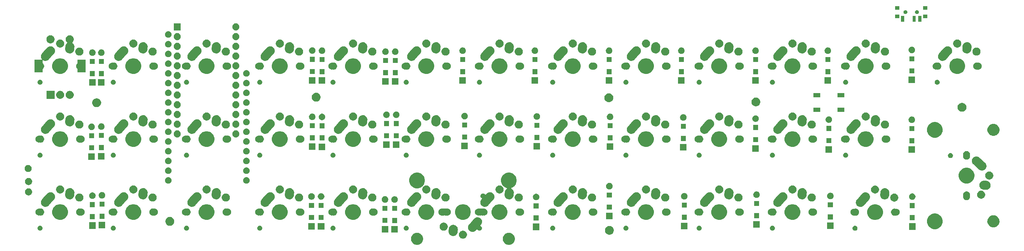
<source format=gbs>
G04 #@! TF.GenerationSoftware,KiCad,Pcbnew,(5.0.1)-3*
G04 #@! TF.CreationDate,2020-02-03T22:22:32+02:00*
G04 #@! TF.ProjectId,PRKL30,50524B4C33302E6B696361645F706362,rev?*
G04 #@! TF.SameCoordinates,Original*
G04 #@! TF.FileFunction,Soldermask,Bot*
G04 #@! TF.FilePolarity,Negative*
%FSLAX46Y46*%
G04 Gerber Fmt 4.6, Leading zero omitted, Abs format (unit mm)*
G04 Created by KiCad (PCBNEW (5.0.1)-3) date 02/03/20 22:22:32*
%MOMM*%
%LPD*%
G01*
G04 APERTURE LIST*
%ADD10C,0.100000*%
G04 APERTURE END LIST*
D10*
G36*
X178846606Y-110198025D02*
X179085411Y-110245526D01*
X179152924Y-110273491D01*
X179372041Y-110364252D01*
X179630007Y-110536619D01*
X179849381Y-110755993D01*
X180021748Y-111013959D01*
X180140474Y-111300590D01*
X180201000Y-111604875D01*
X180201000Y-111915125D01*
X180140474Y-112219410D01*
X180021748Y-112506041D01*
X179849381Y-112764007D01*
X179630007Y-112983381D01*
X179372041Y-113155748D01*
X179204137Y-113225296D01*
X179085411Y-113274474D01*
X178933267Y-113304737D01*
X178781125Y-113335000D01*
X178470875Y-113335000D01*
X178318733Y-113304737D01*
X178166589Y-113274474D01*
X178047863Y-113225296D01*
X177879959Y-113155748D01*
X177621993Y-112983381D01*
X177402619Y-112764007D01*
X177230252Y-112506041D01*
X177111526Y-112219410D01*
X177051000Y-111915125D01*
X177051000Y-111604875D01*
X177111526Y-111300590D01*
X177230252Y-111013959D01*
X177402619Y-110755993D01*
X177621993Y-110536619D01*
X177879959Y-110364252D01*
X178099076Y-110273491D01*
X178166589Y-110245526D01*
X178405394Y-110198025D01*
X178470875Y-110185000D01*
X178781125Y-110185000D01*
X178846606Y-110198025D01*
X178846606Y-110198025D01*
G37*
G36*
X154970606Y-110198025D02*
X155209411Y-110245526D01*
X155276924Y-110273491D01*
X155496041Y-110364252D01*
X155754007Y-110536619D01*
X155973381Y-110755993D01*
X156145748Y-111013959D01*
X156264474Y-111300590D01*
X156325000Y-111604875D01*
X156325000Y-111915125D01*
X156264474Y-112219410D01*
X156145748Y-112506041D01*
X155973381Y-112764007D01*
X155754007Y-112983381D01*
X155496041Y-113155748D01*
X155328137Y-113225296D01*
X155209411Y-113274474D01*
X155057267Y-113304737D01*
X154905125Y-113335000D01*
X154594875Y-113335000D01*
X154442733Y-113304737D01*
X154290589Y-113274474D01*
X154171863Y-113225296D01*
X154003959Y-113155748D01*
X153745993Y-112983381D01*
X153526619Y-112764007D01*
X153354252Y-112506041D01*
X153235526Y-112219410D01*
X153175000Y-111915125D01*
X153175000Y-111604875D01*
X153235526Y-111300590D01*
X153354252Y-111013959D01*
X153526619Y-110755993D01*
X153745993Y-110536619D01*
X154003959Y-110364252D01*
X154223076Y-110273491D01*
X154290589Y-110245526D01*
X154529394Y-110198025D01*
X154594875Y-110185000D01*
X154905125Y-110185000D01*
X154970606Y-110198025D01*
X154970606Y-110198025D01*
G37*
G36*
X166994565Y-109664389D02*
X167185834Y-109743615D01*
X167357976Y-109858637D01*
X167504363Y-110005024D01*
X167619385Y-110177166D01*
X167698611Y-110368435D01*
X167739000Y-110571484D01*
X167739000Y-110778516D01*
X167698611Y-110981565D01*
X167619385Y-111172834D01*
X167504363Y-111344976D01*
X167357976Y-111491363D01*
X167185834Y-111606385D01*
X166994565Y-111685611D01*
X166791516Y-111726000D01*
X166584484Y-111726000D01*
X166381435Y-111685611D01*
X166190166Y-111606385D01*
X166018024Y-111491363D01*
X165871637Y-111344976D01*
X165756615Y-111172834D01*
X165677389Y-110981565D01*
X165637000Y-110778516D01*
X165637000Y-110571484D01*
X165677389Y-110368435D01*
X165756615Y-110177166D01*
X165871637Y-110005024D01*
X166018024Y-109858637D01*
X166190166Y-109743615D01*
X166381435Y-109664389D01*
X166584484Y-109624000D01*
X166791516Y-109624000D01*
X166994565Y-109664389D01*
X166994565Y-109664389D01*
G37*
G36*
X164496829Y-108134380D02*
X164713419Y-108216547D01*
X164909818Y-108339389D01*
X165078477Y-108498186D01*
X165212915Y-108686836D01*
X165304700Y-108890827D01*
X165307968Y-108898092D01*
X165359980Y-109123826D01*
X165361969Y-109189890D01*
X165365206Y-109297348D01*
X165324288Y-109897554D01*
X165324000Y-109906032D01*
X165324000Y-109970826D01*
X165317198Y-110005024D01*
X165308176Y-110050377D01*
X165307511Y-110054006D01*
X165289078Y-110163861D01*
X165285463Y-110173389D01*
X165279742Y-110193327D01*
X165278807Y-110198027D01*
X165247529Y-110273539D01*
X165246175Y-110276953D01*
X165206911Y-110380451D01*
X165201574Y-110388983D01*
X165192074Y-110407419D01*
X165190158Y-110412045D01*
X165190156Y-110412048D01*
X165144135Y-110480923D01*
X165142096Y-110484077D01*
X165084069Y-110576850D01*
X165077320Y-110584019D01*
X165064405Y-110600248D01*
X165061459Y-110604657D01*
X165001704Y-110664412D01*
X164999146Y-110667047D01*
X164925272Y-110745509D01*
X164917509Y-110751041D01*
X164901677Y-110764439D01*
X164897660Y-110768456D01*
X164897657Y-110768458D01*
X164897656Y-110768459D01*
X164825628Y-110816587D01*
X164822583Y-110818689D01*
X164736623Y-110879947D01*
X164736620Y-110879949D01*
X164728302Y-110883691D01*
X164710149Y-110893747D01*
X164705045Y-110897158D01*
X164622723Y-110931257D01*
X164619300Y-110932736D01*
X164525376Y-110974997D01*
X164525370Y-110974999D01*
X164516916Y-110976947D01*
X164497162Y-110983266D01*
X164491027Y-110985807D01*
X164400967Y-111003721D01*
X164397287Y-111004511D01*
X164299633Y-111027011D01*
X164291478Y-111027257D01*
X164270856Y-111029602D01*
X164263826Y-111031000D01*
X164169060Y-111031000D01*
X164165303Y-111031057D01*
X164068087Y-111033985D01*
X164060559Y-111032722D01*
X164039888Y-111031000D01*
X164032173Y-111031000D01*
X163936296Y-111011929D01*
X163932645Y-111011259D01*
X163839629Y-110995652D01*
X163832998Y-110993136D01*
X163813072Y-110987418D01*
X163804973Y-110985807D01*
X163756796Y-110965852D01*
X163711950Y-110947276D01*
X163708453Y-110945889D01*
X163623039Y-110913485D01*
X163617485Y-110910012D01*
X163599044Y-110900509D01*
X163590955Y-110897158D01*
X163504920Y-110839671D01*
X163501763Y-110837630D01*
X163426640Y-110790643D01*
X163422233Y-110786493D01*
X163406002Y-110773576D01*
X163398344Y-110768459D01*
X163398343Y-110768458D01*
X163398340Y-110768456D01*
X163323412Y-110693528D01*
X163320778Y-110690971D01*
X163257981Y-110631846D01*
X163254720Y-110627270D01*
X163241323Y-110611439D01*
X163234543Y-110604659D01*
X163215960Y-110576847D01*
X163174487Y-110514780D01*
X163172402Y-110511759D01*
X163123543Y-110443197D01*
X163121393Y-110438418D01*
X163111336Y-110420267D01*
X163105842Y-110412045D01*
X163063846Y-110310657D01*
X163062362Y-110307222D01*
X163047185Y-110273491D01*
X163028491Y-110231944D01*
X163027380Y-110227122D01*
X163021058Y-110207358D01*
X163017193Y-110198027D01*
X163014602Y-110185000D01*
X162995561Y-110089275D01*
X162994775Y-110085614D01*
X162976478Y-110006206D01*
X162976335Y-110001454D01*
X162973991Y-109980835D01*
X162972000Y-109970825D01*
X162972000Y-109859359D01*
X162971944Y-109855653D01*
X162971252Y-109832685D01*
X162971712Y-109825934D01*
X162972000Y-109817468D01*
X162972000Y-109739172D01*
X162978995Y-109704004D01*
X162981107Y-109688131D01*
X163018653Y-109137379D01*
X163047380Y-108966171D01*
X163129546Y-108749581D01*
X163252389Y-108553182D01*
X163411186Y-108384523D01*
X163599835Y-108250085D01*
X163811088Y-108155033D01*
X163811090Y-108155033D01*
X163811091Y-108155032D01*
X164036825Y-108103020D01*
X164159787Y-108099317D01*
X164268371Y-108096047D01*
X164496829Y-108134380D01*
X164496829Y-108134380D01*
G37*
G36*
X205145734Y-108433232D02*
X205355202Y-108519996D01*
X205543723Y-108645962D01*
X205704038Y-108806277D01*
X205830004Y-108994798D01*
X205916768Y-109204266D01*
X205961000Y-109426635D01*
X205961000Y-109653365D01*
X205916768Y-109875734D01*
X205830004Y-110085202D01*
X205704038Y-110273723D01*
X205543723Y-110434038D01*
X205355202Y-110560004D01*
X205145734Y-110646768D01*
X204923365Y-110691000D01*
X204696635Y-110691000D01*
X204474266Y-110646768D01*
X204264798Y-110560004D01*
X204076277Y-110434038D01*
X203915962Y-110273723D01*
X203789996Y-110085202D01*
X203703232Y-109875734D01*
X203659000Y-109653365D01*
X203659000Y-109426635D01*
X203703232Y-109204266D01*
X203789996Y-108994798D01*
X203915962Y-108806277D01*
X204076277Y-108645962D01*
X204264798Y-108519996D01*
X204474266Y-108433232D01*
X204696635Y-108389000D01*
X204923365Y-108389000D01*
X205145734Y-108433232D01*
X205145734Y-108433232D01*
G37*
G36*
X149781000Y-110151000D02*
X148079000Y-110151000D01*
X148079000Y-108449000D01*
X149781000Y-108449000D01*
X149781000Y-110151000D01*
X149781000Y-110151000D01*
G37*
G36*
X147271000Y-110131000D02*
X145569000Y-110131000D01*
X145569000Y-108429000D01*
X147271000Y-108429000D01*
X147271000Y-110131000D01*
X147271000Y-110131000D01*
G37*
G36*
X170665522Y-106145245D02*
X170890511Y-106200404D01*
X171100416Y-106298396D01*
X171287171Y-106435455D01*
X171443597Y-106606315D01*
X171443598Y-106606317D01*
X171443600Y-106606319D01*
X171517722Y-106728589D01*
X171563686Y-106804409D01*
X171642821Y-107022125D01*
X171677960Y-107251096D01*
X171667755Y-107482522D01*
X171612596Y-107707512D01*
X171514604Y-107917417D01*
X171411891Y-108057372D01*
X171377190Y-108096047D01*
X171275250Y-108209661D01*
X171260752Y-108229416D01*
X171250386Y-108251620D01*
X171244551Y-108275419D01*
X171243472Y-108299900D01*
X171247189Y-108324121D01*
X171255560Y-108347151D01*
X171268263Y-108368105D01*
X171284810Y-108386179D01*
X171298842Y-108397073D01*
X171406989Y-108469335D01*
X171497662Y-108560008D01*
X171568911Y-108666639D01*
X171617983Y-108785110D01*
X171643000Y-108910881D01*
X171643000Y-109039119D01*
X171617983Y-109164890D01*
X171568911Y-109283361D01*
X171568909Y-109283364D01*
X171551780Y-109309000D01*
X171497662Y-109389992D01*
X171406992Y-109480662D01*
X171406989Y-109480664D01*
X171406988Y-109480665D01*
X171369577Y-109505662D01*
X171300361Y-109551911D01*
X171181890Y-109600983D01*
X171056119Y-109626000D01*
X170927881Y-109626000D01*
X170802110Y-109600983D01*
X170683639Y-109551911D01*
X170614423Y-109505662D01*
X170577012Y-109480665D01*
X170577011Y-109480664D01*
X170577008Y-109480662D01*
X170486335Y-109389989D01*
X170460481Y-109351296D01*
X170444936Y-109332354D01*
X170425994Y-109316809D01*
X170404383Y-109305258D01*
X170380934Y-109298145D01*
X170356547Y-109295743D01*
X170332161Y-109298145D01*
X170308712Y-109305258D01*
X170287101Y-109316810D01*
X170263511Y-109337262D01*
X170125158Y-109491460D01*
X170114267Y-109505488D01*
X170101459Y-109524657D01*
X170044609Y-109581507D01*
X170039961Y-109586413D01*
X170024739Y-109603378D01*
X170003066Y-109623220D01*
X169999107Y-109627009D01*
X169937659Y-109688457D01*
X169923935Y-109697627D01*
X169908972Y-109709365D01*
X169896694Y-109720606D01*
X169821962Y-109765910D01*
X169817316Y-109768868D01*
X169745045Y-109817158D01*
X169729787Y-109823478D01*
X169712846Y-109832059D01*
X169698601Y-109840694D01*
X169616448Y-109870555D01*
X169611394Y-109872518D01*
X169531027Y-109905807D01*
X169531026Y-109905807D01*
X169531024Y-109905808D01*
X169519840Y-109908032D01*
X169514831Y-109909029D01*
X169496526Y-109914143D01*
X169480885Y-109919828D01*
X169480881Y-109919829D01*
X169480880Y-109919829D01*
X169394551Y-109933078D01*
X169389127Y-109934033D01*
X169303827Y-109951000D01*
X169287300Y-109951000D01*
X169268355Y-109952445D01*
X169251914Y-109954968D01*
X169164640Y-109951120D01*
X169159200Y-109951000D01*
X169072172Y-109951000D01*
X169055953Y-109947774D01*
X169037095Y-109945495D01*
X169020489Y-109944763D01*
X168935693Y-109923974D01*
X168930368Y-109922793D01*
X168844973Y-109905807D01*
X168829679Y-109899472D01*
X168811620Y-109893556D01*
X168795499Y-109889604D01*
X168716468Y-109852709D01*
X168711457Y-109850503D01*
X168630955Y-109817158D01*
X168617176Y-109807951D01*
X168600614Y-109798624D01*
X168585594Y-109791612D01*
X168550573Y-109765910D01*
X168515343Y-109740055D01*
X168510832Y-109736894D01*
X168438341Y-109688457D01*
X168426618Y-109676734D01*
X168412187Y-109664349D01*
X168398845Y-109654557D01*
X168398844Y-109654556D01*
X168398840Y-109654553D01*
X168340010Y-109590295D01*
X168336224Y-109586340D01*
X168274541Y-109524657D01*
X168265318Y-109510854D01*
X168253582Y-109495894D01*
X168242416Y-109483697D01*
X168242415Y-109483695D01*
X168242413Y-109483693D01*
X168197277Y-109409238D01*
X168194339Y-109404625D01*
X168145842Y-109332045D01*
X168139483Y-109316693D01*
X168130900Y-109299745D01*
X168122324Y-109285599D01*
X168092602Y-109203826D01*
X168090631Y-109198754D01*
X168057193Y-109118027D01*
X168053949Y-109101717D01*
X168048832Y-109083405D01*
X168043189Y-109067880D01*
X168030002Y-108981954D01*
X168029047Y-108976530D01*
X168012000Y-108890827D01*
X168012000Y-108874180D01*
X168010553Y-108855219D01*
X168008051Y-108838917D01*
X168008050Y-108838912D01*
X168011880Y-108752046D01*
X168012000Y-108746606D01*
X168012000Y-108659173D01*
X168015249Y-108642839D01*
X168017528Y-108623980D01*
X168018255Y-108607487D01*
X168038955Y-108523055D01*
X168040132Y-108517747D01*
X168044023Y-108498187D01*
X168057193Y-108431973D01*
X168063571Y-108416576D01*
X168069487Y-108398516D01*
X168073414Y-108382497D01*
X168110160Y-108303785D01*
X168112367Y-108298772D01*
X168131898Y-108251620D01*
X168145842Y-108217955D01*
X168155106Y-108204091D01*
X168164435Y-108187525D01*
X168171406Y-108172593D01*
X168171406Y-108172592D01*
X168222790Y-108102577D01*
X168225937Y-108098085D01*
X168274543Y-108025341D01*
X168331727Y-107968157D01*
X168336378Y-107963248D01*
X169661266Y-106486634D01*
X169789315Y-106369402D01*
X169897200Y-106304000D01*
X169987408Y-106249314D01*
X170205124Y-106170179D01*
X170434095Y-106135040D01*
X170665522Y-106145245D01*
X170665522Y-106145245D01*
G37*
G36*
X268869890Y-108374017D02*
X268988361Y-108423089D01*
X268988364Y-108423091D01*
X269090820Y-108491550D01*
X269094992Y-108494338D01*
X269185662Y-108585008D01*
X269185664Y-108585011D01*
X269185665Y-108585012D01*
X269248141Y-108678514D01*
X269256911Y-108691639D01*
X269305983Y-108810110D01*
X269331000Y-108935881D01*
X269331000Y-109064119D01*
X269305983Y-109189890D01*
X269256911Y-109308361D01*
X269256909Y-109308364D01*
X269189484Y-109409273D01*
X269185662Y-109414992D01*
X269094992Y-109505662D01*
X269094989Y-109505664D01*
X269094988Y-109505665D01*
X269025779Y-109551909D01*
X268988361Y-109576911D01*
X268869890Y-109625983D01*
X268744119Y-109651000D01*
X268615881Y-109651000D01*
X268490110Y-109625983D01*
X268371639Y-109576911D01*
X268334221Y-109551909D01*
X268265012Y-109505665D01*
X268265011Y-109505664D01*
X268265008Y-109505662D01*
X268174338Y-109414992D01*
X268170517Y-109409273D01*
X268103091Y-109308364D01*
X268103089Y-109308361D01*
X268054017Y-109189890D01*
X268029000Y-109064119D01*
X268029000Y-108935881D01*
X268054017Y-108810110D01*
X268103089Y-108691639D01*
X268111859Y-108678514D01*
X268174335Y-108585012D01*
X268174336Y-108585011D01*
X268174338Y-108585008D01*
X268265008Y-108494338D01*
X268269181Y-108491550D01*
X268371636Y-108423091D01*
X268371639Y-108423089D01*
X268490110Y-108374017D01*
X268615881Y-108349000D01*
X268744119Y-108349000D01*
X268869890Y-108374017D01*
X268869890Y-108374017D01*
G37*
G36*
X133081890Y-108349017D02*
X133200361Y-108398089D01*
X133200364Y-108398091D01*
X133276555Y-108449000D01*
X133306992Y-108469338D01*
X133397662Y-108560008D01*
X133468911Y-108666639D01*
X133517983Y-108785110D01*
X133543000Y-108910881D01*
X133543000Y-109039119D01*
X133517983Y-109164890D01*
X133468911Y-109283361D01*
X133468909Y-109283364D01*
X133451780Y-109309000D01*
X133397662Y-109389992D01*
X133306992Y-109480662D01*
X133306989Y-109480664D01*
X133306988Y-109480665D01*
X133269577Y-109505662D01*
X133200361Y-109551911D01*
X133081890Y-109600983D01*
X132956119Y-109626000D01*
X132827881Y-109626000D01*
X132702110Y-109600983D01*
X132583639Y-109551911D01*
X132514423Y-109505662D01*
X132477012Y-109480665D01*
X132477011Y-109480664D01*
X132477008Y-109480662D01*
X132386338Y-109389992D01*
X132332221Y-109309000D01*
X132315091Y-109283364D01*
X132315089Y-109283361D01*
X132266017Y-109164890D01*
X132241000Y-109039119D01*
X132241000Y-108910881D01*
X132266017Y-108785110D01*
X132315089Y-108666639D01*
X132386338Y-108560008D01*
X132477008Y-108469338D01*
X132507446Y-108449000D01*
X132583636Y-108398091D01*
X132583639Y-108398089D01*
X132702110Y-108349017D01*
X132827881Y-108324000D01*
X132956119Y-108324000D01*
X133081890Y-108349017D01*
X133081890Y-108349017D01*
G37*
G36*
X228331890Y-108349017D02*
X228450361Y-108398089D01*
X228450364Y-108398091D01*
X228526555Y-108449000D01*
X228556992Y-108469338D01*
X228647662Y-108560008D01*
X228718911Y-108666639D01*
X228767983Y-108785110D01*
X228793000Y-108910881D01*
X228793000Y-109039119D01*
X228767983Y-109164890D01*
X228718911Y-109283361D01*
X228718909Y-109283364D01*
X228701780Y-109309000D01*
X228647662Y-109389992D01*
X228556992Y-109480662D01*
X228556989Y-109480664D01*
X228556988Y-109480665D01*
X228519577Y-109505662D01*
X228450361Y-109551911D01*
X228331890Y-109600983D01*
X228206119Y-109626000D01*
X228077881Y-109626000D01*
X227952110Y-109600983D01*
X227833639Y-109551911D01*
X227764423Y-109505662D01*
X227727012Y-109480665D01*
X227727011Y-109480664D01*
X227727008Y-109480662D01*
X227636338Y-109389992D01*
X227582221Y-109309000D01*
X227565091Y-109283364D01*
X227565089Y-109283361D01*
X227516017Y-109164890D01*
X227491000Y-109039119D01*
X227491000Y-108910881D01*
X227516017Y-108785110D01*
X227565089Y-108666639D01*
X227636338Y-108560008D01*
X227727008Y-108469338D01*
X227757446Y-108449000D01*
X227833636Y-108398091D01*
X227833639Y-108398089D01*
X227952110Y-108349017D01*
X228077881Y-108324000D01*
X228206119Y-108324000D01*
X228331890Y-108349017D01*
X228331890Y-108349017D01*
G37*
G36*
X209281890Y-108349017D02*
X209400361Y-108398089D01*
X209400364Y-108398091D01*
X209476555Y-108449000D01*
X209506992Y-108469338D01*
X209597662Y-108560008D01*
X209668911Y-108666639D01*
X209717983Y-108785110D01*
X209743000Y-108910881D01*
X209743000Y-109039119D01*
X209717983Y-109164890D01*
X209668911Y-109283361D01*
X209668909Y-109283364D01*
X209651780Y-109309000D01*
X209597662Y-109389992D01*
X209506992Y-109480662D01*
X209506989Y-109480664D01*
X209506988Y-109480665D01*
X209469577Y-109505662D01*
X209400361Y-109551911D01*
X209281890Y-109600983D01*
X209156119Y-109626000D01*
X209027881Y-109626000D01*
X208902110Y-109600983D01*
X208783639Y-109551911D01*
X208714423Y-109505662D01*
X208677012Y-109480665D01*
X208677011Y-109480664D01*
X208677008Y-109480662D01*
X208586338Y-109389992D01*
X208532221Y-109309000D01*
X208515091Y-109283364D01*
X208515089Y-109283361D01*
X208466017Y-109164890D01*
X208441000Y-109039119D01*
X208441000Y-108910881D01*
X208466017Y-108785110D01*
X208515089Y-108666639D01*
X208586338Y-108560008D01*
X208677008Y-108469338D01*
X208707446Y-108449000D01*
X208783636Y-108398091D01*
X208783639Y-108398089D01*
X208902110Y-108349017D01*
X209027881Y-108324000D01*
X209156119Y-108324000D01*
X209281890Y-108349017D01*
X209281890Y-108349017D01*
G37*
G36*
X190231890Y-108349017D02*
X190350361Y-108398089D01*
X190350364Y-108398091D01*
X190426555Y-108449000D01*
X190456992Y-108469338D01*
X190547662Y-108560008D01*
X190618911Y-108666639D01*
X190667983Y-108785110D01*
X190693000Y-108910881D01*
X190693000Y-109039119D01*
X190667983Y-109164890D01*
X190618911Y-109283361D01*
X190618909Y-109283364D01*
X190601780Y-109309000D01*
X190547662Y-109389992D01*
X190456992Y-109480662D01*
X190456989Y-109480664D01*
X190456988Y-109480665D01*
X190419577Y-109505662D01*
X190350361Y-109551911D01*
X190231890Y-109600983D01*
X190106119Y-109626000D01*
X189977881Y-109626000D01*
X189852110Y-109600983D01*
X189733639Y-109551911D01*
X189664423Y-109505662D01*
X189627012Y-109480665D01*
X189627011Y-109480664D01*
X189627008Y-109480662D01*
X189536338Y-109389992D01*
X189482221Y-109309000D01*
X189465091Y-109283364D01*
X189465089Y-109283361D01*
X189416017Y-109164890D01*
X189391000Y-109039119D01*
X189391000Y-108910881D01*
X189416017Y-108785110D01*
X189465089Y-108666639D01*
X189536338Y-108560008D01*
X189627008Y-108469338D01*
X189657446Y-108449000D01*
X189733636Y-108398091D01*
X189733639Y-108398089D01*
X189852110Y-108349017D01*
X189977881Y-108324000D01*
X190106119Y-108324000D01*
X190231890Y-108349017D01*
X190231890Y-108349017D01*
G37*
G36*
X152131890Y-108349017D02*
X152250361Y-108398089D01*
X152250364Y-108398091D01*
X152326555Y-108449000D01*
X152356992Y-108469338D01*
X152447662Y-108560008D01*
X152518911Y-108666639D01*
X152567983Y-108785110D01*
X152593000Y-108910881D01*
X152593000Y-109039119D01*
X152567983Y-109164890D01*
X152518911Y-109283361D01*
X152518909Y-109283364D01*
X152501780Y-109309000D01*
X152447662Y-109389992D01*
X152356992Y-109480662D01*
X152356989Y-109480664D01*
X152356988Y-109480665D01*
X152319577Y-109505662D01*
X152250361Y-109551911D01*
X152131890Y-109600983D01*
X152006119Y-109626000D01*
X151877881Y-109626000D01*
X151752110Y-109600983D01*
X151633639Y-109551911D01*
X151564423Y-109505662D01*
X151527012Y-109480665D01*
X151527011Y-109480664D01*
X151527008Y-109480662D01*
X151436338Y-109389992D01*
X151382221Y-109309000D01*
X151365091Y-109283364D01*
X151365089Y-109283361D01*
X151316017Y-109164890D01*
X151291000Y-109039119D01*
X151291000Y-108910881D01*
X151316017Y-108785110D01*
X151365089Y-108666639D01*
X151436338Y-108560008D01*
X151527008Y-108469338D01*
X151557446Y-108449000D01*
X151633636Y-108398091D01*
X151633639Y-108398089D01*
X151752110Y-108349017D01*
X151877881Y-108324000D01*
X152006119Y-108324000D01*
X152131890Y-108349017D01*
X152131890Y-108349017D01*
G37*
G36*
X114031890Y-108349017D02*
X114150361Y-108398089D01*
X114150364Y-108398091D01*
X114226555Y-108449000D01*
X114256992Y-108469338D01*
X114347662Y-108560008D01*
X114418911Y-108666639D01*
X114467983Y-108785110D01*
X114493000Y-108910881D01*
X114493000Y-109039119D01*
X114467983Y-109164890D01*
X114418911Y-109283361D01*
X114418909Y-109283364D01*
X114401780Y-109309000D01*
X114347662Y-109389992D01*
X114256992Y-109480662D01*
X114256989Y-109480664D01*
X114256988Y-109480665D01*
X114219577Y-109505662D01*
X114150361Y-109551911D01*
X114031890Y-109600983D01*
X113906119Y-109626000D01*
X113777881Y-109626000D01*
X113652110Y-109600983D01*
X113533639Y-109551911D01*
X113464423Y-109505662D01*
X113427012Y-109480665D01*
X113427011Y-109480664D01*
X113427008Y-109480662D01*
X113336338Y-109389992D01*
X113282221Y-109309000D01*
X113265091Y-109283364D01*
X113265089Y-109283361D01*
X113216017Y-109164890D01*
X113191000Y-109039119D01*
X113191000Y-108910881D01*
X113216017Y-108785110D01*
X113265089Y-108666639D01*
X113336338Y-108560008D01*
X113427008Y-108469338D01*
X113457446Y-108449000D01*
X113533636Y-108398091D01*
X113533639Y-108398089D01*
X113652110Y-108349017D01*
X113777881Y-108324000D01*
X113906119Y-108324000D01*
X114031890Y-108349017D01*
X114031890Y-108349017D01*
G37*
G36*
X94981890Y-108349017D02*
X95100361Y-108398089D01*
X95100364Y-108398091D01*
X95176555Y-108449000D01*
X95206992Y-108469338D01*
X95297662Y-108560008D01*
X95368911Y-108666639D01*
X95417983Y-108785110D01*
X95443000Y-108910881D01*
X95443000Y-109039119D01*
X95417983Y-109164890D01*
X95368911Y-109283361D01*
X95368909Y-109283364D01*
X95351780Y-109309000D01*
X95297662Y-109389992D01*
X95206992Y-109480662D01*
X95206989Y-109480664D01*
X95206988Y-109480665D01*
X95169577Y-109505662D01*
X95100361Y-109551911D01*
X94981890Y-109600983D01*
X94856119Y-109626000D01*
X94727881Y-109626000D01*
X94602110Y-109600983D01*
X94483639Y-109551911D01*
X94414423Y-109505662D01*
X94377012Y-109480665D01*
X94377011Y-109480664D01*
X94377008Y-109480662D01*
X94286338Y-109389992D01*
X94232221Y-109309000D01*
X94215091Y-109283364D01*
X94215089Y-109283361D01*
X94166017Y-109164890D01*
X94141000Y-109039119D01*
X94141000Y-108910881D01*
X94166017Y-108785110D01*
X94215089Y-108666639D01*
X94286338Y-108560008D01*
X94377008Y-108469338D01*
X94407446Y-108449000D01*
X94483636Y-108398091D01*
X94483639Y-108398089D01*
X94602110Y-108349017D01*
X94727881Y-108324000D01*
X94856119Y-108324000D01*
X94981890Y-108349017D01*
X94981890Y-108349017D01*
G37*
G36*
X75932390Y-108349017D02*
X76050861Y-108398089D01*
X76050864Y-108398091D01*
X76127055Y-108449000D01*
X76157492Y-108469338D01*
X76248162Y-108560008D01*
X76319411Y-108666639D01*
X76368483Y-108785110D01*
X76393500Y-108910881D01*
X76393500Y-109039119D01*
X76368483Y-109164890D01*
X76319411Y-109283361D01*
X76319409Y-109283364D01*
X76302280Y-109309000D01*
X76248162Y-109389992D01*
X76157492Y-109480662D01*
X76157489Y-109480664D01*
X76157488Y-109480665D01*
X76120077Y-109505662D01*
X76050861Y-109551911D01*
X75932390Y-109600983D01*
X75806619Y-109626000D01*
X75678381Y-109626000D01*
X75552610Y-109600983D01*
X75434139Y-109551911D01*
X75364923Y-109505662D01*
X75327512Y-109480665D01*
X75327511Y-109480664D01*
X75327508Y-109480662D01*
X75236838Y-109389992D01*
X75182721Y-109309000D01*
X75165591Y-109283364D01*
X75165589Y-109283361D01*
X75116517Y-109164890D01*
X75091500Y-109039119D01*
X75091500Y-108910881D01*
X75116517Y-108785110D01*
X75165589Y-108666639D01*
X75236838Y-108560008D01*
X75327508Y-108469338D01*
X75357946Y-108449000D01*
X75434136Y-108398091D01*
X75434139Y-108398089D01*
X75552610Y-108349017D01*
X75678381Y-108324000D01*
X75806619Y-108324000D01*
X75932390Y-108349017D01*
X75932390Y-108349017D01*
G37*
G36*
X56882390Y-108349017D02*
X57000861Y-108398089D01*
X57000864Y-108398091D01*
X57077055Y-108449000D01*
X57107492Y-108469338D01*
X57198162Y-108560008D01*
X57269411Y-108666639D01*
X57318483Y-108785110D01*
X57343500Y-108910881D01*
X57343500Y-109039119D01*
X57318483Y-109164890D01*
X57269411Y-109283361D01*
X57269409Y-109283364D01*
X57252280Y-109309000D01*
X57198162Y-109389992D01*
X57107492Y-109480662D01*
X57107489Y-109480664D01*
X57107488Y-109480665D01*
X57070077Y-109505662D01*
X57000861Y-109551911D01*
X56882390Y-109600983D01*
X56756619Y-109626000D01*
X56628381Y-109626000D01*
X56502610Y-109600983D01*
X56384139Y-109551911D01*
X56314923Y-109505662D01*
X56277512Y-109480665D01*
X56277511Y-109480664D01*
X56277508Y-109480662D01*
X56186838Y-109389992D01*
X56132721Y-109309000D01*
X56115591Y-109283364D01*
X56115589Y-109283361D01*
X56066517Y-109164890D01*
X56041500Y-109039119D01*
X56041500Y-108910881D01*
X56066517Y-108785110D01*
X56115589Y-108666639D01*
X56186838Y-108560008D01*
X56277508Y-108469338D01*
X56307946Y-108449000D01*
X56384136Y-108398091D01*
X56384139Y-108398089D01*
X56502610Y-108349017D01*
X56628381Y-108324000D01*
X56756619Y-108324000D01*
X56882390Y-108349017D01*
X56882390Y-108349017D01*
G37*
G36*
X161994565Y-107564389D02*
X162185834Y-107643615D01*
X162357976Y-107758637D01*
X162504363Y-107905024D01*
X162619385Y-108077166D01*
X162698611Y-108268435D01*
X162739000Y-108471484D01*
X162739000Y-108678516D01*
X162698611Y-108881565D01*
X162619385Y-109072834D01*
X162504363Y-109244976D01*
X162357976Y-109391363D01*
X162185834Y-109506385D01*
X161994565Y-109585611D01*
X161791516Y-109626000D01*
X161584484Y-109626000D01*
X161381435Y-109585611D01*
X161190166Y-109506385D01*
X161018024Y-109391363D01*
X160871637Y-109244976D01*
X160756615Y-109072834D01*
X160677389Y-108881565D01*
X160637000Y-108678516D01*
X160637000Y-108471484D01*
X160677389Y-108268435D01*
X160756615Y-108077166D01*
X160871637Y-107905024D01*
X161018024Y-107758637D01*
X161190166Y-107643615D01*
X161381435Y-107564389D01*
X161584484Y-107524000D01*
X161791516Y-107524000D01*
X161994565Y-107564389D01*
X161994565Y-107564389D01*
G37*
G36*
X247381890Y-108349017D02*
X247500361Y-108398089D01*
X247500364Y-108398091D01*
X247576555Y-108449000D01*
X247606992Y-108469338D01*
X247697662Y-108560008D01*
X247768911Y-108666639D01*
X247817983Y-108785110D01*
X247843000Y-108910881D01*
X247843000Y-109039119D01*
X247817983Y-109164890D01*
X247768911Y-109283361D01*
X247768909Y-109283364D01*
X247751780Y-109309000D01*
X247697662Y-109389992D01*
X247606992Y-109480662D01*
X247606989Y-109480664D01*
X247606988Y-109480665D01*
X247569577Y-109505662D01*
X247500361Y-109551911D01*
X247381890Y-109600983D01*
X247256119Y-109626000D01*
X247127881Y-109626000D01*
X247002110Y-109600983D01*
X246883639Y-109551911D01*
X246814423Y-109505662D01*
X246777012Y-109480665D01*
X246777011Y-109480664D01*
X246777008Y-109480662D01*
X246686338Y-109389992D01*
X246632221Y-109309000D01*
X246615091Y-109283364D01*
X246615089Y-109283361D01*
X246566017Y-109164890D01*
X246541000Y-109039119D01*
X246541000Y-108910881D01*
X246566017Y-108785110D01*
X246615089Y-108666639D01*
X246686338Y-108560008D01*
X246777008Y-108469338D01*
X246807446Y-108449000D01*
X246883636Y-108398091D01*
X246883639Y-108398089D01*
X247002110Y-108349017D01*
X247127881Y-108324000D01*
X247256119Y-108324000D01*
X247381890Y-108349017D01*
X247381890Y-108349017D01*
G37*
G36*
X186591000Y-109493000D02*
X184889000Y-109493000D01*
X184889000Y-107791000D01*
X186591000Y-107791000D01*
X186591000Y-109493000D01*
X186591000Y-109493000D01*
G37*
G36*
X284417000Y-109407000D02*
X282715000Y-109407000D01*
X282715000Y-107705000D01*
X284417000Y-107705000D01*
X284417000Y-109407000D01*
X284417000Y-109407000D01*
G37*
G36*
X128151000Y-109351000D02*
X126449000Y-109351000D01*
X126449000Y-107649000D01*
X128151000Y-107649000D01*
X128151000Y-109351000D01*
X128151000Y-109351000D01*
G37*
G36*
X130651000Y-109351000D02*
X128949000Y-109351000D01*
X128949000Y-107649000D01*
X130651000Y-107649000D01*
X130651000Y-109351000D01*
X130651000Y-109351000D01*
G37*
G36*
X225133000Y-109309000D02*
X223431000Y-109309000D01*
X223431000Y-107607000D01*
X225133000Y-107607000D01*
X225133000Y-109309000D01*
X225133000Y-109309000D01*
G37*
G36*
X290041472Y-105221684D02*
X290041474Y-105221685D01*
X290041475Y-105221685D01*
X290413623Y-105375833D01*
X290748548Y-105599623D01*
X291033377Y-105884452D01*
X291257167Y-106219377D01*
X291409509Y-106587166D01*
X291411316Y-106591528D01*
X291489900Y-106986594D01*
X291489900Y-107389406D01*
X291446618Y-107607000D01*
X291411315Y-107784475D01*
X291257167Y-108156623D01*
X291033377Y-108491548D01*
X290748548Y-108776377D01*
X290413623Y-109000167D01*
X290041475Y-109154315D01*
X290041474Y-109154315D01*
X290041472Y-109154316D01*
X289646406Y-109232900D01*
X289243594Y-109232900D01*
X288848528Y-109154316D01*
X288848526Y-109154315D01*
X288848525Y-109154315D01*
X288476377Y-109000167D01*
X288141452Y-108776377D01*
X287856623Y-108491548D01*
X287632833Y-108156623D01*
X287478685Y-107784475D01*
X287443383Y-107607000D01*
X287400100Y-107389406D01*
X287400100Y-106986594D01*
X287478684Y-106591528D01*
X287480491Y-106587166D01*
X287632833Y-106219377D01*
X287856623Y-105884452D01*
X288141452Y-105599623D01*
X288476377Y-105375833D01*
X288848525Y-105221685D01*
X288848526Y-105221685D01*
X288848528Y-105221684D01*
X289243594Y-105143100D01*
X289646406Y-105143100D01*
X290041472Y-105221684D01*
X290041472Y-105221684D01*
G37*
G36*
X263127000Y-109227000D02*
X261425000Y-109227000D01*
X261425000Y-107525000D01*
X263127000Y-107525000D01*
X263127000Y-109227000D01*
X263127000Y-109227000D01*
G37*
G36*
X71151000Y-109151000D02*
X69449000Y-109151000D01*
X69449000Y-107449000D01*
X71151000Y-107449000D01*
X71151000Y-109151000D01*
X71151000Y-109151000D01*
G37*
G36*
X73651000Y-109051000D02*
X71949000Y-109051000D01*
X71949000Y-107349000D01*
X73651000Y-107349000D01*
X73651000Y-109051000D01*
X73651000Y-109051000D01*
G37*
G36*
X243929000Y-108891000D02*
X242227000Y-108891000D01*
X242227000Y-107189000D01*
X243929000Y-107189000D01*
X243929000Y-108891000D01*
X243929000Y-108891000D01*
G37*
G36*
X304982776Y-105641375D02*
X305144411Y-105673526D01*
X305263137Y-105722704D01*
X305431041Y-105792252D01*
X305689007Y-105964619D01*
X305908381Y-106183993D01*
X306080748Y-106441959D01*
X306140894Y-106587166D01*
X306199474Y-106728589D01*
X306226462Y-106864266D01*
X306247096Y-106968000D01*
X306260000Y-107032876D01*
X306260000Y-107343124D01*
X306199474Y-107647411D01*
X306175620Y-107705000D01*
X306080748Y-107934041D01*
X305908381Y-108192007D01*
X305689007Y-108411381D01*
X305431041Y-108583748D01*
X305263137Y-108653296D01*
X305144411Y-108702474D01*
X305035221Y-108724193D01*
X304840125Y-108763000D01*
X304529875Y-108763000D01*
X304334779Y-108724193D01*
X304225589Y-108702474D01*
X304106863Y-108653296D01*
X303938959Y-108583748D01*
X303680993Y-108411381D01*
X303461619Y-108192007D01*
X303289252Y-107934041D01*
X303194380Y-107705000D01*
X303170526Y-107647411D01*
X303110000Y-107343124D01*
X303110000Y-107032876D01*
X303122905Y-106968000D01*
X303143538Y-106864266D01*
X303170526Y-106728589D01*
X303229106Y-106587166D01*
X303289252Y-106441959D01*
X303461619Y-106183993D01*
X303680993Y-105964619D01*
X303938959Y-105792252D01*
X304106863Y-105722704D01*
X304225589Y-105673526D01*
X304387224Y-105641375D01*
X304529875Y-105613000D01*
X304840125Y-105613000D01*
X304982776Y-105641375D01*
X304982776Y-105641375D01*
G37*
G36*
X90785734Y-106093232D02*
X90995202Y-106179996D01*
X91183723Y-106305962D01*
X91344038Y-106466277D01*
X91470004Y-106654798D01*
X91556768Y-106864266D01*
X91601000Y-107086635D01*
X91601000Y-107313365D01*
X91556768Y-107535734D01*
X91470004Y-107745202D01*
X91344038Y-107933723D01*
X91183723Y-108094038D01*
X90995202Y-108220004D01*
X90785734Y-108306768D01*
X90563365Y-108351000D01*
X90336635Y-108351000D01*
X90114266Y-108306768D01*
X89904798Y-108220004D01*
X89716277Y-108094038D01*
X89555962Y-107933723D01*
X89429996Y-107745202D01*
X89343232Y-107535734D01*
X89299000Y-107313365D01*
X89299000Y-107086635D01*
X89343232Y-106864266D01*
X89429996Y-106654798D01*
X89555962Y-106466277D01*
X89716277Y-106305962D01*
X89904798Y-106179996D01*
X90114266Y-106093232D01*
X90336635Y-106049000D01*
X90563365Y-106049000D01*
X90785734Y-106093232D01*
X90785734Y-106093232D01*
G37*
G36*
X149581000Y-107626000D02*
X148279000Y-107626000D01*
X148279000Y-106324000D01*
X149581000Y-106324000D01*
X149581000Y-107626000D01*
X149581000Y-107626000D01*
G37*
G36*
X147071000Y-107606000D02*
X145769000Y-107606000D01*
X145769000Y-106304000D01*
X147071000Y-106304000D01*
X147071000Y-107606000D01*
X147071000Y-107606000D01*
G37*
G36*
X186391000Y-106968000D02*
X185089000Y-106968000D01*
X185089000Y-105666000D01*
X186391000Y-105666000D01*
X186391000Y-106968000D01*
X186391000Y-106968000D01*
G37*
G36*
X284217000Y-106882000D02*
X282915000Y-106882000D01*
X282915000Y-105580000D01*
X284217000Y-105580000D01*
X284217000Y-106882000D01*
X284217000Y-106882000D01*
G37*
G36*
X274496472Y-102833684D02*
X274496474Y-102833685D01*
X274496475Y-102833685D01*
X274868623Y-102987833D01*
X275203548Y-103211623D01*
X275488377Y-103496452D01*
X275712167Y-103831377D01*
X275855961Y-104178528D01*
X275866316Y-104203528D01*
X275944900Y-104598594D01*
X275944900Y-105001406D01*
X275870716Y-105374354D01*
X275866315Y-105396475D01*
X275712167Y-105768623D01*
X275488377Y-106103548D01*
X275203548Y-106388377D01*
X274868623Y-106612167D01*
X274496475Y-106766315D01*
X274496474Y-106766315D01*
X274496472Y-106766316D01*
X274101406Y-106844900D01*
X273698594Y-106844900D01*
X273303528Y-106766316D01*
X273303526Y-106766315D01*
X273303525Y-106766315D01*
X272931377Y-106612167D01*
X272596452Y-106388377D01*
X272311623Y-106103548D01*
X272087833Y-105768623D01*
X271933685Y-105396475D01*
X271929285Y-105374354D01*
X271855100Y-105001406D01*
X271855100Y-104598594D01*
X271933684Y-104203528D01*
X271944039Y-104178528D01*
X272087833Y-103831377D01*
X272311623Y-103496452D01*
X272596452Y-103211623D01*
X272931377Y-102987833D01*
X273303525Y-102833685D01*
X273303526Y-102833685D01*
X273303528Y-102833684D01*
X273698594Y-102755100D01*
X274101406Y-102755100D01*
X274496472Y-102833684D01*
X274496472Y-102833684D01*
G37*
G36*
X127951000Y-106826000D02*
X126649000Y-106826000D01*
X126649000Y-105524000D01*
X127951000Y-105524000D01*
X127951000Y-106826000D01*
X127951000Y-106826000D01*
G37*
G36*
X130451000Y-106826000D02*
X129149000Y-106826000D01*
X129149000Y-105524000D01*
X130451000Y-105524000D01*
X130451000Y-106826000D01*
X130451000Y-106826000D01*
G37*
G36*
X157758472Y-102808684D02*
X157758474Y-102808685D01*
X157758475Y-102808685D01*
X158130623Y-102962833D01*
X158465548Y-103186623D01*
X158750377Y-103471452D01*
X158974167Y-103806377D01*
X159095850Y-104100147D01*
X159128316Y-104178528D01*
X159206900Y-104573594D01*
X159206900Y-104976406D01*
X159132716Y-105349354D01*
X159128315Y-105371475D01*
X158974167Y-105743623D01*
X158750377Y-106078548D01*
X158465548Y-106363377D01*
X158130623Y-106587167D01*
X157758475Y-106741315D01*
X157758474Y-106741315D01*
X157758472Y-106741316D01*
X157363406Y-106819900D01*
X156960594Y-106819900D01*
X156565528Y-106741316D01*
X156565526Y-106741315D01*
X156565525Y-106741315D01*
X156193377Y-106587167D01*
X155858452Y-106363377D01*
X155573623Y-106078548D01*
X155349833Y-105743623D01*
X155195685Y-105371475D01*
X155191285Y-105349354D01*
X155117100Y-104976406D01*
X155117100Y-104573594D01*
X155195684Y-104178528D01*
X155228150Y-104100147D01*
X155349833Y-103806377D01*
X155573623Y-103471452D01*
X155858452Y-103186623D01*
X156193377Y-102962833D01*
X156565525Y-102808685D01*
X156565526Y-102808685D01*
X156565528Y-102808684D01*
X156960594Y-102730100D01*
X157363406Y-102730100D01*
X157758472Y-102808684D01*
X157758472Y-102808684D01*
G37*
G36*
X253008472Y-102808684D02*
X253008474Y-102808685D01*
X253008475Y-102808685D01*
X253380623Y-102962833D01*
X253715548Y-103186623D01*
X254000377Y-103471452D01*
X254224167Y-103806377D01*
X254345850Y-104100147D01*
X254378316Y-104178528D01*
X254456900Y-104573594D01*
X254456900Y-104976406D01*
X254382716Y-105349354D01*
X254378315Y-105371475D01*
X254224167Y-105743623D01*
X254000377Y-106078548D01*
X253715548Y-106363377D01*
X253380623Y-106587167D01*
X253008475Y-106741315D01*
X253008474Y-106741315D01*
X253008472Y-106741316D01*
X252613406Y-106819900D01*
X252210594Y-106819900D01*
X251815528Y-106741316D01*
X251815526Y-106741315D01*
X251815525Y-106741315D01*
X251443377Y-106587167D01*
X251108452Y-106363377D01*
X250823623Y-106078548D01*
X250599833Y-105743623D01*
X250445685Y-105371475D01*
X250441285Y-105349354D01*
X250367100Y-104976406D01*
X250367100Y-104573594D01*
X250445684Y-104178528D01*
X250478150Y-104100147D01*
X250599833Y-103806377D01*
X250823623Y-103471452D01*
X251108452Y-103186623D01*
X251443377Y-102962833D01*
X251815525Y-102808685D01*
X251815526Y-102808685D01*
X251815528Y-102808684D01*
X252210594Y-102730100D01*
X252613406Y-102730100D01*
X253008472Y-102808684D01*
X253008472Y-102808684D01*
G37*
G36*
X62508972Y-102808684D02*
X62508974Y-102808685D01*
X62508975Y-102808685D01*
X62881123Y-102962833D01*
X63216048Y-103186623D01*
X63500877Y-103471452D01*
X63724667Y-103806377D01*
X63846350Y-104100147D01*
X63878816Y-104178528D01*
X63957400Y-104573594D01*
X63957400Y-104976406D01*
X63883216Y-105349354D01*
X63878815Y-105371475D01*
X63724667Y-105743623D01*
X63500877Y-106078548D01*
X63216048Y-106363377D01*
X62881123Y-106587167D01*
X62508975Y-106741315D01*
X62508974Y-106741315D01*
X62508972Y-106741316D01*
X62113906Y-106819900D01*
X61711094Y-106819900D01*
X61316028Y-106741316D01*
X61316026Y-106741315D01*
X61316025Y-106741315D01*
X60943877Y-106587167D01*
X60608952Y-106363377D01*
X60324123Y-106078548D01*
X60100333Y-105743623D01*
X59946185Y-105371475D01*
X59941785Y-105349354D01*
X59867600Y-104976406D01*
X59867600Y-104573594D01*
X59946184Y-104178528D01*
X59978650Y-104100147D01*
X60100333Y-103806377D01*
X60324123Y-103471452D01*
X60608952Y-103186623D01*
X60943877Y-102962833D01*
X61316025Y-102808685D01*
X61316026Y-102808685D01*
X61316028Y-102808684D01*
X61711094Y-102730100D01*
X62113906Y-102730100D01*
X62508972Y-102808684D01*
X62508972Y-102808684D01*
G37*
G36*
X214908472Y-102808684D02*
X214908474Y-102808685D01*
X214908475Y-102808685D01*
X215280623Y-102962833D01*
X215615548Y-103186623D01*
X215900377Y-103471452D01*
X216124167Y-103806377D01*
X216245850Y-104100147D01*
X216278316Y-104178528D01*
X216356900Y-104573594D01*
X216356900Y-104976406D01*
X216282716Y-105349354D01*
X216278315Y-105371475D01*
X216124167Y-105743623D01*
X215900377Y-106078548D01*
X215615548Y-106363377D01*
X215280623Y-106587167D01*
X214908475Y-106741315D01*
X214908474Y-106741315D01*
X214908472Y-106741316D01*
X214513406Y-106819900D01*
X214110594Y-106819900D01*
X213715528Y-106741316D01*
X213715526Y-106741315D01*
X213715525Y-106741315D01*
X213343377Y-106587167D01*
X213008452Y-106363377D01*
X212723623Y-106078548D01*
X212499833Y-105743623D01*
X212345685Y-105371475D01*
X212341285Y-105349354D01*
X212267100Y-104976406D01*
X212267100Y-104573594D01*
X212345684Y-104178528D01*
X212378150Y-104100147D01*
X212499833Y-103806377D01*
X212723623Y-103471452D01*
X213008452Y-103186623D01*
X213343377Y-102962833D01*
X213715525Y-102808685D01*
X213715526Y-102808685D01*
X213715528Y-102808684D01*
X214110594Y-102730100D01*
X214513406Y-102730100D01*
X214908472Y-102808684D01*
X214908472Y-102808684D01*
G37*
G36*
X81558972Y-102808684D02*
X81558974Y-102808685D01*
X81558975Y-102808685D01*
X81931123Y-102962833D01*
X82266048Y-103186623D01*
X82550877Y-103471452D01*
X82774667Y-103806377D01*
X82896350Y-104100147D01*
X82928816Y-104178528D01*
X83007400Y-104573594D01*
X83007400Y-104976406D01*
X82933216Y-105349354D01*
X82928815Y-105371475D01*
X82774667Y-105743623D01*
X82550877Y-106078548D01*
X82266048Y-106363377D01*
X81931123Y-106587167D01*
X81558975Y-106741315D01*
X81558974Y-106741315D01*
X81558972Y-106741316D01*
X81163906Y-106819900D01*
X80761094Y-106819900D01*
X80366028Y-106741316D01*
X80366026Y-106741315D01*
X80366025Y-106741315D01*
X79993877Y-106587167D01*
X79658952Y-106363377D01*
X79374123Y-106078548D01*
X79150333Y-105743623D01*
X78996185Y-105371475D01*
X78991785Y-105349354D01*
X78917600Y-104976406D01*
X78917600Y-104573594D01*
X78996184Y-104178528D01*
X79028650Y-104100147D01*
X79150333Y-103806377D01*
X79374123Y-103471452D01*
X79658952Y-103186623D01*
X79993877Y-102962833D01*
X80366025Y-102808685D01*
X80366026Y-102808685D01*
X80366028Y-102808684D01*
X80761094Y-102730100D01*
X81163906Y-102730100D01*
X81558972Y-102808684D01*
X81558972Y-102808684D01*
G37*
G36*
X167284472Y-102808684D02*
X167284474Y-102808685D01*
X167284475Y-102808685D01*
X167656623Y-102962833D01*
X167991548Y-103186623D01*
X168276377Y-103471452D01*
X168500167Y-103806377D01*
X168621850Y-104100147D01*
X168654316Y-104178528D01*
X168732900Y-104573594D01*
X168732900Y-104976406D01*
X168658716Y-105349354D01*
X168654315Y-105371475D01*
X168500167Y-105743623D01*
X168276377Y-106078548D01*
X167991548Y-106363377D01*
X167656623Y-106587167D01*
X167284475Y-106741315D01*
X167284474Y-106741315D01*
X167284472Y-106741316D01*
X166889406Y-106819900D01*
X166486594Y-106819900D01*
X166091528Y-106741316D01*
X166091526Y-106741315D01*
X166091525Y-106741315D01*
X165719377Y-106587167D01*
X165384452Y-106363377D01*
X165099623Y-106078548D01*
X164875833Y-105743623D01*
X164721685Y-105371475D01*
X164717285Y-105349354D01*
X164643100Y-104976406D01*
X164643100Y-104573594D01*
X164721684Y-104178528D01*
X164754150Y-104100147D01*
X164875833Y-103806377D01*
X165099623Y-103471452D01*
X165384452Y-103186623D01*
X165719377Y-102962833D01*
X166091525Y-102808685D01*
X166091526Y-102808685D01*
X166091528Y-102808684D01*
X166486594Y-102730100D01*
X166889406Y-102730100D01*
X167284472Y-102808684D01*
X167284472Y-102808684D01*
G37*
G36*
X100608472Y-102808684D02*
X100608474Y-102808685D01*
X100608475Y-102808685D01*
X100980623Y-102962833D01*
X101315548Y-103186623D01*
X101600377Y-103471452D01*
X101824167Y-103806377D01*
X101945850Y-104100147D01*
X101978316Y-104178528D01*
X102056900Y-104573594D01*
X102056900Y-104976406D01*
X101982716Y-105349354D01*
X101978315Y-105371475D01*
X101824167Y-105743623D01*
X101600377Y-106078548D01*
X101315548Y-106363377D01*
X100980623Y-106587167D01*
X100608475Y-106741315D01*
X100608474Y-106741315D01*
X100608472Y-106741316D01*
X100213406Y-106819900D01*
X99810594Y-106819900D01*
X99415528Y-106741316D01*
X99415526Y-106741315D01*
X99415525Y-106741315D01*
X99043377Y-106587167D01*
X98708452Y-106363377D01*
X98423623Y-106078548D01*
X98199833Y-105743623D01*
X98045685Y-105371475D01*
X98041285Y-105349354D01*
X97967100Y-104976406D01*
X97967100Y-104573594D01*
X98045684Y-104178528D01*
X98078150Y-104100147D01*
X98199833Y-103806377D01*
X98423623Y-103471452D01*
X98708452Y-103186623D01*
X99043377Y-102962833D01*
X99415525Y-102808685D01*
X99415526Y-102808685D01*
X99415528Y-102808684D01*
X99810594Y-102730100D01*
X100213406Y-102730100D01*
X100608472Y-102808684D01*
X100608472Y-102808684D01*
G37*
G36*
X119658472Y-102808684D02*
X119658474Y-102808685D01*
X119658475Y-102808685D01*
X120030623Y-102962833D01*
X120365548Y-103186623D01*
X120650377Y-103471452D01*
X120874167Y-103806377D01*
X120995850Y-104100147D01*
X121028316Y-104178528D01*
X121106900Y-104573594D01*
X121106900Y-104976406D01*
X121032716Y-105349354D01*
X121028315Y-105371475D01*
X120874167Y-105743623D01*
X120650377Y-106078548D01*
X120365548Y-106363377D01*
X120030623Y-106587167D01*
X119658475Y-106741315D01*
X119658474Y-106741315D01*
X119658472Y-106741316D01*
X119263406Y-106819900D01*
X118860594Y-106819900D01*
X118465528Y-106741316D01*
X118465526Y-106741315D01*
X118465525Y-106741315D01*
X118093377Y-106587167D01*
X117758452Y-106363377D01*
X117473623Y-106078548D01*
X117249833Y-105743623D01*
X117095685Y-105371475D01*
X117091285Y-105349354D01*
X117017100Y-104976406D01*
X117017100Y-104573594D01*
X117095684Y-104178528D01*
X117128150Y-104100147D01*
X117249833Y-103806377D01*
X117473623Y-103471452D01*
X117758452Y-103186623D01*
X118093377Y-102962833D01*
X118465525Y-102808685D01*
X118465526Y-102808685D01*
X118465528Y-102808684D01*
X118860594Y-102730100D01*
X119263406Y-102730100D01*
X119658472Y-102808684D01*
X119658472Y-102808684D01*
G37*
G36*
X195858472Y-102808684D02*
X195858474Y-102808685D01*
X195858475Y-102808685D01*
X196230623Y-102962833D01*
X196565548Y-103186623D01*
X196850377Y-103471452D01*
X197074167Y-103806377D01*
X197195850Y-104100147D01*
X197228316Y-104178528D01*
X197306900Y-104573594D01*
X197306900Y-104976406D01*
X197232716Y-105349354D01*
X197228315Y-105371475D01*
X197074167Y-105743623D01*
X196850377Y-106078548D01*
X196565548Y-106363377D01*
X196230623Y-106587167D01*
X195858475Y-106741315D01*
X195858474Y-106741315D01*
X195858472Y-106741316D01*
X195463406Y-106819900D01*
X195060594Y-106819900D01*
X194665528Y-106741316D01*
X194665526Y-106741315D01*
X194665525Y-106741315D01*
X194293377Y-106587167D01*
X193958452Y-106363377D01*
X193673623Y-106078548D01*
X193449833Y-105743623D01*
X193295685Y-105371475D01*
X193291285Y-105349354D01*
X193217100Y-104976406D01*
X193217100Y-104573594D01*
X193295684Y-104178528D01*
X193328150Y-104100147D01*
X193449833Y-103806377D01*
X193673623Y-103471452D01*
X193958452Y-103186623D01*
X194293377Y-102962833D01*
X194665525Y-102808685D01*
X194665526Y-102808685D01*
X194665528Y-102808684D01*
X195060594Y-102730100D01*
X195463406Y-102730100D01*
X195858472Y-102808684D01*
X195858472Y-102808684D01*
G37*
G36*
X233958472Y-102808684D02*
X233958474Y-102808685D01*
X233958475Y-102808685D01*
X234330623Y-102962833D01*
X234665548Y-103186623D01*
X234950377Y-103471452D01*
X235174167Y-103806377D01*
X235295850Y-104100147D01*
X235328316Y-104178528D01*
X235406900Y-104573594D01*
X235406900Y-104976406D01*
X235332716Y-105349354D01*
X235328315Y-105371475D01*
X235174167Y-105743623D01*
X234950377Y-106078548D01*
X234665548Y-106363377D01*
X234330623Y-106587167D01*
X233958475Y-106741315D01*
X233958474Y-106741315D01*
X233958472Y-106741316D01*
X233563406Y-106819900D01*
X233160594Y-106819900D01*
X232765528Y-106741316D01*
X232765526Y-106741315D01*
X232765525Y-106741315D01*
X232393377Y-106587167D01*
X232058452Y-106363377D01*
X231773623Y-106078548D01*
X231549833Y-105743623D01*
X231395685Y-105371475D01*
X231391285Y-105349354D01*
X231317100Y-104976406D01*
X231317100Y-104573594D01*
X231395684Y-104178528D01*
X231428150Y-104100147D01*
X231549833Y-103806377D01*
X231773623Y-103471452D01*
X232058452Y-103186623D01*
X232393377Y-102962833D01*
X232765525Y-102808685D01*
X232765526Y-102808685D01*
X232765528Y-102808684D01*
X233160594Y-102730100D01*
X233563406Y-102730100D01*
X233958472Y-102808684D01*
X233958472Y-102808684D01*
G37*
G36*
X138708472Y-102808684D02*
X138708474Y-102808685D01*
X138708475Y-102808685D01*
X139080623Y-102962833D01*
X139415548Y-103186623D01*
X139700377Y-103471452D01*
X139924167Y-103806377D01*
X140045850Y-104100147D01*
X140078316Y-104178528D01*
X140156900Y-104573594D01*
X140156900Y-104976406D01*
X140082716Y-105349354D01*
X140078315Y-105371475D01*
X139924167Y-105743623D01*
X139700377Y-106078548D01*
X139415548Y-106363377D01*
X139080623Y-106587167D01*
X138708475Y-106741315D01*
X138708474Y-106741315D01*
X138708472Y-106741316D01*
X138313406Y-106819900D01*
X137910594Y-106819900D01*
X137515528Y-106741316D01*
X137515526Y-106741315D01*
X137515525Y-106741315D01*
X137143377Y-106587167D01*
X136808452Y-106363377D01*
X136523623Y-106078548D01*
X136299833Y-105743623D01*
X136145685Y-105371475D01*
X136141285Y-105349354D01*
X136067100Y-104976406D01*
X136067100Y-104573594D01*
X136145684Y-104178528D01*
X136178150Y-104100147D01*
X136299833Y-103806377D01*
X136523623Y-103471452D01*
X136808452Y-103186623D01*
X137143377Y-102962833D01*
X137515525Y-102808685D01*
X137515526Y-102808685D01*
X137515528Y-102808684D01*
X137910594Y-102730100D01*
X138313406Y-102730100D01*
X138708472Y-102808684D01*
X138708472Y-102808684D01*
G37*
G36*
X176808472Y-102808684D02*
X176808474Y-102808685D01*
X176808475Y-102808685D01*
X177180623Y-102962833D01*
X177515548Y-103186623D01*
X177800377Y-103471452D01*
X178024167Y-103806377D01*
X178145850Y-104100147D01*
X178178316Y-104178528D01*
X178256900Y-104573594D01*
X178256900Y-104976406D01*
X178182716Y-105349354D01*
X178178315Y-105371475D01*
X178024167Y-105743623D01*
X177800377Y-106078548D01*
X177515548Y-106363377D01*
X177180623Y-106587167D01*
X176808475Y-106741315D01*
X176808474Y-106741315D01*
X176808472Y-106741316D01*
X176413406Y-106819900D01*
X176010594Y-106819900D01*
X175615528Y-106741316D01*
X175615526Y-106741315D01*
X175615525Y-106741315D01*
X175243377Y-106587167D01*
X174908452Y-106363377D01*
X174623623Y-106078548D01*
X174399833Y-105743623D01*
X174245685Y-105371475D01*
X174241285Y-105349354D01*
X174167100Y-104976406D01*
X174167100Y-104573594D01*
X174245684Y-104178528D01*
X174278150Y-104100147D01*
X174399833Y-103806377D01*
X174623623Y-103471452D01*
X174908452Y-103186623D01*
X175243377Y-102962833D01*
X175615525Y-102808685D01*
X175615526Y-102808685D01*
X175615528Y-102808684D01*
X176010594Y-102730100D01*
X176413406Y-102730100D01*
X176808472Y-102808684D01*
X176808472Y-102808684D01*
G37*
G36*
X224933000Y-106784000D02*
X223631000Y-106784000D01*
X223631000Y-105482000D01*
X224933000Y-105482000D01*
X224933000Y-106784000D01*
X224933000Y-106784000D01*
G37*
G36*
X262927000Y-106702000D02*
X261625000Y-106702000D01*
X261625000Y-105400000D01*
X262927000Y-105400000D01*
X262927000Y-106702000D01*
X262927000Y-106702000D01*
G37*
G36*
X205637000Y-106667000D02*
X203935000Y-106667000D01*
X203935000Y-104965000D01*
X205637000Y-104965000D01*
X205637000Y-106667000D01*
X205637000Y-106667000D01*
G37*
G36*
X70951000Y-106626000D02*
X69649000Y-106626000D01*
X69649000Y-105324000D01*
X70951000Y-105324000D01*
X70951000Y-106626000D01*
X70951000Y-106626000D01*
G37*
G36*
X73451000Y-106526000D02*
X72149000Y-106526000D01*
X72149000Y-105224000D01*
X73451000Y-105224000D01*
X73451000Y-106526000D01*
X73451000Y-106526000D01*
G37*
G36*
X243729000Y-106366000D02*
X242427000Y-106366000D01*
X242427000Y-105064000D01*
X243729000Y-105064000D01*
X243729000Y-106366000D01*
X243729000Y-106366000D01*
G37*
G36*
X279229700Y-103905526D02*
X279254071Y-103907927D01*
X279278450Y-103905526D01*
X279311259Y-103899000D01*
X279488741Y-103899000D01*
X279662812Y-103933624D01*
X279826784Y-104001544D01*
X279974354Y-104100147D01*
X280099853Y-104225646D01*
X280198456Y-104373216D01*
X280266376Y-104537188D01*
X280301000Y-104711259D01*
X280301000Y-104888741D01*
X280266376Y-105062812D01*
X280198456Y-105226784D01*
X280099853Y-105374354D01*
X279974354Y-105499853D01*
X279826784Y-105598456D01*
X279662812Y-105666376D01*
X279488741Y-105701000D01*
X279311259Y-105701000D01*
X279278450Y-105694474D01*
X279254074Y-105692073D01*
X279229700Y-105694474D01*
X279071203Y-105726000D01*
X278888797Y-105726000D01*
X278709896Y-105690415D01*
X278541374Y-105620611D01*
X278389709Y-105519272D01*
X278260728Y-105390291D01*
X278159389Y-105238626D01*
X278089585Y-105070104D01*
X278054000Y-104891203D01*
X278054000Y-104708797D01*
X278089585Y-104529896D01*
X278159389Y-104361374D01*
X278260728Y-104209709D01*
X278389709Y-104080728D01*
X278541374Y-103979389D01*
X278709896Y-103909585D01*
X278888797Y-103874000D01*
X279071203Y-103874000D01*
X279229700Y-103905526D01*
X279229700Y-103905526D01*
G37*
G36*
X269090104Y-103909585D02*
X269258626Y-103979389D01*
X269410291Y-104080728D01*
X269539272Y-104209709D01*
X269640611Y-104361374D01*
X269710415Y-104529896D01*
X269746000Y-104708797D01*
X269746000Y-104891203D01*
X269710415Y-105070104D01*
X269640611Y-105238626D01*
X269539272Y-105390291D01*
X269410291Y-105519272D01*
X269258626Y-105620611D01*
X269090104Y-105690415D01*
X268911203Y-105726000D01*
X268728797Y-105726000D01*
X268570300Y-105694474D01*
X268545929Y-105692073D01*
X268521550Y-105694474D01*
X268488741Y-105701000D01*
X268311259Y-105701000D01*
X268137188Y-105666376D01*
X267973216Y-105598456D01*
X267825646Y-105499853D01*
X267700147Y-105374354D01*
X267601544Y-105226784D01*
X267533624Y-105062812D01*
X267499000Y-104888741D01*
X267499000Y-104711259D01*
X267533624Y-104537188D01*
X267601544Y-104373216D01*
X267700147Y-104225646D01*
X267825646Y-104100147D01*
X267973216Y-104001544D01*
X268137188Y-103933624D01*
X268311259Y-103899000D01*
X268488741Y-103899000D01*
X268521550Y-103905526D01*
X268545926Y-103907927D01*
X268570300Y-103905526D01*
X268728797Y-103874000D01*
X268911203Y-103874000D01*
X269090104Y-103909585D01*
X269090104Y-103909585D01*
G37*
G36*
X171402104Y-103884585D02*
X171402179Y-103884616D01*
X171425619Y-103891725D01*
X171450005Y-103894126D01*
X171474391Y-103891723D01*
X171497821Y-103884616D01*
X171497896Y-103884585D01*
X171676797Y-103849000D01*
X171859203Y-103849000D01*
X172017700Y-103880526D01*
X172042071Y-103882927D01*
X172066450Y-103880526D01*
X172099259Y-103874000D01*
X172276741Y-103874000D01*
X172450812Y-103908624D01*
X172614784Y-103976544D01*
X172762354Y-104075147D01*
X172887853Y-104200646D01*
X172986456Y-104348216D01*
X173054376Y-104512188D01*
X173089000Y-104686259D01*
X173089000Y-104863741D01*
X173054376Y-105037812D01*
X172986456Y-105201784D01*
X172887853Y-105349354D01*
X172762354Y-105474853D01*
X172614784Y-105573456D01*
X172450812Y-105641376D01*
X172276741Y-105676000D01*
X172099259Y-105676000D01*
X172066450Y-105669474D01*
X172042074Y-105667073D01*
X172017700Y-105669474D01*
X171859203Y-105701000D01*
X171676797Y-105701000D01*
X171497896Y-105665415D01*
X171497821Y-105665384D01*
X171474381Y-105658275D01*
X171449995Y-105655874D01*
X171425609Y-105658277D01*
X171402179Y-105665384D01*
X171402104Y-105665415D01*
X171223203Y-105701000D01*
X171040797Y-105701000D01*
X170882300Y-105669474D01*
X170857929Y-105667073D01*
X170833550Y-105669474D01*
X170800741Y-105676000D01*
X170623259Y-105676000D01*
X170449188Y-105641376D01*
X170285216Y-105573456D01*
X170137646Y-105474853D01*
X170012147Y-105349354D01*
X169913544Y-105201784D01*
X169845624Y-105037812D01*
X169811000Y-104863741D01*
X169811000Y-104686259D01*
X169845624Y-104512188D01*
X169913544Y-104348216D01*
X170012147Y-104200646D01*
X170137646Y-104075147D01*
X170285216Y-103976544D01*
X170449188Y-103908624D01*
X170623259Y-103874000D01*
X170800741Y-103874000D01*
X170833550Y-103880526D01*
X170857926Y-103882927D01*
X170882300Y-103880526D01*
X171040797Y-103849000D01*
X171223203Y-103849000D01*
X171402104Y-103884585D01*
X171402104Y-103884585D01*
G37*
G36*
X181541700Y-103880526D02*
X181566071Y-103882927D01*
X181590450Y-103880526D01*
X181623259Y-103874000D01*
X181800741Y-103874000D01*
X181974812Y-103908624D01*
X182138784Y-103976544D01*
X182286354Y-104075147D01*
X182411853Y-104200646D01*
X182510456Y-104348216D01*
X182578376Y-104512188D01*
X182613000Y-104686259D01*
X182613000Y-104863741D01*
X182578376Y-105037812D01*
X182510456Y-105201784D01*
X182411853Y-105349354D01*
X182286354Y-105474853D01*
X182138784Y-105573456D01*
X181974812Y-105641376D01*
X181800741Y-105676000D01*
X181623259Y-105676000D01*
X181590450Y-105669474D01*
X181566074Y-105667073D01*
X181541700Y-105669474D01*
X181383203Y-105701000D01*
X181200797Y-105701000D01*
X181021896Y-105665415D01*
X180853374Y-105595611D01*
X180701709Y-105494272D01*
X180572728Y-105365291D01*
X180471389Y-105213626D01*
X180401585Y-105045104D01*
X180366000Y-104866203D01*
X180366000Y-104683797D01*
X180401585Y-104504896D01*
X180471389Y-104336374D01*
X180572728Y-104184709D01*
X180701709Y-104055728D01*
X180853374Y-103954389D01*
X181021896Y-103884585D01*
X181200797Y-103849000D01*
X181383203Y-103849000D01*
X181541700Y-103880526D01*
X181541700Y-103880526D01*
G37*
G36*
X228552104Y-103884585D02*
X228720626Y-103954389D01*
X228872291Y-104055728D01*
X229001272Y-104184709D01*
X229102611Y-104336374D01*
X229172415Y-104504896D01*
X229208000Y-104683797D01*
X229208000Y-104866203D01*
X229172415Y-105045104D01*
X229102611Y-105213626D01*
X229001272Y-105365291D01*
X228872291Y-105494272D01*
X228720626Y-105595611D01*
X228552104Y-105665415D01*
X228373203Y-105701000D01*
X228190797Y-105701000D01*
X228032300Y-105669474D01*
X228007929Y-105667073D01*
X227983550Y-105669474D01*
X227950741Y-105676000D01*
X227773259Y-105676000D01*
X227599188Y-105641376D01*
X227435216Y-105573456D01*
X227287646Y-105474853D01*
X227162147Y-105349354D01*
X227063544Y-105201784D01*
X226995624Y-105037812D01*
X226961000Y-104863741D01*
X226961000Y-104686259D01*
X226995624Y-104512188D01*
X227063544Y-104348216D01*
X227162147Y-104200646D01*
X227287646Y-104075147D01*
X227435216Y-103976544D01*
X227599188Y-103908624D01*
X227773259Y-103874000D01*
X227950741Y-103874000D01*
X227983550Y-103880526D01*
X228007926Y-103882927D01*
X228032300Y-103880526D01*
X228190797Y-103849000D01*
X228373203Y-103849000D01*
X228552104Y-103884585D01*
X228552104Y-103884585D01*
G37*
G36*
X219641700Y-103880526D02*
X219666071Y-103882927D01*
X219690450Y-103880526D01*
X219723259Y-103874000D01*
X219900741Y-103874000D01*
X220074812Y-103908624D01*
X220238784Y-103976544D01*
X220386354Y-104075147D01*
X220511853Y-104200646D01*
X220610456Y-104348216D01*
X220678376Y-104512188D01*
X220713000Y-104686259D01*
X220713000Y-104863741D01*
X220678376Y-105037812D01*
X220610456Y-105201784D01*
X220511853Y-105349354D01*
X220386354Y-105474853D01*
X220238784Y-105573456D01*
X220074812Y-105641376D01*
X219900741Y-105676000D01*
X219723259Y-105676000D01*
X219690450Y-105669474D01*
X219666074Y-105667073D01*
X219641700Y-105669474D01*
X219483203Y-105701000D01*
X219300797Y-105701000D01*
X219121896Y-105665415D01*
X218953374Y-105595611D01*
X218801709Y-105494272D01*
X218672728Y-105365291D01*
X218571389Y-105213626D01*
X218501585Y-105045104D01*
X218466000Y-104866203D01*
X218466000Y-104683797D01*
X218501585Y-104504896D01*
X218571389Y-104336374D01*
X218672728Y-104184709D01*
X218801709Y-104055728D01*
X218953374Y-103954389D01*
X219121896Y-103884585D01*
X219300797Y-103849000D01*
X219483203Y-103849000D01*
X219641700Y-103880526D01*
X219641700Y-103880526D01*
G37*
G36*
X247602104Y-103884585D02*
X247770626Y-103954389D01*
X247922291Y-104055728D01*
X248051272Y-104184709D01*
X248152611Y-104336374D01*
X248222415Y-104504896D01*
X248258000Y-104683797D01*
X248258000Y-104866203D01*
X248222415Y-105045104D01*
X248152611Y-105213626D01*
X248051272Y-105365291D01*
X247922291Y-105494272D01*
X247770626Y-105595611D01*
X247602104Y-105665415D01*
X247423203Y-105701000D01*
X247240797Y-105701000D01*
X247082300Y-105669474D01*
X247057929Y-105667073D01*
X247033550Y-105669474D01*
X247000741Y-105676000D01*
X246823259Y-105676000D01*
X246649188Y-105641376D01*
X246485216Y-105573456D01*
X246337646Y-105474853D01*
X246212147Y-105349354D01*
X246113544Y-105201784D01*
X246045624Y-105037812D01*
X246011000Y-104863741D01*
X246011000Y-104686259D01*
X246045624Y-104512188D01*
X246113544Y-104348216D01*
X246212147Y-104200646D01*
X246337646Y-104075147D01*
X246485216Y-103976544D01*
X246649188Y-103908624D01*
X246823259Y-103874000D01*
X247000741Y-103874000D01*
X247033550Y-103880526D01*
X247057926Y-103882927D01*
X247082300Y-103880526D01*
X247240797Y-103849000D01*
X247423203Y-103849000D01*
X247602104Y-103884585D01*
X247602104Y-103884585D01*
G37*
G36*
X257741700Y-103880526D02*
X257766071Y-103882927D01*
X257790450Y-103880526D01*
X257823259Y-103874000D01*
X258000741Y-103874000D01*
X258174812Y-103908624D01*
X258338784Y-103976544D01*
X258486354Y-104075147D01*
X258611853Y-104200646D01*
X258710456Y-104348216D01*
X258778376Y-104512188D01*
X258813000Y-104686259D01*
X258813000Y-104863741D01*
X258778376Y-105037812D01*
X258710456Y-105201784D01*
X258611853Y-105349354D01*
X258486354Y-105474853D01*
X258338784Y-105573456D01*
X258174812Y-105641376D01*
X258000741Y-105676000D01*
X257823259Y-105676000D01*
X257790450Y-105669474D01*
X257766074Y-105667073D01*
X257741700Y-105669474D01*
X257583203Y-105701000D01*
X257400797Y-105701000D01*
X257221896Y-105665415D01*
X257053374Y-105595611D01*
X256901709Y-105494272D01*
X256772728Y-105365291D01*
X256671389Y-105213626D01*
X256601585Y-105045104D01*
X256566000Y-104866203D01*
X256566000Y-104683797D01*
X256601585Y-104504896D01*
X256671389Y-104336374D01*
X256772728Y-104184709D01*
X256901709Y-104055728D01*
X257053374Y-103954389D01*
X257221896Y-103884585D01*
X257400797Y-103849000D01*
X257583203Y-103849000D01*
X257741700Y-103880526D01*
X257741700Y-103880526D01*
G37*
G36*
X133302104Y-103884585D02*
X133470626Y-103954389D01*
X133622291Y-104055728D01*
X133751272Y-104184709D01*
X133852611Y-104336374D01*
X133922415Y-104504896D01*
X133958000Y-104683797D01*
X133958000Y-104866203D01*
X133922415Y-105045104D01*
X133852611Y-105213626D01*
X133751272Y-105365291D01*
X133622291Y-105494272D01*
X133470626Y-105595611D01*
X133302104Y-105665415D01*
X133123203Y-105701000D01*
X132940797Y-105701000D01*
X132782300Y-105669474D01*
X132757929Y-105667073D01*
X132733550Y-105669474D01*
X132700741Y-105676000D01*
X132523259Y-105676000D01*
X132349188Y-105641376D01*
X132185216Y-105573456D01*
X132037646Y-105474853D01*
X131912147Y-105349354D01*
X131813544Y-105201784D01*
X131745624Y-105037812D01*
X131711000Y-104863741D01*
X131711000Y-104686259D01*
X131745624Y-104512188D01*
X131813544Y-104348216D01*
X131912147Y-104200646D01*
X132037646Y-104075147D01*
X132185216Y-103976544D01*
X132349188Y-103908624D01*
X132523259Y-103874000D01*
X132700741Y-103874000D01*
X132733550Y-103880526D01*
X132757926Y-103882927D01*
X132782300Y-103880526D01*
X132940797Y-103849000D01*
X133123203Y-103849000D01*
X133302104Y-103884585D01*
X133302104Y-103884585D01*
G37*
G36*
X67242200Y-103880526D02*
X67266571Y-103882927D01*
X67290950Y-103880526D01*
X67323759Y-103874000D01*
X67501241Y-103874000D01*
X67675312Y-103908624D01*
X67839284Y-103976544D01*
X67986854Y-104075147D01*
X68112353Y-104200646D01*
X68210956Y-104348216D01*
X68278876Y-104512188D01*
X68313500Y-104686259D01*
X68313500Y-104863741D01*
X68278876Y-105037812D01*
X68210956Y-105201784D01*
X68112353Y-105349354D01*
X67986854Y-105474853D01*
X67839284Y-105573456D01*
X67675312Y-105641376D01*
X67501241Y-105676000D01*
X67323759Y-105676000D01*
X67290950Y-105669474D01*
X67266574Y-105667073D01*
X67242200Y-105669474D01*
X67083703Y-105701000D01*
X66901297Y-105701000D01*
X66722396Y-105665415D01*
X66553874Y-105595611D01*
X66402209Y-105494272D01*
X66273228Y-105365291D01*
X66171889Y-105213626D01*
X66102085Y-105045104D01*
X66066500Y-104866203D01*
X66066500Y-104683797D01*
X66102085Y-104504896D01*
X66171889Y-104336374D01*
X66273228Y-104184709D01*
X66402209Y-104055728D01*
X66553874Y-103954389D01*
X66722396Y-103884585D01*
X66901297Y-103849000D01*
X67083703Y-103849000D01*
X67242200Y-103880526D01*
X67242200Y-103880526D01*
G37*
G36*
X200591700Y-103880526D02*
X200616071Y-103882927D01*
X200640450Y-103880526D01*
X200673259Y-103874000D01*
X200850741Y-103874000D01*
X201024812Y-103908624D01*
X201188784Y-103976544D01*
X201336354Y-104075147D01*
X201461853Y-104200646D01*
X201560456Y-104348216D01*
X201628376Y-104512188D01*
X201663000Y-104686259D01*
X201663000Y-104863741D01*
X201628376Y-105037812D01*
X201560456Y-105201784D01*
X201461853Y-105349354D01*
X201336354Y-105474853D01*
X201188784Y-105573456D01*
X201024812Y-105641376D01*
X200850741Y-105676000D01*
X200673259Y-105676000D01*
X200640450Y-105669474D01*
X200616074Y-105667073D01*
X200591700Y-105669474D01*
X200433203Y-105701000D01*
X200250797Y-105701000D01*
X200071896Y-105665415D01*
X199903374Y-105595611D01*
X199751709Y-105494272D01*
X199622728Y-105365291D01*
X199521389Y-105213626D01*
X199451585Y-105045104D01*
X199416000Y-104866203D01*
X199416000Y-104683797D01*
X199451585Y-104504896D01*
X199521389Y-104336374D01*
X199622728Y-104184709D01*
X199751709Y-104055728D01*
X199903374Y-103954389D01*
X200071896Y-103884585D01*
X200250797Y-103849000D01*
X200433203Y-103849000D01*
X200591700Y-103880526D01*
X200591700Y-103880526D01*
G37*
G36*
X143441700Y-103880526D02*
X143466071Y-103882927D01*
X143490450Y-103880526D01*
X143523259Y-103874000D01*
X143700741Y-103874000D01*
X143874812Y-103908624D01*
X144038784Y-103976544D01*
X144186354Y-104075147D01*
X144311853Y-104200646D01*
X144410456Y-104348216D01*
X144478376Y-104512188D01*
X144513000Y-104686259D01*
X144513000Y-104863741D01*
X144478376Y-105037812D01*
X144410456Y-105201784D01*
X144311853Y-105349354D01*
X144186354Y-105474853D01*
X144038784Y-105573456D01*
X143874812Y-105641376D01*
X143700741Y-105676000D01*
X143523259Y-105676000D01*
X143490450Y-105669474D01*
X143466074Y-105667073D01*
X143441700Y-105669474D01*
X143283203Y-105701000D01*
X143100797Y-105701000D01*
X142921896Y-105665415D01*
X142753374Y-105595611D01*
X142601709Y-105494272D01*
X142472728Y-105365291D01*
X142371389Y-105213626D01*
X142301585Y-105045104D01*
X142266000Y-104866203D01*
X142266000Y-104683797D01*
X142301585Y-104504896D01*
X142371389Y-104336374D01*
X142472728Y-104184709D01*
X142601709Y-104055728D01*
X142753374Y-103954389D01*
X142921896Y-103884585D01*
X143100797Y-103849000D01*
X143283203Y-103849000D01*
X143441700Y-103880526D01*
X143441700Y-103880526D01*
G37*
G36*
X114252104Y-103884585D02*
X114420626Y-103954389D01*
X114572291Y-104055728D01*
X114701272Y-104184709D01*
X114802611Y-104336374D01*
X114872415Y-104504896D01*
X114908000Y-104683797D01*
X114908000Y-104866203D01*
X114872415Y-105045104D01*
X114802611Y-105213626D01*
X114701272Y-105365291D01*
X114572291Y-105494272D01*
X114420626Y-105595611D01*
X114252104Y-105665415D01*
X114073203Y-105701000D01*
X113890797Y-105701000D01*
X113732300Y-105669474D01*
X113707929Y-105667073D01*
X113683550Y-105669474D01*
X113650741Y-105676000D01*
X113473259Y-105676000D01*
X113299188Y-105641376D01*
X113135216Y-105573456D01*
X112987646Y-105474853D01*
X112862147Y-105349354D01*
X112763544Y-105201784D01*
X112695624Y-105037812D01*
X112661000Y-104863741D01*
X112661000Y-104686259D01*
X112695624Y-104512188D01*
X112763544Y-104348216D01*
X112862147Y-104200646D01*
X112987646Y-104075147D01*
X113135216Y-103976544D01*
X113299188Y-103908624D01*
X113473259Y-103874000D01*
X113650741Y-103874000D01*
X113683550Y-103880526D01*
X113707926Y-103882927D01*
X113732300Y-103880526D01*
X113890797Y-103849000D01*
X114073203Y-103849000D01*
X114252104Y-103884585D01*
X114252104Y-103884585D01*
G37*
G36*
X86292200Y-103880526D02*
X86316571Y-103882927D01*
X86340950Y-103880526D01*
X86373759Y-103874000D01*
X86551241Y-103874000D01*
X86725312Y-103908624D01*
X86889284Y-103976544D01*
X87036854Y-104075147D01*
X87162353Y-104200646D01*
X87260956Y-104348216D01*
X87328876Y-104512188D01*
X87363500Y-104686259D01*
X87363500Y-104863741D01*
X87328876Y-105037812D01*
X87260956Y-105201784D01*
X87162353Y-105349354D01*
X87036854Y-105474853D01*
X86889284Y-105573456D01*
X86725312Y-105641376D01*
X86551241Y-105676000D01*
X86373759Y-105676000D01*
X86340950Y-105669474D01*
X86316574Y-105667073D01*
X86292200Y-105669474D01*
X86133703Y-105701000D01*
X85951297Y-105701000D01*
X85772396Y-105665415D01*
X85603874Y-105595611D01*
X85452209Y-105494272D01*
X85323228Y-105365291D01*
X85221889Y-105213626D01*
X85152085Y-105045104D01*
X85116500Y-104866203D01*
X85116500Y-104683797D01*
X85152085Y-104504896D01*
X85221889Y-104336374D01*
X85323228Y-104184709D01*
X85452209Y-104055728D01*
X85603874Y-103954389D01*
X85772396Y-103884585D01*
X85951297Y-103849000D01*
X86133703Y-103849000D01*
X86292200Y-103880526D01*
X86292200Y-103880526D01*
G37*
G36*
X238691700Y-103880526D02*
X238716071Y-103882927D01*
X238740450Y-103880526D01*
X238773259Y-103874000D01*
X238950741Y-103874000D01*
X239124812Y-103908624D01*
X239288784Y-103976544D01*
X239436354Y-104075147D01*
X239561853Y-104200646D01*
X239660456Y-104348216D01*
X239728376Y-104512188D01*
X239763000Y-104686259D01*
X239763000Y-104863741D01*
X239728376Y-105037812D01*
X239660456Y-105201784D01*
X239561853Y-105349354D01*
X239436354Y-105474853D01*
X239288784Y-105573456D01*
X239124812Y-105641376D01*
X238950741Y-105676000D01*
X238773259Y-105676000D01*
X238740450Y-105669474D01*
X238716074Y-105667073D01*
X238691700Y-105669474D01*
X238533203Y-105701000D01*
X238350797Y-105701000D01*
X238171896Y-105665415D01*
X238003374Y-105595611D01*
X237851709Y-105494272D01*
X237722728Y-105365291D01*
X237621389Y-105213626D01*
X237551585Y-105045104D01*
X237516000Y-104866203D01*
X237516000Y-104683797D01*
X237551585Y-104504896D01*
X237621389Y-104336374D01*
X237722728Y-104184709D01*
X237851709Y-104055728D01*
X238003374Y-103954389D01*
X238171896Y-103884585D01*
X238350797Y-103849000D01*
X238533203Y-103849000D01*
X238691700Y-103880526D01*
X238691700Y-103880526D01*
G37*
G36*
X209502104Y-103884585D02*
X209670626Y-103954389D01*
X209822291Y-104055728D01*
X209951272Y-104184709D01*
X210052611Y-104336374D01*
X210122415Y-104504896D01*
X210158000Y-104683797D01*
X210158000Y-104866203D01*
X210122415Y-105045104D01*
X210052611Y-105213626D01*
X209951272Y-105365291D01*
X209822291Y-105494272D01*
X209670626Y-105595611D01*
X209502104Y-105665415D01*
X209323203Y-105701000D01*
X209140797Y-105701000D01*
X208982300Y-105669474D01*
X208957929Y-105667073D01*
X208933550Y-105669474D01*
X208900741Y-105676000D01*
X208723259Y-105676000D01*
X208549188Y-105641376D01*
X208385216Y-105573456D01*
X208237646Y-105474853D01*
X208112147Y-105349354D01*
X208013544Y-105201784D01*
X207945624Y-105037812D01*
X207911000Y-104863741D01*
X207911000Y-104686259D01*
X207945624Y-104512188D01*
X208013544Y-104348216D01*
X208112147Y-104200646D01*
X208237646Y-104075147D01*
X208385216Y-103976544D01*
X208549188Y-103908624D01*
X208723259Y-103874000D01*
X208900741Y-103874000D01*
X208933550Y-103880526D01*
X208957926Y-103882927D01*
X208982300Y-103880526D01*
X209140797Y-103849000D01*
X209323203Y-103849000D01*
X209502104Y-103884585D01*
X209502104Y-103884585D01*
G37*
G36*
X76152604Y-103884585D02*
X76321126Y-103954389D01*
X76472791Y-104055728D01*
X76601772Y-104184709D01*
X76703111Y-104336374D01*
X76772915Y-104504896D01*
X76808500Y-104683797D01*
X76808500Y-104866203D01*
X76772915Y-105045104D01*
X76703111Y-105213626D01*
X76601772Y-105365291D01*
X76472791Y-105494272D01*
X76321126Y-105595611D01*
X76152604Y-105665415D01*
X75973703Y-105701000D01*
X75791297Y-105701000D01*
X75632800Y-105669474D01*
X75608429Y-105667073D01*
X75584050Y-105669474D01*
X75551241Y-105676000D01*
X75373759Y-105676000D01*
X75199688Y-105641376D01*
X75035716Y-105573456D01*
X74888146Y-105474853D01*
X74762647Y-105349354D01*
X74664044Y-105201784D01*
X74596124Y-105037812D01*
X74561500Y-104863741D01*
X74561500Y-104686259D01*
X74596124Y-104512188D01*
X74664044Y-104348216D01*
X74762647Y-104200646D01*
X74888146Y-104075147D01*
X75035716Y-103976544D01*
X75199688Y-103908624D01*
X75373759Y-103874000D01*
X75551241Y-103874000D01*
X75584050Y-103880526D01*
X75608426Y-103882927D01*
X75632800Y-103880526D01*
X75791297Y-103849000D01*
X75973703Y-103849000D01*
X76152604Y-103884585D01*
X76152604Y-103884585D01*
G37*
G36*
X105341700Y-103880526D02*
X105366071Y-103882927D01*
X105390450Y-103880526D01*
X105423259Y-103874000D01*
X105600741Y-103874000D01*
X105774812Y-103908624D01*
X105938784Y-103976544D01*
X106086354Y-104075147D01*
X106211853Y-104200646D01*
X106310456Y-104348216D01*
X106378376Y-104512188D01*
X106413000Y-104686259D01*
X106413000Y-104863741D01*
X106378376Y-105037812D01*
X106310456Y-105201784D01*
X106211853Y-105349354D01*
X106086354Y-105474853D01*
X105938784Y-105573456D01*
X105774812Y-105641376D01*
X105600741Y-105676000D01*
X105423259Y-105676000D01*
X105390450Y-105669474D01*
X105366074Y-105667073D01*
X105341700Y-105669474D01*
X105183203Y-105701000D01*
X105000797Y-105701000D01*
X104821896Y-105665415D01*
X104653374Y-105595611D01*
X104501709Y-105494272D01*
X104372728Y-105365291D01*
X104271389Y-105213626D01*
X104201585Y-105045104D01*
X104166000Y-104866203D01*
X104166000Y-104683797D01*
X104201585Y-104504896D01*
X104271389Y-104336374D01*
X104372728Y-104184709D01*
X104501709Y-104055728D01*
X104653374Y-103954389D01*
X104821896Y-103884585D01*
X105000797Y-103849000D01*
X105183203Y-103849000D01*
X105341700Y-103880526D01*
X105341700Y-103880526D01*
G37*
G36*
X190452104Y-103884585D02*
X190620626Y-103954389D01*
X190772291Y-104055728D01*
X190901272Y-104184709D01*
X191002611Y-104336374D01*
X191072415Y-104504896D01*
X191108000Y-104683797D01*
X191108000Y-104866203D01*
X191072415Y-105045104D01*
X191002611Y-105213626D01*
X190901272Y-105365291D01*
X190772291Y-105494272D01*
X190620626Y-105595611D01*
X190452104Y-105665415D01*
X190273203Y-105701000D01*
X190090797Y-105701000D01*
X189932300Y-105669474D01*
X189907929Y-105667073D01*
X189883550Y-105669474D01*
X189850741Y-105676000D01*
X189673259Y-105676000D01*
X189499188Y-105641376D01*
X189335216Y-105573456D01*
X189187646Y-105474853D01*
X189062147Y-105349354D01*
X188963544Y-105201784D01*
X188895624Y-105037812D01*
X188861000Y-104863741D01*
X188861000Y-104686259D01*
X188895624Y-104512188D01*
X188963544Y-104348216D01*
X189062147Y-104200646D01*
X189187646Y-104075147D01*
X189335216Y-103976544D01*
X189499188Y-103908624D01*
X189673259Y-103874000D01*
X189850741Y-103874000D01*
X189883550Y-103880526D01*
X189907926Y-103882927D01*
X189932300Y-103880526D01*
X190090797Y-103849000D01*
X190273203Y-103849000D01*
X190452104Y-103884585D01*
X190452104Y-103884585D01*
G37*
G36*
X124391700Y-103880526D02*
X124416071Y-103882927D01*
X124440450Y-103880526D01*
X124473259Y-103874000D01*
X124650741Y-103874000D01*
X124824812Y-103908624D01*
X124988784Y-103976544D01*
X125136354Y-104075147D01*
X125261853Y-104200646D01*
X125360456Y-104348216D01*
X125428376Y-104512188D01*
X125463000Y-104686259D01*
X125463000Y-104863741D01*
X125428376Y-105037812D01*
X125360456Y-105201784D01*
X125261853Y-105349354D01*
X125136354Y-105474853D01*
X124988784Y-105573456D01*
X124824812Y-105641376D01*
X124650741Y-105676000D01*
X124473259Y-105676000D01*
X124440450Y-105669474D01*
X124416074Y-105667073D01*
X124391700Y-105669474D01*
X124233203Y-105701000D01*
X124050797Y-105701000D01*
X123871896Y-105665415D01*
X123703374Y-105595611D01*
X123551709Y-105494272D01*
X123422728Y-105365291D01*
X123321389Y-105213626D01*
X123251585Y-105045104D01*
X123216000Y-104866203D01*
X123216000Y-104683797D01*
X123251585Y-104504896D01*
X123321389Y-104336374D01*
X123422728Y-104184709D01*
X123551709Y-104055728D01*
X123703374Y-103954389D01*
X123871896Y-103884585D01*
X124050797Y-103849000D01*
X124233203Y-103849000D01*
X124391700Y-103880526D01*
X124391700Y-103880526D01*
G37*
G36*
X95202104Y-103884585D02*
X95370626Y-103954389D01*
X95522291Y-104055728D01*
X95651272Y-104184709D01*
X95752611Y-104336374D01*
X95822415Y-104504896D01*
X95858000Y-104683797D01*
X95858000Y-104866203D01*
X95822415Y-105045104D01*
X95752611Y-105213626D01*
X95651272Y-105365291D01*
X95522291Y-105494272D01*
X95370626Y-105595611D01*
X95202104Y-105665415D01*
X95023203Y-105701000D01*
X94840797Y-105701000D01*
X94682300Y-105669474D01*
X94657929Y-105667073D01*
X94633550Y-105669474D01*
X94600741Y-105676000D01*
X94423259Y-105676000D01*
X94249188Y-105641376D01*
X94085216Y-105573456D01*
X93937646Y-105474853D01*
X93812147Y-105349354D01*
X93713544Y-105201784D01*
X93645624Y-105037812D01*
X93611000Y-104863741D01*
X93611000Y-104686259D01*
X93645624Y-104512188D01*
X93713544Y-104348216D01*
X93812147Y-104200646D01*
X93937646Y-104075147D01*
X94085216Y-103976544D01*
X94249188Y-103908624D01*
X94423259Y-103874000D01*
X94600741Y-103874000D01*
X94633550Y-103880526D01*
X94657926Y-103882927D01*
X94682300Y-103880526D01*
X94840797Y-103849000D01*
X95023203Y-103849000D01*
X95202104Y-103884585D01*
X95202104Y-103884585D01*
G37*
G36*
X152352104Y-103884585D02*
X152520626Y-103954389D01*
X152672291Y-104055728D01*
X152801272Y-104184709D01*
X152902611Y-104336374D01*
X152972415Y-104504896D01*
X153008000Y-104683797D01*
X153008000Y-104866203D01*
X152972415Y-105045104D01*
X152902611Y-105213626D01*
X152801272Y-105365291D01*
X152672291Y-105494272D01*
X152520626Y-105595611D01*
X152352104Y-105665415D01*
X152173203Y-105701000D01*
X151990797Y-105701000D01*
X151832300Y-105669474D01*
X151807929Y-105667073D01*
X151783550Y-105669474D01*
X151750741Y-105676000D01*
X151573259Y-105676000D01*
X151399188Y-105641376D01*
X151235216Y-105573456D01*
X151087646Y-105474853D01*
X150962147Y-105349354D01*
X150863544Y-105201784D01*
X150795624Y-105037812D01*
X150761000Y-104863741D01*
X150761000Y-104686259D01*
X150795624Y-104512188D01*
X150863544Y-104348216D01*
X150962147Y-104200646D01*
X151087646Y-104075147D01*
X151235216Y-103976544D01*
X151399188Y-103908624D01*
X151573259Y-103874000D01*
X151750741Y-103874000D01*
X151783550Y-103880526D01*
X151807926Y-103882927D01*
X151832300Y-103880526D01*
X151990797Y-103849000D01*
X152173203Y-103849000D01*
X152352104Y-103884585D01*
X152352104Y-103884585D01*
G37*
G36*
X161878104Y-103884585D02*
X161878110Y-103884587D01*
X161879103Y-103884785D01*
X161900617Y-103891311D01*
X161925003Y-103893712D01*
X161949389Y-103891310D01*
X161970897Y-103884785D01*
X161971890Y-103884587D01*
X161971896Y-103884585D01*
X162150797Y-103849000D01*
X162333203Y-103849000D01*
X162491700Y-103880526D01*
X162516071Y-103882927D01*
X162540450Y-103880526D01*
X162573259Y-103874000D01*
X162750741Y-103874000D01*
X162924812Y-103908624D01*
X163088784Y-103976544D01*
X163236354Y-104075147D01*
X163361853Y-104200646D01*
X163460456Y-104348216D01*
X163528376Y-104512188D01*
X163563000Y-104686259D01*
X163563000Y-104863741D01*
X163528376Y-105037812D01*
X163460456Y-105201784D01*
X163361853Y-105349354D01*
X163236354Y-105474853D01*
X163088784Y-105573456D01*
X162924812Y-105641376D01*
X162750741Y-105676000D01*
X162573259Y-105676000D01*
X162540450Y-105669474D01*
X162516074Y-105667073D01*
X162491700Y-105669474D01*
X162333203Y-105701000D01*
X162150797Y-105701000D01*
X161971896Y-105665415D01*
X161971890Y-105665413D01*
X161970897Y-105665215D01*
X161949383Y-105658689D01*
X161924997Y-105656288D01*
X161900611Y-105658690D01*
X161879103Y-105665215D01*
X161878110Y-105665413D01*
X161878104Y-105665415D01*
X161699203Y-105701000D01*
X161516797Y-105701000D01*
X161358300Y-105669474D01*
X161333929Y-105667073D01*
X161309550Y-105669474D01*
X161276741Y-105676000D01*
X161099259Y-105676000D01*
X160925188Y-105641376D01*
X160761216Y-105573456D01*
X160613646Y-105474853D01*
X160488147Y-105349354D01*
X160389544Y-105201784D01*
X160321624Y-105037812D01*
X160287000Y-104863741D01*
X160287000Y-104686259D01*
X160321624Y-104512188D01*
X160389544Y-104348216D01*
X160488147Y-104200646D01*
X160613646Y-104075147D01*
X160761216Y-103976544D01*
X160925188Y-103908624D01*
X161099259Y-103874000D01*
X161276741Y-103874000D01*
X161309550Y-103880526D01*
X161333926Y-103882927D01*
X161358300Y-103880526D01*
X161516797Y-103849000D01*
X161699203Y-103849000D01*
X161878104Y-103884585D01*
X161878104Y-103884585D01*
G37*
G36*
X57102604Y-103884585D02*
X57271126Y-103954389D01*
X57422791Y-104055728D01*
X57551772Y-104184709D01*
X57653111Y-104336374D01*
X57722915Y-104504896D01*
X57758500Y-104683797D01*
X57758500Y-104866203D01*
X57722915Y-105045104D01*
X57653111Y-105213626D01*
X57551772Y-105365291D01*
X57422791Y-105494272D01*
X57271126Y-105595611D01*
X57102604Y-105665415D01*
X56923703Y-105701000D01*
X56741297Y-105701000D01*
X56582800Y-105669474D01*
X56558429Y-105667073D01*
X56534050Y-105669474D01*
X56501241Y-105676000D01*
X56323759Y-105676000D01*
X56149688Y-105641376D01*
X55985716Y-105573456D01*
X55838146Y-105474853D01*
X55712647Y-105349354D01*
X55614044Y-105201784D01*
X55546124Y-105037812D01*
X55511500Y-104863741D01*
X55511500Y-104686259D01*
X55546124Y-104512188D01*
X55614044Y-104348216D01*
X55712647Y-104200646D01*
X55838146Y-104075147D01*
X55985716Y-103976544D01*
X56149688Y-103908624D01*
X56323759Y-103874000D01*
X56501241Y-103874000D01*
X56534050Y-103880526D01*
X56558426Y-103882927D01*
X56582800Y-103880526D01*
X56741297Y-103849000D01*
X56923703Y-103849000D01*
X57102604Y-103884585D01*
X57102604Y-103884585D01*
G37*
G36*
X149581000Y-104476000D02*
X148279000Y-104476000D01*
X148279000Y-103174000D01*
X149581000Y-103174000D01*
X149581000Y-104476000D01*
X149581000Y-104476000D01*
G37*
G36*
X147071000Y-104456000D02*
X145769000Y-104456000D01*
X145769000Y-103154000D01*
X147071000Y-103154000D01*
X147071000Y-104456000D01*
X147071000Y-104456000D01*
G37*
G36*
X205437000Y-104142000D02*
X204135000Y-104142000D01*
X204135000Y-102840000D01*
X205437000Y-102840000D01*
X205437000Y-104142000D01*
X205437000Y-104142000D01*
G37*
G36*
X186391000Y-103818000D02*
X185089000Y-103818000D01*
X185089000Y-102516000D01*
X186391000Y-102516000D01*
X186391000Y-103818000D01*
X186391000Y-103818000D01*
G37*
G36*
X284217000Y-103732000D02*
X282915000Y-103732000D01*
X282915000Y-102430000D01*
X284217000Y-102430000D01*
X284217000Y-103732000D01*
X284217000Y-103732000D01*
G37*
G36*
X130451000Y-103676000D02*
X129149000Y-103676000D01*
X129149000Y-102374000D01*
X130451000Y-102374000D01*
X130451000Y-103676000D01*
X130451000Y-103676000D01*
G37*
G36*
X127951000Y-103676000D02*
X126649000Y-103676000D01*
X126649000Y-102374000D01*
X127951000Y-102374000D01*
X127951000Y-103676000D01*
X127951000Y-103676000D01*
G37*
G36*
X224933000Y-103634000D02*
X223631000Y-103634000D01*
X223631000Y-102332000D01*
X224933000Y-102332000D01*
X224933000Y-103634000D01*
X224933000Y-103634000D01*
G37*
G36*
X262927000Y-103552000D02*
X261625000Y-103552000D01*
X261625000Y-102250000D01*
X262927000Y-102250000D01*
X262927000Y-103552000D01*
X262927000Y-103552000D01*
G37*
G36*
X70951000Y-103476000D02*
X69649000Y-103476000D01*
X69649000Y-102174000D01*
X70951000Y-102174000D01*
X70951000Y-103476000D01*
X70951000Y-103476000D01*
G37*
G36*
X271423350Y-99623880D02*
X271428809Y-99624000D01*
X271515827Y-99624000D01*
X271532040Y-99627225D01*
X271550910Y-99629505D01*
X271567512Y-99630237D01*
X271652328Y-99651031D01*
X271657623Y-99652205D01*
X271741901Y-99668969D01*
X271743027Y-99669193D01*
X271758319Y-99675527D01*
X271776386Y-99681445D01*
X271777438Y-99681703D01*
X271792501Y-99685396D01*
X271871536Y-99722293D01*
X271876534Y-99724493D01*
X271957045Y-99757842D01*
X271970824Y-99767049D01*
X271987388Y-99776377D01*
X272002406Y-99783388D01*
X272039795Y-99810828D01*
X272072664Y-99834950D01*
X272077174Y-99838109D01*
X272149657Y-99886541D01*
X272161382Y-99898266D01*
X272175813Y-99910651D01*
X272189161Y-99920447D01*
X272248004Y-99984719D01*
X272251776Y-99988660D01*
X272313459Y-100050343D01*
X272322682Y-100064146D01*
X272334418Y-100079106D01*
X272345586Y-100091304D01*
X272348978Y-100096900D01*
X272387238Y-100160012D01*
X272390705Y-100165732D01*
X272393654Y-100170364D01*
X272442158Y-100242955D01*
X272448515Y-100258303D01*
X272457107Y-100275265D01*
X272465676Y-100289401D01*
X272495403Y-100371187D01*
X272497370Y-100376248D01*
X272530807Y-100456973D01*
X272530807Y-100456975D01*
X272534051Y-100473282D01*
X272539164Y-100491582D01*
X272544811Y-100507117D01*
X272557998Y-100593046D01*
X272558953Y-100598470D01*
X272576000Y-100684173D01*
X272576000Y-100700820D01*
X272577447Y-100719775D01*
X272579950Y-100736088D01*
X272576120Y-100822955D01*
X272576000Y-100828394D01*
X272576000Y-100915827D01*
X272572751Y-100932161D01*
X272570472Y-100951020D01*
X272569745Y-100967514D01*
X272549048Y-101051937D01*
X272547869Y-101057252D01*
X272530807Y-101143027D01*
X272524428Y-101158428D01*
X272518514Y-101176482D01*
X272514586Y-101192504D01*
X272477834Y-101271229D01*
X272475641Y-101276210D01*
X272442158Y-101357045D01*
X272442157Y-101357046D01*
X272432898Y-101370903D01*
X272423572Y-101387461D01*
X272416594Y-101402409D01*
X272365204Y-101472432D01*
X272362056Y-101476926D01*
X272313458Y-101549658D01*
X272256281Y-101606835D01*
X272251630Y-101611744D01*
X270949161Y-103063370D01*
X270926729Y-103088370D01*
X270855043Y-103154000D01*
X270798684Y-103205598D01*
X270781525Y-103216000D01*
X270600591Y-103325686D01*
X270451656Y-103379820D01*
X270383060Y-103404753D01*
X270382875Y-103404820D01*
X270153904Y-103439960D01*
X269922479Y-103429755D01*
X269697489Y-103374596D01*
X269487584Y-103276604D01*
X269487582Y-103276603D01*
X269300835Y-103139549D01*
X269300834Y-103139548D01*
X269300830Y-103139545D01*
X269144403Y-102968685D01*
X269144402Y-102968683D01*
X269144400Y-102968681D01*
X269062563Y-102833685D01*
X269024314Y-102770591D01*
X268945180Y-102552875D01*
X268910040Y-102323904D01*
X268920245Y-102092479D01*
X268975404Y-101867489D01*
X269073396Y-101657584D01*
X269176109Y-101517629D01*
X269616435Y-101026877D01*
X270462840Y-100083542D01*
X270473734Y-100069510D01*
X270486541Y-100050343D01*
X270543382Y-99993502D01*
X270548033Y-99988593D01*
X270563251Y-99971632D01*
X270563257Y-99971627D01*
X270563261Y-99971622D01*
X270584949Y-99951766D01*
X270588904Y-99947980D01*
X270650341Y-99886543D01*
X270664062Y-99877375D01*
X270679025Y-99865637D01*
X270683130Y-99861879D01*
X270691304Y-99854395D01*
X270766096Y-99809054D01*
X270770655Y-99806151D01*
X270842955Y-99757842D01*
X270858213Y-99751522D01*
X270875153Y-99742941D01*
X270889398Y-99734306D01*
X270971571Y-99704438D01*
X270976617Y-99702477D01*
X271056973Y-99669193D01*
X271073169Y-99665971D01*
X271091467Y-99660858D01*
X271107114Y-99655171D01*
X271193518Y-99641911D01*
X271198875Y-99640967D01*
X271284173Y-99624000D01*
X271300700Y-99624000D01*
X271319642Y-99622555D01*
X271336085Y-99620032D01*
X271423350Y-99623880D01*
X271423350Y-99623880D01*
G37*
G36*
X97535350Y-99598880D02*
X97540809Y-99599000D01*
X97627827Y-99599000D01*
X97644040Y-99602225D01*
X97662910Y-99604505D01*
X97679512Y-99605237D01*
X97764328Y-99626031D01*
X97769623Y-99627205D01*
X97843615Y-99641923D01*
X97855027Y-99644193D01*
X97870319Y-99650527D01*
X97888386Y-99656445D01*
X97892999Y-99657576D01*
X97904501Y-99660396D01*
X97983536Y-99697293D01*
X97988534Y-99699493D01*
X98069045Y-99732842D01*
X98082824Y-99742049D01*
X98099388Y-99751377D01*
X98114406Y-99758388D01*
X98149420Y-99784085D01*
X98184664Y-99809950D01*
X98189174Y-99813109D01*
X98261657Y-99861541D01*
X98273382Y-99873266D01*
X98287813Y-99885651D01*
X98301161Y-99895447D01*
X98360004Y-99959719D01*
X98363776Y-99963660D01*
X98425459Y-100025343D01*
X98434682Y-100039146D01*
X98446418Y-100054106D01*
X98457586Y-100066304D01*
X98502705Y-100140732D01*
X98505654Y-100145364D01*
X98554158Y-100217955D01*
X98560515Y-100233303D01*
X98569107Y-100250265D01*
X98577676Y-100264401D01*
X98607403Y-100346187D01*
X98609370Y-100351248D01*
X98642807Y-100431973D01*
X98642807Y-100431975D01*
X98646051Y-100448282D01*
X98651164Y-100466582D01*
X98656811Y-100482117D01*
X98660648Y-100507120D01*
X98669998Y-100568046D01*
X98670953Y-100573470D01*
X98688000Y-100659173D01*
X98688000Y-100675820D01*
X98689447Y-100694775D01*
X98691950Y-100711088D01*
X98688120Y-100797955D01*
X98688000Y-100803394D01*
X98688000Y-100890827D01*
X98684751Y-100907161D01*
X98682472Y-100926020D01*
X98681745Y-100942514D01*
X98661048Y-101026937D01*
X98659869Y-101032252D01*
X98642807Y-101118027D01*
X98636428Y-101133428D01*
X98630514Y-101151482D01*
X98626586Y-101167504D01*
X98589834Y-101246229D01*
X98587641Y-101251210D01*
X98554158Y-101332045D01*
X98554157Y-101332046D01*
X98544898Y-101345903D01*
X98535572Y-101362461D01*
X98528594Y-101377409D01*
X98477204Y-101447432D01*
X98474056Y-101451926D01*
X98425458Y-101524658D01*
X98368281Y-101581835D01*
X98363630Y-101586744D01*
X97106505Y-102987833D01*
X97038729Y-103063370D01*
X96955525Y-103139545D01*
X96910684Y-103180598D01*
X96852286Y-103216000D01*
X96712591Y-103300686D01*
X96643810Y-103325686D01*
X96509248Y-103374596D01*
X96494875Y-103379820D01*
X96265904Y-103414960D01*
X96034479Y-103404755D01*
X95809489Y-103349596D01*
X95599584Y-103251604D01*
X95599582Y-103251603D01*
X95412835Y-103114549D01*
X95412834Y-103114548D01*
X95412830Y-103114545D01*
X95256403Y-102943685D01*
X95256402Y-102943683D01*
X95256400Y-102943681D01*
X95174563Y-102808685D01*
X95136314Y-102745591D01*
X95057180Y-102527875D01*
X95022040Y-102298904D01*
X95032245Y-102067479D01*
X95087404Y-101842489D01*
X95185396Y-101632584D01*
X95288109Y-101492629D01*
X95677813Y-101058297D01*
X96574840Y-100058542D01*
X96585734Y-100044510D01*
X96598541Y-100025343D01*
X96655382Y-99968502D01*
X96660033Y-99963593D01*
X96675251Y-99946632D01*
X96675257Y-99946627D01*
X96675261Y-99946622D01*
X96696949Y-99926766D01*
X96700904Y-99922980D01*
X96762341Y-99861543D01*
X96776062Y-99852375D01*
X96791025Y-99840637D01*
X96796278Y-99835828D01*
X96803304Y-99829395D01*
X96878096Y-99784054D01*
X96882655Y-99781151D01*
X96954955Y-99732842D01*
X96970213Y-99726522D01*
X96987153Y-99717941D01*
X97001398Y-99709306D01*
X97083571Y-99679438D01*
X97088617Y-99677477D01*
X97168973Y-99644193D01*
X97185169Y-99640971D01*
X97203467Y-99635858D01*
X97219114Y-99630171D01*
X97305518Y-99616911D01*
X97310875Y-99615967D01*
X97396173Y-99599000D01*
X97412700Y-99599000D01*
X97431642Y-99597555D01*
X97448085Y-99595032D01*
X97535350Y-99598880D01*
X97535350Y-99598880D01*
G37*
G36*
X211835350Y-99598880D02*
X211840809Y-99599000D01*
X211927827Y-99599000D01*
X211944040Y-99602225D01*
X211962910Y-99604505D01*
X211979512Y-99605237D01*
X212064328Y-99626031D01*
X212069623Y-99627205D01*
X212143615Y-99641923D01*
X212155027Y-99644193D01*
X212170319Y-99650527D01*
X212188386Y-99656445D01*
X212192999Y-99657576D01*
X212204501Y-99660396D01*
X212283536Y-99697293D01*
X212288534Y-99699493D01*
X212369045Y-99732842D01*
X212382824Y-99742049D01*
X212399388Y-99751377D01*
X212414406Y-99758388D01*
X212449420Y-99784085D01*
X212484664Y-99809950D01*
X212489174Y-99813109D01*
X212561657Y-99861541D01*
X212573382Y-99873266D01*
X212587813Y-99885651D01*
X212601161Y-99895447D01*
X212660004Y-99959719D01*
X212663776Y-99963660D01*
X212725459Y-100025343D01*
X212734682Y-100039146D01*
X212746418Y-100054106D01*
X212757586Y-100066304D01*
X212802705Y-100140732D01*
X212805654Y-100145364D01*
X212854158Y-100217955D01*
X212860515Y-100233303D01*
X212869107Y-100250265D01*
X212877676Y-100264401D01*
X212907403Y-100346187D01*
X212909370Y-100351248D01*
X212942807Y-100431973D01*
X212942807Y-100431975D01*
X212946051Y-100448282D01*
X212951164Y-100466582D01*
X212956811Y-100482117D01*
X212960648Y-100507120D01*
X212969998Y-100568046D01*
X212970953Y-100573470D01*
X212988000Y-100659173D01*
X212988000Y-100675820D01*
X212989447Y-100694775D01*
X212991950Y-100711088D01*
X212988120Y-100797955D01*
X212988000Y-100803394D01*
X212988000Y-100890827D01*
X212984751Y-100907161D01*
X212982472Y-100926020D01*
X212981745Y-100942514D01*
X212961048Y-101026937D01*
X212959869Y-101032252D01*
X212942807Y-101118027D01*
X212936428Y-101133428D01*
X212930514Y-101151482D01*
X212926586Y-101167504D01*
X212889834Y-101246229D01*
X212887641Y-101251210D01*
X212854158Y-101332045D01*
X212854157Y-101332046D01*
X212844898Y-101345903D01*
X212835572Y-101362461D01*
X212828594Y-101377409D01*
X212777204Y-101447432D01*
X212774056Y-101451926D01*
X212725458Y-101524658D01*
X212668281Y-101581835D01*
X212663630Y-101586744D01*
X211406505Y-102987833D01*
X211338729Y-103063370D01*
X211255525Y-103139545D01*
X211210684Y-103180598D01*
X211152286Y-103216000D01*
X211012591Y-103300686D01*
X210943810Y-103325686D01*
X210809248Y-103374596D01*
X210794875Y-103379820D01*
X210565904Y-103414960D01*
X210334479Y-103404755D01*
X210109489Y-103349596D01*
X209899584Y-103251604D01*
X209899582Y-103251603D01*
X209712835Y-103114549D01*
X209712834Y-103114548D01*
X209712830Y-103114545D01*
X209556403Y-102943685D01*
X209556402Y-102943683D01*
X209556400Y-102943681D01*
X209474563Y-102808685D01*
X209436314Y-102745591D01*
X209357180Y-102527875D01*
X209322040Y-102298904D01*
X209332245Y-102067479D01*
X209387404Y-101842489D01*
X209485396Y-101632584D01*
X209588109Y-101492629D01*
X209977813Y-101058297D01*
X210874840Y-100058542D01*
X210885734Y-100044510D01*
X210898541Y-100025343D01*
X210955382Y-99968502D01*
X210960033Y-99963593D01*
X210975251Y-99946632D01*
X210975257Y-99946627D01*
X210975261Y-99946622D01*
X210996949Y-99926766D01*
X211000904Y-99922980D01*
X211062341Y-99861543D01*
X211076062Y-99852375D01*
X211091025Y-99840637D01*
X211096278Y-99835828D01*
X211103304Y-99829395D01*
X211178096Y-99784054D01*
X211182655Y-99781151D01*
X211254955Y-99732842D01*
X211270213Y-99726522D01*
X211287153Y-99717941D01*
X211301398Y-99709306D01*
X211383571Y-99679438D01*
X211388617Y-99677477D01*
X211468973Y-99644193D01*
X211485169Y-99640971D01*
X211503467Y-99635858D01*
X211519114Y-99630171D01*
X211605518Y-99616911D01*
X211610875Y-99615967D01*
X211696173Y-99599000D01*
X211712700Y-99599000D01*
X211731642Y-99597555D01*
X211748085Y-99595032D01*
X211835350Y-99598880D01*
X211835350Y-99598880D01*
G37*
G36*
X230885350Y-99598880D02*
X230890809Y-99599000D01*
X230977827Y-99599000D01*
X230994040Y-99602225D01*
X231012910Y-99604505D01*
X231029512Y-99605237D01*
X231114328Y-99626031D01*
X231119623Y-99627205D01*
X231193615Y-99641923D01*
X231205027Y-99644193D01*
X231220319Y-99650527D01*
X231238386Y-99656445D01*
X231242999Y-99657576D01*
X231254501Y-99660396D01*
X231333536Y-99697293D01*
X231338534Y-99699493D01*
X231419045Y-99732842D01*
X231432824Y-99742049D01*
X231449388Y-99751377D01*
X231464406Y-99758388D01*
X231499420Y-99784085D01*
X231534664Y-99809950D01*
X231539174Y-99813109D01*
X231611657Y-99861541D01*
X231623382Y-99873266D01*
X231637813Y-99885651D01*
X231651161Y-99895447D01*
X231710004Y-99959719D01*
X231713776Y-99963660D01*
X231775459Y-100025343D01*
X231784682Y-100039146D01*
X231796418Y-100054106D01*
X231807586Y-100066304D01*
X231852705Y-100140732D01*
X231855654Y-100145364D01*
X231904158Y-100217955D01*
X231910515Y-100233303D01*
X231919107Y-100250265D01*
X231927676Y-100264401D01*
X231957403Y-100346187D01*
X231959370Y-100351248D01*
X231992807Y-100431973D01*
X231992807Y-100431975D01*
X231996051Y-100448282D01*
X232001164Y-100466582D01*
X232006811Y-100482117D01*
X232010648Y-100507120D01*
X232019998Y-100568046D01*
X232020953Y-100573470D01*
X232038000Y-100659173D01*
X232038000Y-100675820D01*
X232039447Y-100694775D01*
X232041950Y-100711088D01*
X232038120Y-100797955D01*
X232038000Y-100803394D01*
X232038000Y-100890827D01*
X232034751Y-100907161D01*
X232032472Y-100926020D01*
X232031745Y-100942514D01*
X232011048Y-101026937D01*
X232009869Y-101032252D01*
X231992807Y-101118027D01*
X231986428Y-101133428D01*
X231980514Y-101151482D01*
X231976586Y-101167504D01*
X231939834Y-101246229D01*
X231937641Y-101251210D01*
X231904158Y-101332045D01*
X231904157Y-101332046D01*
X231894898Y-101345903D01*
X231885572Y-101362461D01*
X231878594Y-101377409D01*
X231827204Y-101447432D01*
X231824056Y-101451926D01*
X231775458Y-101524658D01*
X231718281Y-101581835D01*
X231713630Y-101586744D01*
X230456505Y-102987833D01*
X230388729Y-103063370D01*
X230305525Y-103139545D01*
X230260684Y-103180598D01*
X230202286Y-103216000D01*
X230062591Y-103300686D01*
X229993810Y-103325686D01*
X229859248Y-103374596D01*
X229844875Y-103379820D01*
X229615904Y-103414960D01*
X229384479Y-103404755D01*
X229159489Y-103349596D01*
X228949584Y-103251604D01*
X228949582Y-103251603D01*
X228762835Y-103114549D01*
X228762834Y-103114548D01*
X228762830Y-103114545D01*
X228606403Y-102943685D01*
X228606402Y-102943683D01*
X228606400Y-102943681D01*
X228524563Y-102808685D01*
X228486314Y-102745591D01*
X228407180Y-102527875D01*
X228372040Y-102298904D01*
X228382245Y-102067479D01*
X228437404Y-101842489D01*
X228535396Y-101632584D01*
X228638109Y-101492629D01*
X229027813Y-101058297D01*
X229924840Y-100058542D01*
X229935734Y-100044510D01*
X229948541Y-100025343D01*
X230005382Y-99968502D01*
X230010033Y-99963593D01*
X230025251Y-99946632D01*
X230025257Y-99946627D01*
X230025261Y-99946622D01*
X230046949Y-99926766D01*
X230050904Y-99922980D01*
X230112341Y-99861543D01*
X230126062Y-99852375D01*
X230141025Y-99840637D01*
X230146278Y-99835828D01*
X230153304Y-99829395D01*
X230228096Y-99784054D01*
X230232655Y-99781151D01*
X230304955Y-99732842D01*
X230320213Y-99726522D01*
X230337153Y-99717941D01*
X230351398Y-99709306D01*
X230433571Y-99679438D01*
X230438617Y-99677477D01*
X230518973Y-99644193D01*
X230535169Y-99640971D01*
X230553467Y-99635858D01*
X230569114Y-99630171D01*
X230655518Y-99616911D01*
X230660875Y-99615967D01*
X230746173Y-99599000D01*
X230762700Y-99599000D01*
X230781642Y-99597555D01*
X230798085Y-99595032D01*
X230885350Y-99598880D01*
X230885350Y-99598880D01*
G37*
G36*
X249935350Y-99598880D02*
X249940809Y-99599000D01*
X250027827Y-99599000D01*
X250044040Y-99602225D01*
X250062910Y-99604505D01*
X250079512Y-99605237D01*
X250164328Y-99626031D01*
X250169623Y-99627205D01*
X250243615Y-99641923D01*
X250255027Y-99644193D01*
X250270319Y-99650527D01*
X250288386Y-99656445D01*
X250292999Y-99657576D01*
X250304501Y-99660396D01*
X250383536Y-99697293D01*
X250388534Y-99699493D01*
X250469045Y-99732842D01*
X250482824Y-99742049D01*
X250499388Y-99751377D01*
X250514406Y-99758388D01*
X250549420Y-99784085D01*
X250584664Y-99809950D01*
X250589174Y-99813109D01*
X250661657Y-99861541D01*
X250673382Y-99873266D01*
X250687813Y-99885651D01*
X250701161Y-99895447D01*
X250760004Y-99959719D01*
X250763776Y-99963660D01*
X250825459Y-100025343D01*
X250834682Y-100039146D01*
X250846418Y-100054106D01*
X250857586Y-100066304D01*
X250902705Y-100140732D01*
X250905654Y-100145364D01*
X250954158Y-100217955D01*
X250960515Y-100233303D01*
X250969107Y-100250265D01*
X250977676Y-100264401D01*
X251007403Y-100346187D01*
X251009370Y-100351248D01*
X251042807Y-100431973D01*
X251042807Y-100431975D01*
X251046051Y-100448282D01*
X251051164Y-100466582D01*
X251056811Y-100482117D01*
X251060648Y-100507120D01*
X251069998Y-100568046D01*
X251070953Y-100573470D01*
X251088000Y-100659173D01*
X251088000Y-100675820D01*
X251089447Y-100694775D01*
X251091950Y-100711088D01*
X251088120Y-100797955D01*
X251088000Y-100803394D01*
X251088000Y-100890827D01*
X251084751Y-100907161D01*
X251082472Y-100926020D01*
X251081745Y-100942514D01*
X251061048Y-101026937D01*
X251059869Y-101032252D01*
X251042807Y-101118027D01*
X251036428Y-101133428D01*
X251030514Y-101151482D01*
X251026586Y-101167504D01*
X250989834Y-101246229D01*
X250987641Y-101251210D01*
X250954158Y-101332045D01*
X250954157Y-101332046D01*
X250944898Y-101345903D01*
X250935572Y-101362461D01*
X250928594Y-101377409D01*
X250877204Y-101447432D01*
X250874056Y-101451926D01*
X250825458Y-101524658D01*
X250768281Y-101581835D01*
X250763630Y-101586744D01*
X249506505Y-102987833D01*
X249438729Y-103063370D01*
X249355525Y-103139545D01*
X249310684Y-103180598D01*
X249252286Y-103216000D01*
X249112591Y-103300686D01*
X249043810Y-103325686D01*
X248909248Y-103374596D01*
X248894875Y-103379820D01*
X248665904Y-103414960D01*
X248434479Y-103404755D01*
X248209489Y-103349596D01*
X247999584Y-103251604D01*
X247999582Y-103251603D01*
X247812835Y-103114549D01*
X247812834Y-103114548D01*
X247812830Y-103114545D01*
X247656403Y-102943685D01*
X247656402Y-102943683D01*
X247656400Y-102943681D01*
X247574563Y-102808685D01*
X247536314Y-102745591D01*
X247457180Y-102527875D01*
X247422040Y-102298904D01*
X247432245Y-102067479D01*
X247487404Y-101842489D01*
X247585396Y-101632584D01*
X247688109Y-101492629D01*
X248077813Y-101058297D01*
X248974840Y-100058542D01*
X248985734Y-100044510D01*
X248998541Y-100025343D01*
X249055382Y-99968502D01*
X249060033Y-99963593D01*
X249075251Y-99946632D01*
X249075257Y-99946627D01*
X249075261Y-99946622D01*
X249096949Y-99926766D01*
X249100904Y-99922980D01*
X249162341Y-99861543D01*
X249176062Y-99852375D01*
X249191025Y-99840637D01*
X249196278Y-99835828D01*
X249203304Y-99829395D01*
X249278096Y-99784054D01*
X249282655Y-99781151D01*
X249354955Y-99732842D01*
X249370213Y-99726522D01*
X249387153Y-99717941D01*
X249401398Y-99709306D01*
X249483571Y-99679438D01*
X249488617Y-99677477D01*
X249568973Y-99644193D01*
X249585169Y-99640971D01*
X249603467Y-99635858D01*
X249619114Y-99630171D01*
X249705518Y-99616911D01*
X249710875Y-99615967D01*
X249796173Y-99599000D01*
X249812700Y-99599000D01*
X249831642Y-99597555D01*
X249848085Y-99595032D01*
X249935350Y-99598880D01*
X249935350Y-99598880D01*
G37*
G36*
X78485850Y-99598880D02*
X78491309Y-99599000D01*
X78578327Y-99599000D01*
X78594540Y-99602225D01*
X78613410Y-99604505D01*
X78630012Y-99605237D01*
X78714828Y-99626031D01*
X78720123Y-99627205D01*
X78794115Y-99641923D01*
X78805527Y-99644193D01*
X78820819Y-99650527D01*
X78838886Y-99656445D01*
X78843499Y-99657576D01*
X78855001Y-99660396D01*
X78934036Y-99697293D01*
X78939034Y-99699493D01*
X79019545Y-99732842D01*
X79033324Y-99742049D01*
X79049888Y-99751377D01*
X79064906Y-99758388D01*
X79099920Y-99784085D01*
X79135164Y-99809950D01*
X79139674Y-99813109D01*
X79212157Y-99861541D01*
X79223882Y-99873266D01*
X79238313Y-99885651D01*
X79251661Y-99895447D01*
X79310504Y-99959719D01*
X79314276Y-99963660D01*
X79375959Y-100025343D01*
X79385182Y-100039146D01*
X79396918Y-100054106D01*
X79408086Y-100066304D01*
X79453205Y-100140732D01*
X79456154Y-100145364D01*
X79504658Y-100217955D01*
X79511015Y-100233303D01*
X79519607Y-100250265D01*
X79528176Y-100264401D01*
X79557903Y-100346187D01*
X79559870Y-100351248D01*
X79593307Y-100431973D01*
X79593307Y-100431975D01*
X79596551Y-100448282D01*
X79601664Y-100466582D01*
X79607311Y-100482117D01*
X79611148Y-100507120D01*
X79620498Y-100568046D01*
X79621453Y-100573470D01*
X79638500Y-100659173D01*
X79638500Y-100675820D01*
X79639947Y-100694775D01*
X79642450Y-100711088D01*
X79638620Y-100797955D01*
X79638500Y-100803394D01*
X79638500Y-100890827D01*
X79635251Y-100907161D01*
X79632972Y-100926020D01*
X79632245Y-100942514D01*
X79611548Y-101026937D01*
X79610369Y-101032252D01*
X79593307Y-101118027D01*
X79586928Y-101133428D01*
X79581014Y-101151482D01*
X79577086Y-101167504D01*
X79540334Y-101246229D01*
X79538141Y-101251210D01*
X79504658Y-101332045D01*
X79504657Y-101332046D01*
X79495398Y-101345903D01*
X79486072Y-101362461D01*
X79479094Y-101377409D01*
X79427704Y-101447432D01*
X79424556Y-101451926D01*
X79375958Y-101524658D01*
X79318781Y-101581835D01*
X79314130Y-101586744D01*
X78057005Y-102987833D01*
X77989229Y-103063370D01*
X77906025Y-103139545D01*
X77861184Y-103180598D01*
X77802786Y-103216000D01*
X77663091Y-103300686D01*
X77594310Y-103325686D01*
X77459748Y-103374596D01*
X77445375Y-103379820D01*
X77216404Y-103414960D01*
X76984979Y-103404755D01*
X76759989Y-103349596D01*
X76550084Y-103251604D01*
X76550082Y-103251603D01*
X76363335Y-103114549D01*
X76363334Y-103114548D01*
X76363330Y-103114545D01*
X76206903Y-102943685D01*
X76206902Y-102943683D01*
X76206900Y-102943681D01*
X76125063Y-102808685D01*
X76086814Y-102745591D01*
X76007680Y-102527875D01*
X75972540Y-102298904D01*
X75982745Y-102067479D01*
X76037904Y-101842489D01*
X76135896Y-101632584D01*
X76238609Y-101492629D01*
X76628313Y-101058297D01*
X77525340Y-100058542D01*
X77536234Y-100044510D01*
X77549041Y-100025343D01*
X77605882Y-99968502D01*
X77610533Y-99963593D01*
X77625751Y-99946632D01*
X77625757Y-99946627D01*
X77625761Y-99946622D01*
X77647449Y-99926766D01*
X77651404Y-99922980D01*
X77712841Y-99861543D01*
X77726562Y-99852375D01*
X77741525Y-99840637D01*
X77746778Y-99835828D01*
X77753804Y-99829395D01*
X77828596Y-99784054D01*
X77833155Y-99781151D01*
X77905455Y-99732842D01*
X77920713Y-99726522D01*
X77937653Y-99717941D01*
X77951898Y-99709306D01*
X78034071Y-99679438D01*
X78039117Y-99677477D01*
X78119473Y-99644193D01*
X78135669Y-99640971D01*
X78153967Y-99635858D01*
X78169614Y-99630171D01*
X78256018Y-99616911D01*
X78261375Y-99615967D01*
X78346673Y-99599000D01*
X78363200Y-99599000D01*
X78382142Y-99597555D01*
X78398585Y-99595032D01*
X78485850Y-99598880D01*
X78485850Y-99598880D01*
G37*
G36*
X135635350Y-99598880D02*
X135640809Y-99599000D01*
X135727827Y-99599000D01*
X135744040Y-99602225D01*
X135762910Y-99604505D01*
X135779512Y-99605237D01*
X135864328Y-99626031D01*
X135869623Y-99627205D01*
X135943615Y-99641923D01*
X135955027Y-99644193D01*
X135970319Y-99650527D01*
X135988386Y-99656445D01*
X135992999Y-99657576D01*
X136004501Y-99660396D01*
X136083536Y-99697293D01*
X136088534Y-99699493D01*
X136169045Y-99732842D01*
X136182824Y-99742049D01*
X136199388Y-99751377D01*
X136214406Y-99758388D01*
X136249420Y-99784085D01*
X136284664Y-99809950D01*
X136289174Y-99813109D01*
X136361657Y-99861541D01*
X136373382Y-99873266D01*
X136387813Y-99885651D01*
X136401161Y-99895447D01*
X136460004Y-99959719D01*
X136463776Y-99963660D01*
X136525459Y-100025343D01*
X136534682Y-100039146D01*
X136546418Y-100054106D01*
X136557586Y-100066304D01*
X136602705Y-100140732D01*
X136605654Y-100145364D01*
X136654158Y-100217955D01*
X136660515Y-100233303D01*
X136669107Y-100250265D01*
X136677676Y-100264401D01*
X136707403Y-100346187D01*
X136709370Y-100351248D01*
X136742807Y-100431973D01*
X136742807Y-100431975D01*
X136746051Y-100448282D01*
X136751164Y-100466582D01*
X136756811Y-100482117D01*
X136760648Y-100507120D01*
X136769998Y-100568046D01*
X136770953Y-100573470D01*
X136788000Y-100659173D01*
X136788000Y-100675820D01*
X136789447Y-100694775D01*
X136791950Y-100711088D01*
X136788120Y-100797955D01*
X136788000Y-100803394D01*
X136788000Y-100890827D01*
X136784751Y-100907161D01*
X136782472Y-100926020D01*
X136781745Y-100942514D01*
X136761048Y-101026937D01*
X136759869Y-101032252D01*
X136742807Y-101118027D01*
X136736428Y-101133428D01*
X136730514Y-101151482D01*
X136726586Y-101167504D01*
X136689834Y-101246229D01*
X136687641Y-101251210D01*
X136654158Y-101332045D01*
X136654157Y-101332046D01*
X136644898Y-101345903D01*
X136635572Y-101362461D01*
X136628594Y-101377409D01*
X136577204Y-101447432D01*
X136574056Y-101451926D01*
X136525458Y-101524658D01*
X136468281Y-101581835D01*
X136463630Y-101586744D01*
X135206505Y-102987833D01*
X135138729Y-103063370D01*
X135055525Y-103139545D01*
X135010684Y-103180598D01*
X134952286Y-103216000D01*
X134812591Y-103300686D01*
X134743810Y-103325686D01*
X134609248Y-103374596D01*
X134594875Y-103379820D01*
X134365904Y-103414960D01*
X134134479Y-103404755D01*
X133909489Y-103349596D01*
X133699584Y-103251604D01*
X133699582Y-103251603D01*
X133512835Y-103114549D01*
X133512834Y-103114548D01*
X133512830Y-103114545D01*
X133356403Y-102943685D01*
X133356402Y-102943683D01*
X133356400Y-102943681D01*
X133274563Y-102808685D01*
X133236314Y-102745591D01*
X133157180Y-102527875D01*
X133122040Y-102298904D01*
X133132245Y-102067479D01*
X133187404Y-101842489D01*
X133285396Y-101632584D01*
X133388109Y-101492629D01*
X133777813Y-101058297D01*
X134674840Y-100058542D01*
X134685734Y-100044510D01*
X134698541Y-100025343D01*
X134755382Y-99968502D01*
X134760033Y-99963593D01*
X134775251Y-99946632D01*
X134775257Y-99946627D01*
X134775261Y-99946622D01*
X134796949Y-99926766D01*
X134800904Y-99922980D01*
X134862341Y-99861543D01*
X134876062Y-99852375D01*
X134891025Y-99840637D01*
X134896278Y-99835828D01*
X134903304Y-99829395D01*
X134978096Y-99784054D01*
X134982655Y-99781151D01*
X135054955Y-99732842D01*
X135070213Y-99726522D01*
X135087153Y-99717941D01*
X135101398Y-99709306D01*
X135183571Y-99679438D01*
X135188617Y-99677477D01*
X135268973Y-99644193D01*
X135285169Y-99640971D01*
X135303467Y-99635858D01*
X135319114Y-99630171D01*
X135405518Y-99616911D01*
X135410875Y-99615967D01*
X135496173Y-99599000D01*
X135512700Y-99599000D01*
X135531642Y-99597555D01*
X135548085Y-99595032D01*
X135635350Y-99598880D01*
X135635350Y-99598880D01*
G37*
G36*
X192785350Y-99598880D02*
X192790809Y-99599000D01*
X192877827Y-99599000D01*
X192894040Y-99602225D01*
X192912910Y-99604505D01*
X192929512Y-99605237D01*
X193014328Y-99626031D01*
X193019623Y-99627205D01*
X193093615Y-99641923D01*
X193105027Y-99644193D01*
X193120319Y-99650527D01*
X193138386Y-99656445D01*
X193142999Y-99657576D01*
X193154501Y-99660396D01*
X193233536Y-99697293D01*
X193238534Y-99699493D01*
X193319045Y-99732842D01*
X193332824Y-99742049D01*
X193349388Y-99751377D01*
X193364406Y-99758388D01*
X193399420Y-99784085D01*
X193434664Y-99809950D01*
X193439174Y-99813109D01*
X193511657Y-99861541D01*
X193523382Y-99873266D01*
X193537813Y-99885651D01*
X193551161Y-99895447D01*
X193610004Y-99959719D01*
X193613776Y-99963660D01*
X193675459Y-100025343D01*
X193684682Y-100039146D01*
X193696418Y-100054106D01*
X193707586Y-100066304D01*
X193752705Y-100140732D01*
X193755654Y-100145364D01*
X193804158Y-100217955D01*
X193810515Y-100233303D01*
X193819107Y-100250265D01*
X193827676Y-100264401D01*
X193857403Y-100346187D01*
X193859370Y-100351248D01*
X193892807Y-100431973D01*
X193892807Y-100431975D01*
X193896051Y-100448282D01*
X193901164Y-100466582D01*
X193906811Y-100482117D01*
X193910648Y-100507120D01*
X193919998Y-100568046D01*
X193920953Y-100573470D01*
X193938000Y-100659173D01*
X193938000Y-100675820D01*
X193939447Y-100694775D01*
X193941950Y-100711088D01*
X193938120Y-100797955D01*
X193938000Y-100803394D01*
X193938000Y-100890827D01*
X193934751Y-100907161D01*
X193932472Y-100926020D01*
X193931745Y-100942514D01*
X193911048Y-101026937D01*
X193909869Y-101032252D01*
X193892807Y-101118027D01*
X193886428Y-101133428D01*
X193880514Y-101151482D01*
X193876586Y-101167504D01*
X193839834Y-101246229D01*
X193837641Y-101251210D01*
X193804158Y-101332045D01*
X193804157Y-101332046D01*
X193794898Y-101345903D01*
X193785572Y-101362461D01*
X193778594Y-101377409D01*
X193727204Y-101447432D01*
X193724056Y-101451926D01*
X193675458Y-101524658D01*
X193618281Y-101581835D01*
X193613630Y-101586744D01*
X192356505Y-102987833D01*
X192288729Y-103063370D01*
X192205525Y-103139545D01*
X192160684Y-103180598D01*
X192102286Y-103216000D01*
X191962591Y-103300686D01*
X191893810Y-103325686D01*
X191759248Y-103374596D01*
X191744875Y-103379820D01*
X191515904Y-103414960D01*
X191284479Y-103404755D01*
X191059489Y-103349596D01*
X190849584Y-103251604D01*
X190849582Y-103251603D01*
X190662835Y-103114549D01*
X190662834Y-103114548D01*
X190662830Y-103114545D01*
X190506403Y-102943685D01*
X190506402Y-102943683D01*
X190506400Y-102943681D01*
X190424563Y-102808685D01*
X190386314Y-102745591D01*
X190307180Y-102527875D01*
X190272040Y-102298904D01*
X190282245Y-102067479D01*
X190337404Y-101842489D01*
X190435396Y-101632584D01*
X190538109Y-101492629D01*
X190927813Y-101058297D01*
X191824840Y-100058542D01*
X191835734Y-100044510D01*
X191848541Y-100025343D01*
X191905382Y-99968502D01*
X191910033Y-99963593D01*
X191925251Y-99946632D01*
X191925257Y-99946627D01*
X191925261Y-99946622D01*
X191946949Y-99926766D01*
X191950904Y-99922980D01*
X192012341Y-99861543D01*
X192026062Y-99852375D01*
X192041025Y-99840637D01*
X192046278Y-99835828D01*
X192053304Y-99829395D01*
X192128096Y-99784054D01*
X192132655Y-99781151D01*
X192204955Y-99732842D01*
X192220213Y-99726522D01*
X192237153Y-99717941D01*
X192251398Y-99709306D01*
X192333571Y-99679438D01*
X192338617Y-99677477D01*
X192418973Y-99644193D01*
X192435169Y-99640971D01*
X192453467Y-99635858D01*
X192469114Y-99630171D01*
X192555518Y-99616911D01*
X192560875Y-99615967D01*
X192646173Y-99599000D01*
X192662700Y-99599000D01*
X192681642Y-99597555D01*
X192698085Y-99595032D01*
X192785350Y-99598880D01*
X192785350Y-99598880D01*
G37*
G36*
X154685350Y-99598880D02*
X154690809Y-99599000D01*
X154777827Y-99599000D01*
X154794040Y-99602225D01*
X154812910Y-99604505D01*
X154829512Y-99605237D01*
X154914328Y-99626031D01*
X154919623Y-99627205D01*
X154993615Y-99641923D01*
X155005027Y-99644193D01*
X155020319Y-99650527D01*
X155038386Y-99656445D01*
X155042999Y-99657576D01*
X155054501Y-99660396D01*
X155133536Y-99697293D01*
X155138534Y-99699493D01*
X155219045Y-99732842D01*
X155232824Y-99742049D01*
X155249388Y-99751377D01*
X155264406Y-99758388D01*
X155299420Y-99784085D01*
X155334664Y-99809950D01*
X155339174Y-99813109D01*
X155411657Y-99861541D01*
X155423382Y-99873266D01*
X155437813Y-99885651D01*
X155451161Y-99895447D01*
X155510004Y-99959719D01*
X155513776Y-99963660D01*
X155575459Y-100025343D01*
X155584682Y-100039146D01*
X155596418Y-100054106D01*
X155607586Y-100066304D01*
X155652705Y-100140732D01*
X155655654Y-100145364D01*
X155704158Y-100217955D01*
X155710515Y-100233303D01*
X155719107Y-100250265D01*
X155727676Y-100264401D01*
X155757403Y-100346187D01*
X155759370Y-100351248D01*
X155792807Y-100431973D01*
X155792807Y-100431975D01*
X155796051Y-100448282D01*
X155801164Y-100466582D01*
X155806811Y-100482117D01*
X155810648Y-100507120D01*
X155819998Y-100568046D01*
X155820953Y-100573470D01*
X155838000Y-100659173D01*
X155838000Y-100675820D01*
X155839447Y-100694775D01*
X155841950Y-100711088D01*
X155838120Y-100797955D01*
X155838000Y-100803394D01*
X155838000Y-100890827D01*
X155834751Y-100907161D01*
X155832472Y-100926020D01*
X155831745Y-100942514D01*
X155811048Y-101026937D01*
X155809869Y-101032252D01*
X155792807Y-101118027D01*
X155786428Y-101133428D01*
X155780514Y-101151482D01*
X155776586Y-101167504D01*
X155739834Y-101246229D01*
X155737641Y-101251210D01*
X155704158Y-101332045D01*
X155704157Y-101332046D01*
X155694898Y-101345903D01*
X155685572Y-101362461D01*
X155678594Y-101377409D01*
X155627204Y-101447432D01*
X155624056Y-101451926D01*
X155575458Y-101524658D01*
X155518281Y-101581835D01*
X155513630Y-101586744D01*
X154256505Y-102987833D01*
X154188729Y-103063370D01*
X154105525Y-103139545D01*
X154060684Y-103180598D01*
X154002286Y-103216000D01*
X153862591Y-103300686D01*
X153793810Y-103325686D01*
X153659248Y-103374596D01*
X153644875Y-103379820D01*
X153415904Y-103414960D01*
X153184479Y-103404755D01*
X152959489Y-103349596D01*
X152749584Y-103251604D01*
X152749582Y-103251603D01*
X152562835Y-103114549D01*
X152562834Y-103114548D01*
X152562830Y-103114545D01*
X152406403Y-102943685D01*
X152406402Y-102943683D01*
X152406400Y-102943681D01*
X152324563Y-102808685D01*
X152286314Y-102745591D01*
X152207180Y-102527875D01*
X152172040Y-102298904D01*
X152182245Y-102067479D01*
X152237404Y-101842489D01*
X152335396Y-101632584D01*
X152438109Y-101492629D01*
X152827813Y-101058297D01*
X153724840Y-100058542D01*
X153735734Y-100044510D01*
X153748541Y-100025343D01*
X153805382Y-99968502D01*
X153810033Y-99963593D01*
X153825251Y-99946632D01*
X153825257Y-99946627D01*
X153825261Y-99946622D01*
X153846949Y-99926766D01*
X153850904Y-99922980D01*
X153912341Y-99861543D01*
X153926062Y-99852375D01*
X153941025Y-99840637D01*
X153946278Y-99835828D01*
X153953304Y-99829395D01*
X154028096Y-99784054D01*
X154032655Y-99781151D01*
X154104955Y-99732842D01*
X154120213Y-99726522D01*
X154137153Y-99717941D01*
X154151398Y-99709306D01*
X154233571Y-99679438D01*
X154238617Y-99677477D01*
X154318973Y-99644193D01*
X154335169Y-99640971D01*
X154353467Y-99635858D01*
X154369114Y-99630171D01*
X154455518Y-99616911D01*
X154460875Y-99615967D01*
X154546173Y-99599000D01*
X154562700Y-99599000D01*
X154581642Y-99597555D01*
X154598085Y-99595032D01*
X154685350Y-99598880D01*
X154685350Y-99598880D01*
G37*
G36*
X59435850Y-99598880D02*
X59441309Y-99599000D01*
X59528327Y-99599000D01*
X59544540Y-99602225D01*
X59563410Y-99604505D01*
X59580012Y-99605237D01*
X59664828Y-99626031D01*
X59670123Y-99627205D01*
X59744115Y-99641923D01*
X59755527Y-99644193D01*
X59770819Y-99650527D01*
X59788886Y-99656445D01*
X59793499Y-99657576D01*
X59805001Y-99660396D01*
X59884036Y-99697293D01*
X59889034Y-99699493D01*
X59969545Y-99732842D01*
X59983324Y-99742049D01*
X59999888Y-99751377D01*
X60014906Y-99758388D01*
X60049920Y-99784085D01*
X60085164Y-99809950D01*
X60089674Y-99813109D01*
X60162157Y-99861541D01*
X60173882Y-99873266D01*
X60188313Y-99885651D01*
X60201661Y-99895447D01*
X60260504Y-99959719D01*
X60264276Y-99963660D01*
X60325959Y-100025343D01*
X60335182Y-100039146D01*
X60346918Y-100054106D01*
X60358086Y-100066304D01*
X60403205Y-100140732D01*
X60406154Y-100145364D01*
X60454658Y-100217955D01*
X60461015Y-100233303D01*
X60469607Y-100250265D01*
X60478176Y-100264401D01*
X60507903Y-100346187D01*
X60509870Y-100351248D01*
X60543307Y-100431973D01*
X60543307Y-100431975D01*
X60546551Y-100448282D01*
X60551664Y-100466582D01*
X60557311Y-100482117D01*
X60561148Y-100507120D01*
X60570498Y-100568046D01*
X60571453Y-100573470D01*
X60588500Y-100659173D01*
X60588500Y-100675820D01*
X60589947Y-100694775D01*
X60592450Y-100711088D01*
X60588620Y-100797955D01*
X60588500Y-100803394D01*
X60588500Y-100890827D01*
X60585251Y-100907161D01*
X60582972Y-100926020D01*
X60582245Y-100942514D01*
X60561548Y-101026937D01*
X60560369Y-101032252D01*
X60543307Y-101118027D01*
X60536928Y-101133428D01*
X60531014Y-101151482D01*
X60527086Y-101167504D01*
X60490334Y-101246229D01*
X60488141Y-101251210D01*
X60454658Y-101332045D01*
X60454657Y-101332046D01*
X60445398Y-101345903D01*
X60436072Y-101362461D01*
X60429094Y-101377409D01*
X60377704Y-101447432D01*
X60374556Y-101451926D01*
X60325958Y-101524658D01*
X60268781Y-101581835D01*
X60264130Y-101586744D01*
X59007005Y-102987833D01*
X58939229Y-103063370D01*
X58856025Y-103139545D01*
X58811184Y-103180598D01*
X58752786Y-103216000D01*
X58613091Y-103300686D01*
X58544310Y-103325686D01*
X58409748Y-103374596D01*
X58395375Y-103379820D01*
X58166404Y-103414960D01*
X57934979Y-103404755D01*
X57709989Y-103349596D01*
X57500084Y-103251604D01*
X57500082Y-103251603D01*
X57313335Y-103114549D01*
X57313334Y-103114548D01*
X57313330Y-103114545D01*
X57156903Y-102943685D01*
X57156902Y-102943683D01*
X57156900Y-102943681D01*
X57075063Y-102808685D01*
X57036814Y-102745591D01*
X56957680Y-102527875D01*
X56922540Y-102298904D01*
X56932745Y-102067479D01*
X56987904Y-101842489D01*
X57085896Y-101632584D01*
X57188609Y-101492629D01*
X57578313Y-101058297D01*
X58475340Y-100058542D01*
X58486234Y-100044510D01*
X58499041Y-100025343D01*
X58555882Y-99968502D01*
X58560533Y-99963593D01*
X58575751Y-99946632D01*
X58575757Y-99946627D01*
X58575761Y-99946622D01*
X58597449Y-99926766D01*
X58601404Y-99922980D01*
X58662841Y-99861543D01*
X58676562Y-99852375D01*
X58691525Y-99840637D01*
X58696778Y-99835828D01*
X58703804Y-99829395D01*
X58778596Y-99784054D01*
X58783155Y-99781151D01*
X58855455Y-99732842D01*
X58870713Y-99726522D01*
X58887653Y-99717941D01*
X58901898Y-99709306D01*
X58984071Y-99679438D01*
X58989117Y-99677477D01*
X59069473Y-99644193D01*
X59085669Y-99640971D01*
X59103967Y-99635858D01*
X59119614Y-99630171D01*
X59206018Y-99616911D01*
X59211375Y-99615967D01*
X59296673Y-99599000D01*
X59313200Y-99599000D01*
X59332142Y-99597555D01*
X59348585Y-99595032D01*
X59435850Y-99598880D01*
X59435850Y-99598880D01*
G37*
G36*
X173735350Y-99598880D02*
X173740809Y-99599000D01*
X173827827Y-99599000D01*
X173844040Y-99602225D01*
X173862910Y-99604505D01*
X173879512Y-99605237D01*
X173964328Y-99626031D01*
X173969623Y-99627205D01*
X174043615Y-99641923D01*
X174055027Y-99644193D01*
X174070319Y-99650527D01*
X174088386Y-99656445D01*
X174092999Y-99657576D01*
X174104501Y-99660396D01*
X174183536Y-99697293D01*
X174188534Y-99699493D01*
X174269045Y-99732842D01*
X174282824Y-99742049D01*
X174299388Y-99751377D01*
X174314406Y-99758388D01*
X174349420Y-99784085D01*
X174384664Y-99809950D01*
X174389174Y-99813109D01*
X174461657Y-99861541D01*
X174473382Y-99873266D01*
X174487813Y-99885651D01*
X174501161Y-99895447D01*
X174560004Y-99959719D01*
X174563776Y-99963660D01*
X174625459Y-100025343D01*
X174634682Y-100039146D01*
X174646418Y-100054106D01*
X174657586Y-100066304D01*
X174702705Y-100140732D01*
X174705654Y-100145364D01*
X174754158Y-100217955D01*
X174760515Y-100233303D01*
X174769107Y-100250265D01*
X174777676Y-100264401D01*
X174807403Y-100346187D01*
X174809370Y-100351248D01*
X174842807Y-100431973D01*
X174842807Y-100431975D01*
X174846051Y-100448282D01*
X174851164Y-100466582D01*
X174856811Y-100482117D01*
X174860648Y-100507120D01*
X174869998Y-100568046D01*
X174870953Y-100573470D01*
X174888000Y-100659173D01*
X174888000Y-100675820D01*
X174889447Y-100694775D01*
X174891950Y-100711088D01*
X174888120Y-100797955D01*
X174888000Y-100803394D01*
X174888000Y-100890827D01*
X174884751Y-100907161D01*
X174882472Y-100926020D01*
X174881745Y-100942514D01*
X174861048Y-101026937D01*
X174859869Y-101032252D01*
X174842807Y-101118027D01*
X174836428Y-101133428D01*
X174830514Y-101151482D01*
X174826586Y-101167504D01*
X174789834Y-101246229D01*
X174787641Y-101251210D01*
X174754158Y-101332045D01*
X174754157Y-101332046D01*
X174744898Y-101345903D01*
X174735572Y-101362461D01*
X174728594Y-101377409D01*
X174677204Y-101447432D01*
X174674056Y-101451926D01*
X174625458Y-101524658D01*
X174568281Y-101581835D01*
X174563630Y-101586744D01*
X173306505Y-102987833D01*
X173238729Y-103063370D01*
X173155525Y-103139545D01*
X173110684Y-103180598D01*
X173052286Y-103216000D01*
X172912591Y-103300686D01*
X172843810Y-103325686D01*
X172709248Y-103374596D01*
X172694875Y-103379820D01*
X172465904Y-103414960D01*
X172234479Y-103404755D01*
X172009489Y-103349596D01*
X171799584Y-103251604D01*
X171799582Y-103251603D01*
X171612835Y-103114549D01*
X171612834Y-103114548D01*
X171612830Y-103114545D01*
X171456403Y-102943685D01*
X171456402Y-102943683D01*
X171456400Y-102943681D01*
X171374563Y-102808685D01*
X171336314Y-102745591D01*
X171257180Y-102527875D01*
X171222040Y-102298904D01*
X171232245Y-102067479D01*
X171287404Y-101842489D01*
X171385396Y-101632584D01*
X171488109Y-101492629D01*
X171624751Y-101340339D01*
X171639249Y-101320584D01*
X171649615Y-101298380D01*
X171655450Y-101274581D01*
X171656529Y-101250100D01*
X171652812Y-101225880D01*
X171644441Y-101202849D01*
X171631738Y-101181895D01*
X171615191Y-101163821D01*
X171601158Y-101152926D01*
X171493009Y-101080663D01*
X171402338Y-100989992D01*
X171387319Y-100967514D01*
X171331091Y-100883364D01*
X171331089Y-100883361D01*
X171282017Y-100764890D01*
X171257000Y-100639119D01*
X171257000Y-100510881D01*
X171282017Y-100385110D01*
X171331089Y-100266639D01*
X171345721Y-100244741D01*
X171402335Y-100160012D01*
X171402336Y-100160011D01*
X171402338Y-100160008D01*
X171493008Y-100069338D01*
X171494089Y-100068616D01*
X171599636Y-99998091D01*
X171599639Y-99998089D01*
X171718110Y-99949017D01*
X171843881Y-99924000D01*
X171972119Y-99924000D01*
X172097890Y-99949017D01*
X172216361Y-99998089D01*
X172216364Y-99998091D01*
X172321912Y-100068616D01*
X172322992Y-100069338D01*
X172413663Y-100160009D01*
X172439517Y-100198702D01*
X172455063Y-100217644D01*
X172474005Y-100233190D01*
X172495616Y-100244741D01*
X172519065Y-100251854D01*
X172543451Y-100254256D01*
X172567837Y-100251854D01*
X172591286Y-100244741D01*
X172612897Y-100233190D01*
X172636490Y-100212735D01*
X172774840Y-100058542D01*
X172785734Y-100044510D01*
X172798541Y-100025343D01*
X172855382Y-99968502D01*
X172860033Y-99963593D01*
X172875251Y-99946632D01*
X172875257Y-99946627D01*
X172875261Y-99946622D01*
X172896949Y-99926766D01*
X172900904Y-99922980D01*
X172962341Y-99861543D01*
X172976062Y-99852375D01*
X172991025Y-99840637D01*
X172996278Y-99835828D01*
X173003304Y-99829395D01*
X173078096Y-99784054D01*
X173082655Y-99781151D01*
X173154955Y-99732842D01*
X173170213Y-99726522D01*
X173187153Y-99717941D01*
X173201398Y-99709306D01*
X173283571Y-99679438D01*
X173288617Y-99677477D01*
X173368973Y-99644193D01*
X173385169Y-99640971D01*
X173403467Y-99635858D01*
X173419114Y-99630171D01*
X173505518Y-99616911D01*
X173510875Y-99615967D01*
X173596173Y-99599000D01*
X173612700Y-99599000D01*
X173631642Y-99597555D01*
X173648085Y-99595032D01*
X173735350Y-99598880D01*
X173735350Y-99598880D01*
G37*
G36*
X116585350Y-99598880D02*
X116590809Y-99599000D01*
X116677827Y-99599000D01*
X116694040Y-99602225D01*
X116712910Y-99604505D01*
X116729512Y-99605237D01*
X116814328Y-99626031D01*
X116819623Y-99627205D01*
X116893615Y-99641923D01*
X116905027Y-99644193D01*
X116920319Y-99650527D01*
X116938386Y-99656445D01*
X116942999Y-99657576D01*
X116954501Y-99660396D01*
X117033536Y-99697293D01*
X117038534Y-99699493D01*
X117119045Y-99732842D01*
X117132824Y-99742049D01*
X117149388Y-99751377D01*
X117164406Y-99758388D01*
X117199420Y-99784085D01*
X117234664Y-99809950D01*
X117239174Y-99813109D01*
X117311657Y-99861541D01*
X117323382Y-99873266D01*
X117337813Y-99885651D01*
X117351161Y-99895447D01*
X117410004Y-99959719D01*
X117413776Y-99963660D01*
X117475459Y-100025343D01*
X117484682Y-100039146D01*
X117496418Y-100054106D01*
X117507586Y-100066304D01*
X117552705Y-100140732D01*
X117555654Y-100145364D01*
X117604158Y-100217955D01*
X117610515Y-100233303D01*
X117619107Y-100250265D01*
X117627676Y-100264401D01*
X117657403Y-100346187D01*
X117659370Y-100351248D01*
X117692807Y-100431973D01*
X117692807Y-100431975D01*
X117696051Y-100448282D01*
X117701164Y-100466582D01*
X117706811Y-100482117D01*
X117710648Y-100507120D01*
X117719998Y-100568046D01*
X117720953Y-100573470D01*
X117738000Y-100659173D01*
X117738000Y-100675820D01*
X117739447Y-100694775D01*
X117741950Y-100711088D01*
X117738120Y-100797955D01*
X117738000Y-100803394D01*
X117738000Y-100890827D01*
X117734751Y-100907161D01*
X117732472Y-100926020D01*
X117731745Y-100942514D01*
X117711048Y-101026937D01*
X117709869Y-101032252D01*
X117692807Y-101118027D01*
X117686428Y-101133428D01*
X117680514Y-101151482D01*
X117676586Y-101167504D01*
X117639834Y-101246229D01*
X117637641Y-101251210D01*
X117604158Y-101332045D01*
X117604157Y-101332046D01*
X117594898Y-101345903D01*
X117585572Y-101362461D01*
X117578594Y-101377409D01*
X117527204Y-101447432D01*
X117524056Y-101451926D01*
X117475458Y-101524658D01*
X117418281Y-101581835D01*
X117413630Y-101586744D01*
X116156505Y-102987833D01*
X116088729Y-103063370D01*
X116005525Y-103139545D01*
X115960684Y-103180598D01*
X115902286Y-103216000D01*
X115762591Y-103300686D01*
X115693810Y-103325686D01*
X115559248Y-103374596D01*
X115544875Y-103379820D01*
X115315904Y-103414960D01*
X115084479Y-103404755D01*
X114859489Y-103349596D01*
X114649584Y-103251604D01*
X114649582Y-103251603D01*
X114462835Y-103114549D01*
X114462834Y-103114548D01*
X114462830Y-103114545D01*
X114306403Y-102943685D01*
X114306402Y-102943683D01*
X114306400Y-102943681D01*
X114224563Y-102808685D01*
X114186314Y-102745591D01*
X114107180Y-102527875D01*
X114072040Y-102298904D01*
X114082245Y-102067479D01*
X114137404Y-101842489D01*
X114235396Y-101632584D01*
X114338109Y-101492629D01*
X114727813Y-101058297D01*
X115624840Y-100058542D01*
X115635734Y-100044510D01*
X115648541Y-100025343D01*
X115705382Y-99968502D01*
X115710033Y-99963593D01*
X115725251Y-99946632D01*
X115725257Y-99946627D01*
X115725261Y-99946622D01*
X115746949Y-99926766D01*
X115750904Y-99922980D01*
X115812341Y-99861543D01*
X115826062Y-99852375D01*
X115841025Y-99840637D01*
X115846278Y-99835828D01*
X115853304Y-99829395D01*
X115928096Y-99784054D01*
X115932655Y-99781151D01*
X116004955Y-99732842D01*
X116020213Y-99726522D01*
X116037153Y-99717941D01*
X116051398Y-99709306D01*
X116133571Y-99679438D01*
X116138617Y-99677477D01*
X116218973Y-99644193D01*
X116235169Y-99640971D01*
X116253467Y-99635858D01*
X116269114Y-99630171D01*
X116355518Y-99616911D01*
X116360875Y-99615967D01*
X116446173Y-99599000D01*
X116462700Y-99599000D01*
X116481642Y-99597555D01*
X116498085Y-99595032D01*
X116585350Y-99598880D01*
X116585350Y-99598880D01*
G37*
G36*
X73451000Y-103376000D02*
X72149000Y-103376000D01*
X72149000Y-102074000D01*
X73451000Y-102074000D01*
X73451000Y-103376000D01*
X73451000Y-103376000D01*
G37*
G36*
X243729000Y-103216000D02*
X242427000Y-103216000D01*
X242427000Y-101914000D01*
X243729000Y-101914000D01*
X243729000Y-103216000D01*
X243729000Y-103216000D01*
G37*
G36*
X149178228Y-100681703D02*
X149333100Y-100745853D01*
X149472481Y-100838985D01*
X149591015Y-100957519D01*
X149684147Y-101096900D01*
X149748297Y-101251772D01*
X149781000Y-101416184D01*
X149781000Y-101583816D01*
X149748297Y-101748228D01*
X149684147Y-101903100D01*
X149591015Y-102042481D01*
X149472481Y-102161015D01*
X149333100Y-102254147D01*
X149178228Y-102318297D01*
X149013816Y-102351000D01*
X148846184Y-102351000D01*
X148681772Y-102318297D01*
X148526900Y-102254147D01*
X148387519Y-102161015D01*
X148268985Y-102042481D01*
X148175853Y-101903100D01*
X148111703Y-101748228D01*
X148079000Y-101583816D01*
X148079000Y-101416184D01*
X148111703Y-101251772D01*
X148175853Y-101096900D01*
X148268985Y-100957519D01*
X148387519Y-100838985D01*
X148526900Y-100745853D01*
X148681772Y-100681703D01*
X148846184Y-100649000D01*
X149013816Y-100649000D01*
X149178228Y-100681703D01*
X149178228Y-100681703D01*
G37*
G36*
X146668228Y-100661703D02*
X146823100Y-100725853D01*
X146962481Y-100818985D01*
X147081015Y-100937519D01*
X147174147Y-101076900D01*
X147238297Y-101231772D01*
X147271000Y-101396184D01*
X147271000Y-101563816D01*
X147238297Y-101728228D01*
X147174147Y-101883100D01*
X147081015Y-102022481D01*
X146962481Y-102141015D01*
X146823100Y-102234147D01*
X146668228Y-102298297D01*
X146503816Y-102331000D01*
X146336184Y-102331000D01*
X146171772Y-102298297D01*
X146016900Y-102234147D01*
X145877519Y-102141015D01*
X145758985Y-102022481D01*
X145665853Y-101883100D01*
X145601703Y-101728228D01*
X145569000Y-101563816D01*
X145569000Y-101396184D01*
X145601703Y-101231772D01*
X145665853Y-101076900D01*
X145758985Y-100937519D01*
X145877519Y-100818985D01*
X146016900Y-100725853D01*
X146171772Y-100661703D01*
X146336184Y-100629000D01*
X146503816Y-100629000D01*
X146668228Y-100661703D01*
X146668228Y-100661703D01*
G37*
G36*
X279206565Y-99989389D02*
X279397834Y-100068615D01*
X279569976Y-100183637D01*
X279716363Y-100330024D01*
X279831385Y-100502166D01*
X279910611Y-100693435D01*
X279951000Y-100896484D01*
X279951000Y-101103516D01*
X279910611Y-101306565D01*
X279831385Y-101497834D01*
X279716363Y-101669976D01*
X279569976Y-101816363D01*
X279397834Y-101931385D01*
X279206565Y-102010611D01*
X279003516Y-102051000D01*
X278796484Y-102051000D01*
X278593435Y-102010611D01*
X278402166Y-101931385D01*
X278230024Y-101816363D01*
X278083637Y-101669976D01*
X277968615Y-101497834D01*
X277889389Y-101306565D01*
X277849000Y-101103516D01*
X277849000Y-100896484D01*
X277889389Y-100693435D01*
X277968615Y-100502166D01*
X278083637Y-100330024D01*
X278230024Y-100183637D01*
X278402166Y-100068615D01*
X278593435Y-99989389D01*
X278796484Y-99949000D01*
X279003516Y-99949000D01*
X279206565Y-99989389D01*
X279206565Y-99989389D01*
G37*
G36*
X238668565Y-99964389D02*
X238859834Y-100043615D01*
X239031976Y-100158637D01*
X239178363Y-100305024D01*
X239293385Y-100477166D01*
X239372611Y-100668435D01*
X239413000Y-100871484D01*
X239413000Y-101078516D01*
X239372611Y-101281565D01*
X239293385Y-101472834D01*
X239178363Y-101644976D01*
X239031976Y-101791363D01*
X238859834Y-101906385D01*
X238668565Y-101985611D01*
X238465516Y-102026000D01*
X238258484Y-102026000D01*
X238055435Y-101985611D01*
X237864166Y-101906385D01*
X237692024Y-101791363D01*
X237545637Y-101644976D01*
X237430615Y-101472834D01*
X237351389Y-101281565D01*
X237311000Y-101078516D01*
X237311000Y-100871484D01*
X237351389Y-100668435D01*
X237430615Y-100477166D01*
X237545637Y-100305024D01*
X237692024Y-100158637D01*
X237864166Y-100043615D01*
X238055435Y-99964389D01*
X238258484Y-99924000D01*
X238465516Y-99924000D01*
X238668565Y-99964389D01*
X238668565Y-99964389D01*
G37*
G36*
X67219065Y-99964389D02*
X67410334Y-100043615D01*
X67582476Y-100158637D01*
X67728863Y-100305024D01*
X67843885Y-100477166D01*
X67923111Y-100668435D01*
X67963500Y-100871484D01*
X67963500Y-101078516D01*
X67923111Y-101281565D01*
X67843885Y-101472834D01*
X67728863Y-101644976D01*
X67582476Y-101791363D01*
X67410334Y-101906385D01*
X67219065Y-101985611D01*
X67016016Y-102026000D01*
X66808984Y-102026000D01*
X66605935Y-101985611D01*
X66414666Y-101906385D01*
X66242524Y-101791363D01*
X66096137Y-101644976D01*
X65981115Y-101472834D01*
X65901889Y-101281565D01*
X65861500Y-101078516D01*
X65861500Y-100871484D01*
X65901889Y-100668435D01*
X65981115Y-100477166D01*
X66096137Y-100305024D01*
X66242524Y-100158637D01*
X66414666Y-100043615D01*
X66605935Y-99964389D01*
X66808984Y-99924000D01*
X67016016Y-99924000D01*
X67219065Y-99964389D01*
X67219065Y-99964389D01*
G37*
G36*
X86269065Y-99964389D02*
X86460334Y-100043615D01*
X86632476Y-100158637D01*
X86778863Y-100305024D01*
X86893885Y-100477166D01*
X86973111Y-100668435D01*
X87013500Y-100871484D01*
X87013500Y-101078516D01*
X86973111Y-101281565D01*
X86893885Y-101472834D01*
X86778863Y-101644976D01*
X86632476Y-101791363D01*
X86460334Y-101906385D01*
X86269065Y-101985611D01*
X86066016Y-102026000D01*
X85858984Y-102026000D01*
X85655935Y-101985611D01*
X85464666Y-101906385D01*
X85292524Y-101791363D01*
X85146137Y-101644976D01*
X85031115Y-101472834D01*
X84951889Y-101281565D01*
X84911500Y-101078516D01*
X84911500Y-100871484D01*
X84951889Y-100668435D01*
X85031115Y-100477166D01*
X85146137Y-100305024D01*
X85292524Y-100158637D01*
X85464666Y-100043615D01*
X85655935Y-99964389D01*
X85858984Y-99924000D01*
X86066016Y-99924000D01*
X86269065Y-99964389D01*
X86269065Y-99964389D01*
G37*
G36*
X257718565Y-99964389D02*
X257909834Y-100043615D01*
X258081976Y-100158637D01*
X258228363Y-100305024D01*
X258343385Y-100477166D01*
X258422611Y-100668435D01*
X258463000Y-100871484D01*
X258463000Y-101078516D01*
X258422611Y-101281565D01*
X258343385Y-101472834D01*
X258228363Y-101644976D01*
X258081976Y-101791363D01*
X257909834Y-101906385D01*
X257718565Y-101985611D01*
X257515516Y-102026000D01*
X257308484Y-102026000D01*
X257105435Y-101985611D01*
X256914166Y-101906385D01*
X256742024Y-101791363D01*
X256595637Y-101644976D01*
X256480615Y-101472834D01*
X256401389Y-101281565D01*
X256361000Y-101078516D01*
X256361000Y-100871484D01*
X256401389Y-100668435D01*
X256480615Y-100477166D01*
X256595637Y-100305024D01*
X256742024Y-100158637D01*
X256914166Y-100043615D01*
X257105435Y-99964389D01*
X257308484Y-99924000D01*
X257515516Y-99924000D01*
X257718565Y-99964389D01*
X257718565Y-99964389D01*
G37*
G36*
X219618565Y-99964389D02*
X219809834Y-100043615D01*
X219981976Y-100158637D01*
X220128363Y-100305024D01*
X220243385Y-100477166D01*
X220322611Y-100668435D01*
X220363000Y-100871484D01*
X220363000Y-101078516D01*
X220322611Y-101281565D01*
X220243385Y-101472834D01*
X220128363Y-101644976D01*
X219981976Y-101791363D01*
X219809834Y-101906385D01*
X219618565Y-101985611D01*
X219415516Y-102026000D01*
X219208484Y-102026000D01*
X219005435Y-101985611D01*
X218814166Y-101906385D01*
X218642024Y-101791363D01*
X218495637Y-101644976D01*
X218380615Y-101472834D01*
X218301389Y-101281565D01*
X218261000Y-101078516D01*
X218261000Y-100871484D01*
X218301389Y-100668435D01*
X218380615Y-100477166D01*
X218495637Y-100305024D01*
X218642024Y-100158637D01*
X218814166Y-100043615D01*
X219005435Y-99964389D01*
X219208484Y-99924000D01*
X219415516Y-99924000D01*
X219618565Y-99964389D01*
X219618565Y-99964389D01*
G37*
G36*
X200568565Y-99964389D02*
X200759834Y-100043615D01*
X200931976Y-100158637D01*
X201078363Y-100305024D01*
X201193385Y-100477166D01*
X201272611Y-100668435D01*
X201313000Y-100871484D01*
X201313000Y-101078516D01*
X201272611Y-101281565D01*
X201193385Y-101472834D01*
X201078363Y-101644976D01*
X200931976Y-101791363D01*
X200759834Y-101906385D01*
X200568565Y-101985611D01*
X200365516Y-102026000D01*
X200158484Y-102026000D01*
X199955435Y-101985611D01*
X199764166Y-101906385D01*
X199592024Y-101791363D01*
X199445637Y-101644976D01*
X199330615Y-101472834D01*
X199251389Y-101281565D01*
X199211000Y-101078516D01*
X199211000Y-100871484D01*
X199251389Y-100668435D01*
X199330615Y-100477166D01*
X199445637Y-100305024D01*
X199592024Y-100158637D01*
X199764166Y-100043615D01*
X199955435Y-99964389D01*
X200158484Y-99924000D01*
X200365516Y-99924000D01*
X200568565Y-99964389D01*
X200568565Y-99964389D01*
G37*
G36*
X105318565Y-99964389D02*
X105509834Y-100043615D01*
X105681976Y-100158637D01*
X105828363Y-100305024D01*
X105943385Y-100477166D01*
X106022611Y-100668435D01*
X106063000Y-100871484D01*
X106063000Y-101078516D01*
X106022611Y-101281565D01*
X105943385Y-101472834D01*
X105828363Y-101644976D01*
X105681976Y-101791363D01*
X105509834Y-101906385D01*
X105318565Y-101985611D01*
X105115516Y-102026000D01*
X104908484Y-102026000D01*
X104705435Y-101985611D01*
X104514166Y-101906385D01*
X104342024Y-101791363D01*
X104195637Y-101644976D01*
X104080615Y-101472834D01*
X104001389Y-101281565D01*
X103961000Y-101078516D01*
X103961000Y-100871484D01*
X104001389Y-100668435D01*
X104080615Y-100477166D01*
X104195637Y-100305024D01*
X104342024Y-100158637D01*
X104514166Y-100043615D01*
X104705435Y-99964389D01*
X104908484Y-99924000D01*
X105115516Y-99924000D01*
X105318565Y-99964389D01*
X105318565Y-99964389D01*
G37*
G36*
X181518565Y-99964389D02*
X181709834Y-100043615D01*
X181881976Y-100158637D01*
X182028363Y-100305024D01*
X182143385Y-100477166D01*
X182222611Y-100668435D01*
X182263000Y-100871484D01*
X182263000Y-101078516D01*
X182222611Y-101281565D01*
X182143385Y-101472834D01*
X182028363Y-101644976D01*
X181881976Y-101791363D01*
X181709834Y-101906385D01*
X181518565Y-101985611D01*
X181315516Y-102026000D01*
X181108484Y-102026000D01*
X180905435Y-101985611D01*
X180714166Y-101906385D01*
X180542024Y-101791363D01*
X180395637Y-101644976D01*
X180280615Y-101472834D01*
X180201389Y-101281565D01*
X180161000Y-101078516D01*
X180161000Y-100871484D01*
X180201389Y-100668435D01*
X180280615Y-100477166D01*
X180395637Y-100305024D01*
X180542024Y-100158637D01*
X180714166Y-100043615D01*
X180905435Y-99964389D01*
X181108484Y-99924000D01*
X181315516Y-99924000D01*
X181518565Y-99964389D01*
X181518565Y-99964389D01*
G37*
G36*
X162468565Y-99964389D02*
X162659834Y-100043615D01*
X162831976Y-100158637D01*
X162978363Y-100305024D01*
X163093385Y-100477166D01*
X163172611Y-100668435D01*
X163213000Y-100871484D01*
X163213000Y-101078516D01*
X163172611Y-101281565D01*
X163093385Y-101472834D01*
X162978363Y-101644976D01*
X162831976Y-101791363D01*
X162659834Y-101906385D01*
X162468565Y-101985611D01*
X162265516Y-102026000D01*
X162058484Y-102026000D01*
X161855435Y-101985611D01*
X161664166Y-101906385D01*
X161492024Y-101791363D01*
X161345637Y-101644976D01*
X161230615Y-101472834D01*
X161151389Y-101281565D01*
X161111000Y-101078516D01*
X161111000Y-100871484D01*
X161151389Y-100668435D01*
X161230615Y-100477166D01*
X161345637Y-100305024D01*
X161492024Y-100158637D01*
X161664166Y-100043615D01*
X161855435Y-99964389D01*
X162058484Y-99924000D01*
X162265516Y-99924000D01*
X162468565Y-99964389D01*
X162468565Y-99964389D01*
G37*
G36*
X124368565Y-99964389D02*
X124559834Y-100043615D01*
X124731976Y-100158637D01*
X124878363Y-100305024D01*
X124993385Y-100477166D01*
X125072611Y-100668435D01*
X125113000Y-100871484D01*
X125113000Y-101078516D01*
X125072611Y-101281565D01*
X124993385Y-101472834D01*
X124878363Y-101644976D01*
X124731976Y-101791363D01*
X124559834Y-101906385D01*
X124368565Y-101985611D01*
X124165516Y-102026000D01*
X123958484Y-102026000D01*
X123755435Y-101985611D01*
X123564166Y-101906385D01*
X123392024Y-101791363D01*
X123245637Y-101644976D01*
X123130615Y-101472834D01*
X123051389Y-101281565D01*
X123011000Y-101078516D01*
X123011000Y-100871484D01*
X123051389Y-100668435D01*
X123130615Y-100477166D01*
X123245637Y-100305024D01*
X123392024Y-100158637D01*
X123564166Y-100043615D01*
X123755435Y-99964389D01*
X123958484Y-99924000D01*
X124165516Y-99924000D01*
X124368565Y-99964389D01*
X124368565Y-99964389D01*
G37*
G36*
X143418565Y-99964389D02*
X143609834Y-100043615D01*
X143781976Y-100158637D01*
X143928363Y-100305024D01*
X144043385Y-100477166D01*
X144122611Y-100668435D01*
X144163000Y-100871484D01*
X144163000Y-101078516D01*
X144122611Y-101281565D01*
X144043385Y-101472834D01*
X143928363Y-101644976D01*
X143781976Y-101791363D01*
X143609834Y-101906385D01*
X143418565Y-101985611D01*
X143215516Y-102026000D01*
X143008484Y-102026000D01*
X142805435Y-101985611D01*
X142614166Y-101906385D01*
X142442024Y-101791363D01*
X142295637Y-101644976D01*
X142180615Y-101472834D01*
X142101389Y-101281565D01*
X142061000Y-101078516D01*
X142061000Y-100871484D01*
X142101389Y-100668435D01*
X142180615Y-100477166D01*
X142295637Y-100305024D01*
X142442024Y-100158637D01*
X142614166Y-100043615D01*
X142805435Y-99964389D01*
X143008484Y-99924000D01*
X143215516Y-99924000D01*
X143418565Y-99964389D01*
X143418565Y-99964389D01*
G37*
G36*
X185988228Y-100023703D02*
X186143100Y-100087853D01*
X186282481Y-100180985D01*
X186401015Y-100299519D01*
X186494147Y-100438900D01*
X186558297Y-100593772D01*
X186591000Y-100758184D01*
X186591000Y-100925816D01*
X186558297Y-101090228D01*
X186494147Y-101245100D01*
X186401015Y-101384481D01*
X186282481Y-101503015D01*
X186143100Y-101596147D01*
X185988228Y-101660297D01*
X185823816Y-101693000D01*
X185656184Y-101693000D01*
X185491772Y-101660297D01*
X185336900Y-101596147D01*
X185197519Y-101503015D01*
X185078985Y-101384481D01*
X184985853Y-101245100D01*
X184921703Y-101090228D01*
X184889000Y-100925816D01*
X184889000Y-100758184D01*
X184921703Y-100593772D01*
X184985853Y-100438900D01*
X185078985Y-100299519D01*
X185197519Y-100180985D01*
X185336900Y-100087853D01*
X185491772Y-100023703D01*
X185656184Y-99991000D01*
X185823816Y-99991000D01*
X185988228Y-100023703D01*
X185988228Y-100023703D01*
G37*
G36*
X297970104Y-99439585D02*
X298138626Y-99509389D01*
X298290291Y-99610728D01*
X298419272Y-99739709D01*
X298520611Y-99891374D01*
X298590415Y-100059896D01*
X298626000Y-100238797D01*
X298626000Y-100421203D01*
X298594474Y-100579700D01*
X298592073Y-100604071D01*
X298594474Y-100628450D01*
X298601000Y-100661259D01*
X298601000Y-100838741D01*
X298566376Y-101012812D01*
X298498456Y-101176784D01*
X298399853Y-101324354D01*
X298274354Y-101449853D01*
X298126784Y-101548456D01*
X297962812Y-101616376D01*
X297788741Y-101651000D01*
X297611259Y-101651000D01*
X297437188Y-101616376D01*
X297273216Y-101548456D01*
X297125646Y-101449853D01*
X297000147Y-101324354D01*
X296901544Y-101176784D01*
X296833624Y-101012812D01*
X296799000Y-100838741D01*
X296799000Y-100661259D01*
X296805526Y-100628450D01*
X296807927Y-100604074D01*
X296805526Y-100579700D01*
X296774000Y-100421203D01*
X296774000Y-100238797D01*
X296809585Y-100059896D01*
X296879389Y-99891374D01*
X296980728Y-99739709D01*
X297109709Y-99610728D01*
X297261374Y-99509389D01*
X297429896Y-99439585D01*
X297608797Y-99404000D01*
X297791203Y-99404000D01*
X297970104Y-99439585D01*
X297970104Y-99439585D01*
G37*
G36*
X283814228Y-99937703D02*
X283969100Y-100001853D01*
X284108481Y-100094985D01*
X284227015Y-100213519D01*
X284320147Y-100352900D01*
X284384297Y-100507772D01*
X284417000Y-100672184D01*
X284417000Y-100839816D01*
X284384297Y-101004228D01*
X284320147Y-101159100D01*
X284227015Y-101298481D01*
X284108481Y-101417015D01*
X283969100Y-101510147D01*
X283814228Y-101574297D01*
X283649816Y-101607000D01*
X283482184Y-101607000D01*
X283317772Y-101574297D01*
X283162900Y-101510147D01*
X283023519Y-101417015D01*
X282904985Y-101298481D01*
X282811853Y-101159100D01*
X282747703Y-101004228D01*
X282715000Y-100839816D01*
X282715000Y-100672184D01*
X282747703Y-100507772D01*
X282811853Y-100352900D01*
X282904985Y-100213519D01*
X283023519Y-100094985D01*
X283162900Y-100001853D01*
X283317772Y-99937703D01*
X283482184Y-99905000D01*
X283649816Y-99905000D01*
X283814228Y-99937703D01*
X283814228Y-99937703D01*
G37*
G36*
X127548228Y-99881703D02*
X127703100Y-99945853D01*
X127842481Y-100038985D01*
X127961015Y-100157519D01*
X128054147Y-100296900D01*
X128118297Y-100451772D01*
X128151000Y-100616184D01*
X128151000Y-100783816D01*
X128118297Y-100948228D01*
X128054147Y-101103100D01*
X127961015Y-101242481D01*
X127842481Y-101361015D01*
X127703100Y-101454147D01*
X127548228Y-101518297D01*
X127383816Y-101551000D01*
X127216184Y-101551000D01*
X127051772Y-101518297D01*
X126896900Y-101454147D01*
X126757519Y-101361015D01*
X126638985Y-101242481D01*
X126545853Y-101103100D01*
X126481703Y-100948228D01*
X126449000Y-100783816D01*
X126449000Y-100616184D01*
X126481703Y-100451772D01*
X126545853Y-100296900D01*
X126638985Y-100157519D01*
X126757519Y-100038985D01*
X126896900Y-99945853D01*
X127051772Y-99881703D01*
X127216184Y-99849000D01*
X127383816Y-99849000D01*
X127548228Y-99881703D01*
X127548228Y-99881703D01*
G37*
G36*
X130048228Y-99881703D02*
X130203100Y-99945853D01*
X130342481Y-100038985D01*
X130461015Y-100157519D01*
X130554147Y-100296900D01*
X130618297Y-100451772D01*
X130651000Y-100616184D01*
X130651000Y-100783816D01*
X130618297Y-100948228D01*
X130554147Y-101103100D01*
X130461015Y-101242481D01*
X130342481Y-101361015D01*
X130203100Y-101454147D01*
X130048228Y-101518297D01*
X129883816Y-101551000D01*
X129716184Y-101551000D01*
X129551772Y-101518297D01*
X129396900Y-101454147D01*
X129257519Y-101361015D01*
X129138985Y-101242481D01*
X129045853Y-101103100D01*
X128981703Y-100948228D01*
X128949000Y-100783816D01*
X128949000Y-100616184D01*
X128981703Y-100451772D01*
X129045853Y-100296900D01*
X129138985Y-100157519D01*
X129257519Y-100038985D01*
X129396900Y-99945853D01*
X129551772Y-99881703D01*
X129716184Y-99849000D01*
X129883816Y-99849000D01*
X130048228Y-99881703D01*
X130048228Y-99881703D01*
G37*
G36*
X224530228Y-99839703D02*
X224685100Y-99903853D01*
X224824481Y-99996985D01*
X224943015Y-100115519D01*
X225036147Y-100254900D01*
X225100297Y-100409772D01*
X225133000Y-100574184D01*
X225133000Y-100741816D01*
X225100297Y-100906228D01*
X225036147Y-101061100D01*
X224943015Y-101200481D01*
X224824481Y-101319015D01*
X224685100Y-101412147D01*
X224530228Y-101476297D01*
X224365816Y-101509000D01*
X224198184Y-101509000D01*
X224033772Y-101476297D01*
X223878900Y-101412147D01*
X223739519Y-101319015D01*
X223620985Y-101200481D01*
X223527853Y-101061100D01*
X223463703Y-100906228D01*
X223431000Y-100741816D01*
X223431000Y-100574184D01*
X223463703Y-100409772D01*
X223527853Y-100254900D01*
X223620985Y-100115519D01*
X223739519Y-99996985D01*
X223878900Y-99903853D01*
X224033772Y-99839703D01*
X224198184Y-99807000D01*
X224365816Y-99807000D01*
X224530228Y-99839703D01*
X224530228Y-99839703D01*
G37*
G36*
X276527441Y-98542278D02*
X276548112Y-98544000D01*
X276555827Y-98544000D01*
X276651704Y-98563071D01*
X276655355Y-98563741D01*
X276748371Y-98579348D01*
X276754997Y-98581862D01*
X276774935Y-98587583D01*
X276783027Y-98589193D01*
X276819059Y-98604118D01*
X276876067Y-98627731D01*
X276879564Y-98629118D01*
X276933274Y-98649494D01*
X276964961Y-98661515D01*
X276970518Y-98664990D01*
X276988951Y-98674489D01*
X276997045Y-98677842D01*
X277083086Y-98735333D01*
X277086214Y-98737355D01*
X277161360Y-98784357D01*
X277165767Y-98788507D01*
X277181998Y-98801424D01*
X277186589Y-98804492D01*
X277189660Y-98806544D01*
X277264588Y-98881472D01*
X277267222Y-98884029D01*
X277330019Y-98943154D01*
X277333280Y-98947730D01*
X277346677Y-98963561D01*
X277353457Y-98970341D01*
X277353458Y-98970343D01*
X277353459Y-98970344D01*
X277375623Y-99003514D01*
X277413500Y-99060202D01*
X277415611Y-99063261D01*
X277446641Y-99106804D01*
X277464457Y-99131804D01*
X277466604Y-99136576D01*
X277476663Y-99154731D01*
X277482158Y-99162955D01*
X277513818Y-99239389D01*
X277524149Y-99264331D01*
X277525635Y-99267771D01*
X277559509Y-99343057D01*
X277560620Y-99347880D01*
X277566939Y-99367635D01*
X277570807Y-99376973D01*
X277582078Y-99433635D01*
X277592437Y-99485714D01*
X277593227Y-99489394D01*
X277611522Y-99568795D01*
X277611665Y-99573547D01*
X277614009Y-99594164D01*
X277614182Y-99595032D01*
X277616000Y-99604175D01*
X277616000Y-99715642D01*
X277616056Y-99719348D01*
X277616748Y-99742316D01*
X277616288Y-99749067D01*
X277616000Y-99757533D01*
X277616000Y-99835828D01*
X277609005Y-99870996D01*
X277606893Y-99886868D01*
X277569347Y-100437621D01*
X277540620Y-100608829D01*
X277458905Y-100824228D01*
X277458452Y-100825421D01*
X277449968Y-100838985D01*
X277335611Y-101021818D01*
X277176814Y-101190477D01*
X276988165Y-101324915D01*
X276776912Y-101419967D01*
X276776910Y-101419967D01*
X276776909Y-101419968D01*
X276551175Y-101471980D01*
X276428213Y-101475683D01*
X276319629Y-101478953D01*
X276091171Y-101440620D01*
X275874581Y-101358453D01*
X275678182Y-101235611D01*
X275509523Y-101076814D01*
X275375085Y-100888165D01*
X275280033Y-100676912D01*
X275279781Y-100675820D01*
X275228020Y-100451175D01*
X275225012Y-100351290D01*
X275222794Y-100277653D01*
X275263712Y-99677445D01*
X275264000Y-99668969D01*
X275264000Y-99604175D01*
X275265818Y-99595033D01*
X275279828Y-99524600D01*
X275280489Y-99520994D01*
X275298922Y-99411139D01*
X275302537Y-99401611D01*
X275308259Y-99381670D01*
X275309193Y-99376973D01*
X275340471Y-99301461D01*
X275341813Y-99298077D01*
X275381088Y-99194549D01*
X275386430Y-99186008D01*
X275395926Y-99167581D01*
X275397842Y-99162955D01*
X275443866Y-99094075D01*
X275445890Y-99090945D01*
X275503931Y-98998150D01*
X275510680Y-98990981D01*
X275523595Y-98974752D01*
X275526541Y-98970343D01*
X275586296Y-98910588D01*
X275588854Y-98907953D01*
X275662728Y-98829491D01*
X275670491Y-98823959D01*
X275686323Y-98810561D01*
X275690340Y-98806544D01*
X275693411Y-98804492D01*
X275762372Y-98758413D01*
X275765417Y-98756311D01*
X275851377Y-98695053D01*
X275851378Y-98695053D01*
X275851380Y-98695051D01*
X275859698Y-98691309D01*
X275877851Y-98681253D01*
X275882955Y-98677842D01*
X275965277Y-98643743D01*
X275968700Y-98642264D01*
X276062624Y-98600003D01*
X276062630Y-98600001D01*
X276071084Y-98598053D01*
X276090838Y-98591734D01*
X276096973Y-98589193D01*
X276187034Y-98571279D01*
X276190713Y-98570489D01*
X276288367Y-98547989D01*
X276296522Y-98547743D01*
X276317144Y-98545398D01*
X276324174Y-98544000D01*
X276418940Y-98544000D01*
X276422697Y-98543943D01*
X276519913Y-98541015D01*
X276527441Y-98542278D01*
X276527441Y-98542278D01*
G37*
G36*
X255039441Y-98517278D02*
X255060112Y-98519000D01*
X255067827Y-98519000D01*
X255163704Y-98538071D01*
X255167355Y-98538741D01*
X255260371Y-98554348D01*
X255266997Y-98556862D01*
X255286935Y-98562583D01*
X255295027Y-98564193D01*
X255351498Y-98587584D01*
X255388067Y-98602731D01*
X255391564Y-98604118D01*
X255442243Y-98623344D01*
X255476961Y-98636515D01*
X255482518Y-98639990D01*
X255500951Y-98649489D01*
X255509045Y-98652842D01*
X255566615Y-98691309D01*
X255595086Y-98710333D01*
X255598214Y-98712355D01*
X255673360Y-98759357D01*
X255677767Y-98763507D01*
X255693998Y-98776424D01*
X255698929Y-98779719D01*
X255701660Y-98781544D01*
X255776588Y-98856472D01*
X255779222Y-98859029D01*
X255842019Y-98918154D01*
X255845280Y-98922730D01*
X255858677Y-98938561D01*
X255865457Y-98945341D01*
X255865458Y-98945343D01*
X255865459Y-98945344D01*
X255887623Y-98978514D01*
X255925500Y-99035202D01*
X255927611Y-99038261D01*
X255965135Y-99090917D01*
X255976457Y-99106804D01*
X255978604Y-99111576D01*
X255988663Y-99129731D01*
X255994158Y-99137955D01*
X256022577Y-99206565D01*
X256036149Y-99239331D01*
X256037635Y-99242771D01*
X256071509Y-99318057D01*
X256072620Y-99322880D01*
X256078939Y-99342635D01*
X256082807Y-99351973D01*
X256099051Y-99433637D01*
X256104437Y-99460714D01*
X256105227Y-99464394D01*
X256123522Y-99543795D01*
X256123665Y-99548547D01*
X256126009Y-99569164D01*
X256127963Y-99578986D01*
X256128000Y-99579175D01*
X256128000Y-99690642D01*
X256128056Y-99694348D01*
X256128748Y-99717316D01*
X256128288Y-99724067D01*
X256128000Y-99732533D01*
X256128000Y-99810828D01*
X256121005Y-99845996D01*
X256118893Y-99861868D01*
X256081347Y-100412621D01*
X256052620Y-100583829D01*
X255970453Y-100800419D01*
X255970452Y-100800421D01*
X255946484Y-100838741D01*
X255847611Y-100996818D01*
X255688814Y-101165477D01*
X255500165Y-101299915D01*
X255288912Y-101394967D01*
X255288910Y-101394967D01*
X255288909Y-101394968D01*
X255063175Y-101446980D01*
X254940213Y-101450683D01*
X254831629Y-101453953D01*
X254603171Y-101415620D01*
X254386581Y-101333453D01*
X254381294Y-101330146D01*
X254303623Y-101281565D01*
X254190182Y-101210611D01*
X254021523Y-101051814D01*
X253887085Y-100863165D01*
X253792033Y-100651912D01*
X253791184Y-100648228D01*
X253740020Y-100426175D01*
X253735901Y-100289401D01*
X253734794Y-100252653D01*
X253775712Y-99652445D01*
X253776000Y-99643969D01*
X253776000Y-99579174D01*
X253791828Y-99499600D01*
X253792489Y-99495994D01*
X253810922Y-99386139D01*
X253814537Y-99376611D01*
X253820259Y-99356670D01*
X253821193Y-99351973D01*
X253852471Y-99276461D01*
X253853813Y-99273077D01*
X253893088Y-99169549D01*
X253898430Y-99161008D01*
X253907926Y-99142581D01*
X253909842Y-99137955D01*
X253955866Y-99069075D01*
X253957890Y-99065945D01*
X254015931Y-98973150D01*
X254022680Y-98965981D01*
X254035595Y-98949752D01*
X254038541Y-98945343D01*
X254098296Y-98885588D01*
X254100854Y-98882953D01*
X254174728Y-98804491D01*
X254182491Y-98798959D01*
X254198323Y-98785561D01*
X254202340Y-98781544D01*
X254205071Y-98779719D01*
X254274372Y-98733413D01*
X254277417Y-98731311D01*
X254363377Y-98670053D01*
X254363378Y-98670053D01*
X254363380Y-98670051D01*
X254371698Y-98666309D01*
X254389851Y-98656253D01*
X254394955Y-98652842D01*
X254477277Y-98618743D01*
X254480700Y-98617264D01*
X254574624Y-98575003D01*
X254574630Y-98575001D01*
X254583084Y-98573053D01*
X254602838Y-98566734D01*
X254608973Y-98564193D01*
X254699034Y-98546279D01*
X254702713Y-98545489D01*
X254800367Y-98522989D01*
X254808522Y-98522743D01*
X254829144Y-98520398D01*
X254836174Y-98519000D01*
X254930940Y-98519000D01*
X254934697Y-98518943D01*
X255031913Y-98516015D01*
X255039441Y-98517278D01*
X255039441Y-98517278D01*
G37*
G36*
X102639441Y-98517278D02*
X102660112Y-98519000D01*
X102667827Y-98519000D01*
X102763704Y-98538071D01*
X102767355Y-98538741D01*
X102860371Y-98554348D01*
X102866997Y-98556862D01*
X102886935Y-98562583D01*
X102895027Y-98564193D01*
X102951498Y-98587584D01*
X102988067Y-98602731D01*
X102991564Y-98604118D01*
X103042243Y-98623344D01*
X103076961Y-98636515D01*
X103082518Y-98639990D01*
X103100951Y-98649489D01*
X103109045Y-98652842D01*
X103166615Y-98691309D01*
X103195086Y-98710333D01*
X103198214Y-98712355D01*
X103273360Y-98759357D01*
X103277767Y-98763507D01*
X103293998Y-98776424D01*
X103298929Y-98779719D01*
X103301660Y-98781544D01*
X103376588Y-98856472D01*
X103379222Y-98859029D01*
X103442019Y-98918154D01*
X103445280Y-98922730D01*
X103458677Y-98938561D01*
X103465457Y-98945341D01*
X103465458Y-98945343D01*
X103465459Y-98945344D01*
X103487623Y-98978514D01*
X103525500Y-99035202D01*
X103527611Y-99038261D01*
X103565135Y-99090917D01*
X103576457Y-99106804D01*
X103578604Y-99111576D01*
X103588663Y-99129731D01*
X103594158Y-99137955D01*
X103622577Y-99206565D01*
X103636149Y-99239331D01*
X103637635Y-99242771D01*
X103671509Y-99318057D01*
X103672620Y-99322880D01*
X103678939Y-99342635D01*
X103682807Y-99351973D01*
X103699051Y-99433637D01*
X103704437Y-99460714D01*
X103705227Y-99464394D01*
X103723522Y-99543795D01*
X103723665Y-99548547D01*
X103726009Y-99569164D01*
X103727963Y-99578986D01*
X103728000Y-99579175D01*
X103728000Y-99690642D01*
X103728056Y-99694348D01*
X103728748Y-99717316D01*
X103728288Y-99724067D01*
X103728000Y-99732533D01*
X103728000Y-99810828D01*
X103721005Y-99845996D01*
X103718893Y-99861868D01*
X103681347Y-100412621D01*
X103652620Y-100583829D01*
X103570453Y-100800419D01*
X103570452Y-100800421D01*
X103546484Y-100838741D01*
X103447611Y-100996818D01*
X103288814Y-101165477D01*
X103100165Y-101299915D01*
X102888912Y-101394967D01*
X102888910Y-101394967D01*
X102888909Y-101394968D01*
X102663175Y-101446980D01*
X102540213Y-101450683D01*
X102431629Y-101453953D01*
X102203171Y-101415620D01*
X101986581Y-101333453D01*
X101981294Y-101330146D01*
X101903623Y-101281565D01*
X101790182Y-101210611D01*
X101621523Y-101051814D01*
X101487085Y-100863165D01*
X101392033Y-100651912D01*
X101391184Y-100648228D01*
X101340020Y-100426175D01*
X101335901Y-100289401D01*
X101334794Y-100252653D01*
X101375712Y-99652445D01*
X101376000Y-99643969D01*
X101376000Y-99579174D01*
X101391828Y-99499600D01*
X101392489Y-99495994D01*
X101410922Y-99386139D01*
X101414537Y-99376611D01*
X101420259Y-99356670D01*
X101421193Y-99351973D01*
X101452471Y-99276461D01*
X101453813Y-99273077D01*
X101493088Y-99169549D01*
X101498430Y-99161008D01*
X101507926Y-99142581D01*
X101509842Y-99137955D01*
X101555866Y-99069075D01*
X101557890Y-99065945D01*
X101615931Y-98973150D01*
X101622680Y-98965981D01*
X101635595Y-98949752D01*
X101638541Y-98945343D01*
X101698296Y-98885588D01*
X101700854Y-98882953D01*
X101774728Y-98804491D01*
X101782491Y-98798959D01*
X101798323Y-98785561D01*
X101802340Y-98781544D01*
X101805071Y-98779719D01*
X101874372Y-98733413D01*
X101877417Y-98731311D01*
X101963377Y-98670053D01*
X101963378Y-98670053D01*
X101963380Y-98670051D01*
X101971698Y-98666309D01*
X101989851Y-98656253D01*
X101994955Y-98652842D01*
X102077277Y-98618743D01*
X102080700Y-98617264D01*
X102174624Y-98575003D01*
X102174630Y-98575001D01*
X102183084Y-98573053D01*
X102202838Y-98566734D01*
X102208973Y-98564193D01*
X102299034Y-98546279D01*
X102302713Y-98545489D01*
X102400367Y-98522989D01*
X102408522Y-98522743D01*
X102429144Y-98520398D01*
X102436174Y-98519000D01*
X102530940Y-98519000D01*
X102534697Y-98518943D01*
X102631913Y-98516015D01*
X102639441Y-98517278D01*
X102639441Y-98517278D01*
G37*
G36*
X140739441Y-98517278D02*
X140760112Y-98519000D01*
X140767827Y-98519000D01*
X140863704Y-98538071D01*
X140867355Y-98538741D01*
X140960371Y-98554348D01*
X140966997Y-98556862D01*
X140986935Y-98562583D01*
X140995027Y-98564193D01*
X141051498Y-98587584D01*
X141088067Y-98602731D01*
X141091564Y-98604118D01*
X141142243Y-98623344D01*
X141176961Y-98636515D01*
X141182518Y-98639990D01*
X141200951Y-98649489D01*
X141209045Y-98652842D01*
X141266615Y-98691309D01*
X141295086Y-98710333D01*
X141298214Y-98712355D01*
X141373360Y-98759357D01*
X141377767Y-98763507D01*
X141393998Y-98776424D01*
X141398929Y-98779719D01*
X141401660Y-98781544D01*
X141476588Y-98856472D01*
X141479222Y-98859029D01*
X141542019Y-98918154D01*
X141545280Y-98922730D01*
X141558677Y-98938561D01*
X141565457Y-98945341D01*
X141565458Y-98945343D01*
X141565459Y-98945344D01*
X141587623Y-98978514D01*
X141625500Y-99035202D01*
X141627611Y-99038261D01*
X141665135Y-99090917D01*
X141676457Y-99106804D01*
X141678604Y-99111576D01*
X141688663Y-99129731D01*
X141694158Y-99137955D01*
X141722577Y-99206565D01*
X141736149Y-99239331D01*
X141737635Y-99242771D01*
X141771509Y-99318057D01*
X141772620Y-99322880D01*
X141778939Y-99342635D01*
X141782807Y-99351973D01*
X141799051Y-99433637D01*
X141804437Y-99460714D01*
X141805227Y-99464394D01*
X141823522Y-99543795D01*
X141823665Y-99548547D01*
X141826009Y-99569164D01*
X141827963Y-99578986D01*
X141828000Y-99579175D01*
X141828000Y-99690642D01*
X141828056Y-99694348D01*
X141828748Y-99717316D01*
X141828288Y-99724067D01*
X141828000Y-99732533D01*
X141828000Y-99810828D01*
X141821005Y-99845996D01*
X141818893Y-99861868D01*
X141781347Y-100412621D01*
X141752620Y-100583829D01*
X141670453Y-100800419D01*
X141670452Y-100800421D01*
X141646484Y-100838741D01*
X141547611Y-100996818D01*
X141388814Y-101165477D01*
X141200165Y-101299915D01*
X140988912Y-101394967D01*
X140988910Y-101394967D01*
X140988909Y-101394968D01*
X140763175Y-101446980D01*
X140640213Y-101450683D01*
X140531629Y-101453953D01*
X140303171Y-101415620D01*
X140086581Y-101333453D01*
X140081294Y-101330146D01*
X140003623Y-101281565D01*
X139890182Y-101210611D01*
X139721523Y-101051814D01*
X139587085Y-100863165D01*
X139492033Y-100651912D01*
X139491184Y-100648228D01*
X139440020Y-100426175D01*
X139435901Y-100289401D01*
X139434794Y-100252653D01*
X139475712Y-99652445D01*
X139476000Y-99643969D01*
X139476000Y-99579174D01*
X139491828Y-99499600D01*
X139492489Y-99495994D01*
X139510922Y-99386139D01*
X139514537Y-99376611D01*
X139520259Y-99356670D01*
X139521193Y-99351973D01*
X139552471Y-99276461D01*
X139553813Y-99273077D01*
X139593088Y-99169549D01*
X139598430Y-99161008D01*
X139607926Y-99142581D01*
X139609842Y-99137955D01*
X139655866Y-99069075D01*
X139657890Y-99065945D01*
X139715931Y-98973150D01*
X139722680Y-98965981D01*
X139735595Y-98949752D01*
X139738541Y-98945343D01*
X139798296Y-98885588D01*
X139800854Y-98882953D01*
X139874728Y-98804491D01*
X139882491Y-98798959D01*
X139898323Y-98785561D01*
X139902340Y-98781544D01*
X139905071Y-98779719D01*
X139974372Y-98733413D01*
X139977417Y-98731311D01*
X140063377Y-98670053D01*
X140063378Y-98670053D01*
X140063380Y-98670051D01*
X140071698Y-98666309D01*
X140089851Y-98656253D01*
X140094955Y-98652842D01*
X140177277Y-98618743D01*
X140180700Y-98617264D01*
X140274624Y-98575003D01*
X140274630Y-98575001D01*
X140283084Y-98573053D01*
X140302838Y-98566734D01*
X140308973Y-98564193D01*
X140399034Y-98546279D01*
X140402713Y-98545489D01*
X140500367Y-98522989D01*
X140508522Y-98522743D01*
X140529144Y-98520398D01*
X140536174Y-98519000D01*
X140630940Y-98519000D01*
X140634697Y-98518943D01*
X140731913Y-98516015D01*
X140739441Y-98517278D01*
X140739441Y-98517278D01*
G37*
G36*
X121689441Y-98517278D02*
X121710112Y-98519000D01*
X121717827Y-98519000D01*
X121813704Y-98538071D01*
X121817355Y-98538741D01*
X121910371Y-98554348D01*
X121916997Y-98556862D01*
X121936935Y-98562583D01*
X121945027Y-98564193D01*
X122001498Y-98587584D01*
X122038067Y-98602731D01*
X122041564Y-98604118D01*
X122092243Y-98623344D01*
X122126961Y-98636515D01*
X122132518Y-98639990D01*
X122150951Y-98649489D01*
X122159045Y-98652842D01*
X122216615Y-98691309D01*
X122245086Y-98710333D01*
X122248214Y-98712355D01*
X122323360Y-98759357D01*
X122327767Y-98763507D01*
X122343998Y-98776424D01*
X122348929Y-98779719D01*
X122351660Y-98781544D01*
X122426588Y-98856472D01*
X122429222Y-98859029D01*
X122492019Y-98918154D01*
X122495280Y-98922730D01*
X122508677Y-98938561D01*
X122515457Y-98945341D01*
X122515458Y-98945343D01*
X122515459Y-98945344D01*
X122537623Y-98978514D01*
X122575500Y-99035202D01*
X122577611Y-99038261D01*
X122615135Y-99090917D01*
X122626457Y-99106804D01*
X122628604Y-99111576D01*
X122638663Y-99129731D01*
X122644158Y-99137955D01*
X122672577Y-99206565D01*
X122686149Y-99239331D01*
X122687635Y-99242771D01*
X122721509Y-99318057D01*
X122722620Y-99322880D01*
X122728939Y-99342635D01*
X122732807Y-99351973D01*
X122749051Y-99433637D01*
X122754437Y-99460714D01*
X122755227Y-99464394D01*
X122773522Y-99543795D01*
X122773665Y-99548547D01*
X122776009Y-99569164D01*
X122777963Y-99578986D01*
X122778000Y-99579175D01*
X122778000Y-99690642D01*
X122778056Y-99694348D01*
X122778748Y-99717316D01*
X122778288Y-99724067D01*
X122778000Y-99732533D01*
X122778000Y-99810828D01*
X122771005Y-99845996D01*
X122768893Y-99861868D01*
X122731347Y-100412621D01*
X122702620Y-100583829D01*
X122620453Y-100800419D01*
X122620452Y-100800421D01*
X122596484Y-100838741D01*
X122497611Y-100996818D01*
X122338814Y-101165477D01*
X122150165Y-101299915D01*
X121938912Y-101394967D01*
X121938910Y-101394967D01*
X121938909Y-101394968D01*
X121713175Y-101446980D01*
X121590213Y-101450683D01*
X121481629Y-101453953D01*
X121253171Y-101415620D01*
X121036581Y-101333453D01*
X121031294Y-101330146D01*
X120953623Y-101281565D01*
X120840182Y-101210611D01*
X120671523Y-101051814D01*
X120537085Y-100863165D01*
X120442033Y-100651912D01*
X120441184Y-100648228D01*
X120390020Y-100426175D01*
X120385901Y-100289401D01*
X120384794Y-100252653D01*
X120425712Y-99652445D01*
X120426000Y-99643969D01*
X120426000Y-99579174D01*
X120441828Y-99499600D01*
X120442489Y-99495994D01*
X120460922Y-99386139D01*
X120464537Y-99376611D01*
X120470259Y-99356670D01*
X120471193Y-99351973D01*
X120502471Y-99276461D01*
X120503813Y-99273077D01*
X120543088Y-99169549D01*
X120548430Y-99161008D01*
X120557926Y-99142581D01*
X120559842Y-99137955D01*
X120605866Y-99069075D01*
X120607890Y-99065945D01*
X120665931Y-98973150D01*
X120672680Y-98965981D01*
X120685595Y-98949752D01*
X120688541Y-98945343D01*
X120748296Y-98885588D01*
X120750854Y-98882953D01*
X120824728Y-98804491D01*
X120832491Y-98798959D01*
X120848323Y-98785561D01*
X120852340Y-98781544D01*
X120855071Y-98779719D01*
X120924372Y-98733413D01*
X120927417Y-98731311D01*
X121013377Y-98670053D01*
X121013378Y-98670053D01*
X121013380Y-98670051D01*
X121021698Y-98666309D01*
X121039851Y-98656253D01*
X121044955Y-98652842D01*
X121127277Y-98618743D01*
X121130700Y-98617264D01*
X121224624Y-98575003D01*
X121224630Y-98575001D01*
X121233084Y-98573053D01*
X121252838Y-98566734D01*
X121258973Y-98564193D01*
X121349034Y-98546279D01*
X121352713Y-98545489D01*
X121450367Y-98522989D01*
X121458522Y-98522743D01*
X121479144Y-98520398D01*
X121486174Y-98519000D01*
X121580940Y-98519000D01*
X121584697Y-98518943D01*
X121681913Y-98516015D01*
X121689441Y-98517278D01*
X121689441Y-98517278D01*
G37*
G36*
X83589941Y-98517278D02*
X83610612Y-98519000D01*
X83618327Y-98519000D01*
X83714204Y-98538071D01*
X83717855Y-98538741D01*
X83810871Y-98554348D01*
X83817497Y-98556862D01*
X83837435Y-98562583D01*
X83845527Y-98564193D01*
X83901998Y-98587584D01*
X83938567Y-98602731D01*
X83942064Y-98604118D01*
X83992743Y-98623344D01*
X84027461Y-98636515D01*
X84033018Y-98639990D01*
X84051451Y-98649489D01*
X84059545Y-98652842D01*
X84117115Y-98691309D01*
X84145586Y-98710333D01*
X84148714Y-98712355D01*
X84223860Y-98759357D01*
X84228267Y-98763507D01*
X84244498Y-98776424D01*
X84249429Y-98779719D01*
X84252160Y-98781544D01*
X84327088Y-98856472D01*
X84329722Y-98859029D01*
X84392519Y-98918154D01*
X84395780Y-98922730D01*
X84409177Y-98938561D01*
X84415957Y-98945341D01*
X84415958Y-98945343D01*
X84415959Y-98945344D01*
X84438123Y-98978514D01*
X84476000Y-99035202D01*
X84478111Y-99038261D01*
X84515635Y-99090917D01*
X84526957Y-99106804D01*
X84529104Y-99111576D01*
X84539163Y-99129731D01*
X84544658Y-99137955D01*
X84573077Y-99206565D01*
X84586649Y-99239331D01*
X84588135Y-99242771D01*
X84622009Y-99318057D01*
X84623120Y-99322880D01*
X84629439Y-99342635D01*
X84633307Y-99351973D01*
X84649551Y-99433637D01*
X84654937Y-99460714D01*
X84655727Y-99464394D01*
X84674022Y-99543795D01*
X84674165Y-99548547D01*
X84676509Y-99569164D01*
X84678463Y-99578986D01*
X84678500Y-99579175D01*
X84678500Y-99690642D01*
X84678556Y-99694348D01*
X84679248Y-99717316D01*
X84678788Y-99724067D01*
X84678500Y-99732533D01*
X84678500Y-99810828D01*
X84671505Y-99845996D01*
X84669393Y-99861868D01*
X84631847Y-100412621D01*
X84603120Y-100583829D01*
X84520953Y-100800419D01*
X84520952Y-100800421D01*
X84496984Y-100838741D01*
X84398111Y-100996818D01*
X84239314Y-101165477D01*
X84050665Y-101299915D01*
X83839412Y-101394967D01*
X83839410Y-101394967D01*
X83839409Y-101394968D01*
X83613675Y-101446980D01*
X83490713Y-101450683D01*
X83382129Y-101453953D01*
X83153671Y-101415620D01*
X82937081Y-101333453D01*
X82931794Y-101330146D01*
X82854123Y-101281565D01*
X82740682Y-101210611D01*
X82572023Y-101051814D01*
X82437585Y-100863165D01*
X82342533Y-100651912D01*
X82341684Y-100648228D01*
X82290520Y-100426175D01*
X82286401Y-100289401D01*
X82285294Y-100252653D01*
X82326212Y-99652445D01*
X82326500Y-99643969D01*
X82326500Y-99579174D01*
X82342328Y-99499600D01*
X82342989Y-99495994D01*
X82361422Y-99386139D01*
X82365037Y-99376611D01*
X82370759Y-99356670D01*
X82371693Y-99351973D01*
X82402971Y-99276461D01*
X82404313Y-99273077D01*
X82443588Y-99169549D01*
X82448930Y-99161008D01*
X82458426Y-99142581D01*
X82460342Y-99137955D01*
X82506366Y-99069075D01*
X82508390Y-99065945D01*
X82566431Y-98973150D01*
X82573180Y-98965981D01*
X82586095Y-98949752D01*
X82589041Y-98945343D01*
X82648796Y-98885588D01*
X82651354Y-98882953D01*
X82725228Y-98804491D01*
X82732991Y-98798959D01*
X82748823Y-98785561D01*
X82752840Y-98781544D01*
X82755571Y-98779719D01*
X82824872Y-98733413D01*
X82827917Y-98731311D01*
X82913877Y-98670053D01*
X82913878Y-98670053D01*
X82913880Y-98670051D01*
X82922198Y-98666309D01*
X82940351Y-98656253D01*
X82945455Y-98652842D01*
X83027777Y-98618743D01*
X83031200Y-98617264D01*
X83125124Y-98575003D01*
X83125130Y-98575001D01*
X83133584Y-98573053D01*
X83153338Y-98566734D01*
X83159473Y-98564193D01*
X83249534Y-98546279D01*
X83253213Y-98545489D01*
X83350867Y-98522989D01*
X83359022Y-98522743D01*
X83379644Y-98520398D01*
X83386674Y-98519000D01*
X83481440Y-98519000D01*
X83485197Y-98518943D01*
X83582413Y-98516015D01*
X83589941Y-98517278D01*
X83589941Y-98517278D01*
G37*
G36*
X179222472Y-94553684D02*
X179222474Y-94553685D01*
X179222475Y-94553685D01*
X179594623Y-94707833D01*
X179929548Y-94931623D01*
X180214377Y-95216452D01*
X180438167Y-95551377D01*
X180590845Y-95919976D01*
X180592316Y-95923528D01*
X180670900Y-96318594D01*
X180670900Y-96721406D01*
X180592519Y-97115452D01*
X180592315Y-97116475D01*
X180438167Y-97488623D01*
X180214377Y-97823548D01*
X179929548Y-98108377D01*
X179594623Y-98332167D01*
X179485985Y-98377166D01*
X179338122Y-98438413D01*
X179316512Y-98449964D01*
X179297569Y-98465510D01*
X179282024Y-98484452D01*
X179270473Y-98506063D01*
X179263360Y-98529512D01*
X179260958Y-98553898D01*
X179263360Y-98578285D01*
X179270473Y-98601734D01*
X179282024Y-98623344D01*
X179297570Y-98642287D01*
X179316507Y-98657828D01*
X179372215Y-98695051D01*
X179395086Y-98710333D01*
X179398214Y-98712355D01*
X179473360Y-98759357D01*
X179477767Y-98763507D01*
X179493998Y-98776424D01*
X179498929Y-98779719D01*
X179501660Y-98781544D01*
X179576588Y-98856472D01*
X179579222Y-98859029D01*
X179642019Y-98918154D01*
X179645280Y-98922730D01*
X179658677Y-98938561D01*
X179665457Y-98945341D01*
X179665458Y-98945343D01*
X179665459Y-98945344D01*
X179687623Y-98978514D01*
X179725500Y-99035202D01*
X179727611Y-99038261D01*
X179765135Y-99090917D01*
X179776457Y-99106804D01*
X179778604Y-99111576D01*
X179788663Y-99129731D01*
X179794158Y-99137955D01*
X179822577Y-99206565D01*
X179836149Y-99239331D01*
X179837635Y-99242771D01*
X179871509Y-99318057D01*
X179872620Y-99322880D01*
X179878939Y-99342635D01*
X179882807Y-99351973D01*
X179899051Y-99433637D01*
X179904437Y-99460714D01*
X179905227Y-99464394D01*
X179923522Y-99543795D01*
X179923665Y-99548547D01*
X179926009Y-99569164D01*
X179927963Y-99578986D01*
X179928000Y-99579175D01*
X179928000Y-99690642D01*
X179928056Y-99694348D01*
X179928748Y-99717316D01*
X179928288Y-99724067D01*
X179928000Y-99732533D01*
X179928000Y-99810828D01*
X179921005Y-99845996D01*
X179918893Y-99861868D01*
X179881347Y-100412621D01*
X179852620Y-100583829D01*
X179770453Y-100800419D01*
X179770452Y-100800421D01*
X179746484Y-100838741D01*
X179647611Y-100996818D01*
X179488814Y-101165477D01*
X179300165Y-101299915D01*
X179088912Y-101394967D01*
X179088910Y-101394967D01*
X179088909Y-101394968D01*
X178863175Y-101446980D01*
X178740213Y-101450683D01*
X178631629Y-101453953D01*
X178403171Y-101415620D01*
X178186581Y-101333453D01*
X178181294Y-101330146D01*
X178103623Y-101281565D01*
X177990182Y-101210611D01*
X177821523Y-101051814D01*
X177687085Y-100863165D01*
X177592033Y-100651912D01*
X177591184Y-100648228D01*
X177540020Y-100426175D01*
X177535901Y-100289401D01*
X177534794Y-100252653D01*
X177575712Y-99652445D01*
X177576000Y-99643969D01*
X177576000Y-99579174D01*
X177591828Y-99499600D01*
X177592489Y-99495994D01*
X177610922Y-99386139D01*
X177614537Y-99376611D01*
X177620259Y-99356670D01*
X177621193Y-99351973D01*
X177652471Y-99276461D01*
X177653813Y-99273077D01*
X177693088Y-99169549D01*
X177698430Y-99161008D01*
X177707926Y-99142581D01*
X177709842Y-99137955D01*
X177755866Y-99069075D01*
X177757890Y-99065945D01*
X177815931Y-98973150D01*
X177822680Y-98965981D01*
X177835595Y-98949752D01*
X177838541Y-98945343D01*
X177898296Y-98885588D01*
X177900854Y-98882953D01*
X177974728Y-98804491D01*
X177982491Y-98798959D01*
X177998323Y-98785561D01*
X178002340Y-98781544D01*
X178005071Y-98779719D01*
X178074372Y-98733413D01*
X178077434Y-98731299D01*
X178100080Y-98715161D01*
X178118541Y-98699057D01*
X178133509Y-98679655D01*
X178144405Y-98657707D01*
X178150809Y-98634054D01*
X178152476Y-98609607D01*
X178149342Y-98585304D01*
X178141526Y-98562079D01*
X178129330Y-98540826D01*
X178113222Y-98522360D01*
X178093820Y-98507392D01*
X178071872Y-98496496D01*
X178051918Y-98490770D01*
X178029528Y-98486317D01*
X177766015Y-98377166D01*
X177657377Y-98332167D01*
X177322452Y-98108377D01*
X177037623Y-97823548D01*
X176813833Y-97488623D01*
X176659685Y-97116475D01*
X176659482Y-97115452D01*
X176581100Y-96721406D01*
X176581100Y-96318594D01*
X176659684Y-95923528D01*
X176661155Y-95919976D01*
X176813833Y-95551377D01*
X177037623Y-95216452D01*
X177322452Y-94931623D01*
X177657377Y-94707833D01*
X178029525Y-94553685D01*
X178029526Y-94553685D01*
X178029528Y-94553684D01*
X178424594Y-94475100D01*
X178827406Y-94475100D01*
X179222472Y-94553684D01*
X179222472Y-94553684D01*
G37*
G36*
X216939441Y-98517278D02*
X216960112Y-98519000D01*
X216967827Y-98519000D01*
X217063704Y-98538071D01*
X217067355Y-98538741D01*
X217160371Y-98554348D01*
X217166997Y-98556862D01*
X217186935Y-98562583D01*
X217195027Y-98564193D01*
X217251498Y-98587584D01*
X217288067Y-98602731D01*
X217291564Y-98604118D01*
X217342243Y-98623344D01*
X217376961Y-98636515D01*
X217382518Y-98639990D01*
X217400951Y-98649489D01*
X217409045Y-98652842D01*
X217466615Y-98691309D01*
X217495086Y-98710333D01*
X217498214Y-98712355D01*
X217573360Y-98759357D01*
X217577767Y-98763507D01*
X217593998Y-98776424D01*
X217598929Y-98779719D01*
X217601660Y-98781544D01*
X217676588Y-98856472D01*
X217679222Y-98859029D01*
X217742019Y-98918154D01*
X217745280Y-98922730D01*
X217758677Y-98938561D01*
X217765457Y-98945341D01*
X217765458Y-98945343D01*
X217765459Y-98945344D01*
X217787623Y-98978514D01*
X217825500Y-99035202D01*
X217827611Y-99038261D01*
X217865135Y-99090917D01*
X217876457Y-99106804D01*
X217878604Y-99111576D01*
X217888663Y-99129731D01*
X217894158Y-99137955D01*
X217922577Y-99206565D01*
X217936149Y-99239331D01*
X217937635Y-99242771D01*
X217971509Y-99318057D01*
X217972620Y-99322880D01*
X217978939Y-99342635D01*
X217982807Y-99351973D01*
X217999051Y-99433637D01*
X218004437Y-99460714D01*
X218005227Y-99464394D01*
X218023522Y-99543795D01*
X218023665Y-99548547D01*
X218026009Y-99569164D01*
X218027963Y-99578986D01*
X218028000Y-99579175D01*
X218028000Y-99690642D01*
X218028056Y-99694348D01*
X218028748Y-99717316D01*
X218028288Y-99724067D01*
X218028000Y-99732533D01*
X218028000Y-99810828D01*
X218021005Y-99845996D01*
X218018893Y-99861868D01*
X217981347Y-100412621D01*
X217952620Y-100583829D01*
X217870453Y-100800419D01*
X217870452Y-100800421D01*
X217846484Y-100838741D01*
X217747611Y-100996818D01*
X217588814Y-101165477D01*
X217400165Y-101299915D01*
X217188912Y-101394967D01*
X217188910Y-101394967D01*
X217188909Y-101394968D01*
X216963175Y-101446980D01*
X216840213Y-101450683D01*
X216731629Y-101453953D01*
X216503171Y-101415620D01*
X216286581Y-101333453D01*
X216281294Y-101330146D01*
X216203623Y-101281565D01*
X216090182Y-101210611D01*
X215921523Y-101051814D01*
X215787085Y-100863165D01*
X215692033Y-100651912D01*
X215691184Y-100648228D01*
X215640020Y-100426175D01*
X215635901Y-100289401D01*
X215634794Y-100252653D01*
X215675712Y-99652445D01*
X215676000Y-99643969D01*
X215676000Y-99579174D01*
X215691828Y-99499600D01*
X215692489Y-99495994D01*
X215710922Y-99386139D01*
X215714537Y-99376611D01*
X215720259Y-99356670D01*
X215721193Y-99351973D01*
X215752471Y-99276461D01*
X215753813Y-99273077D01*
X215793088Y-99169549D01*
X215798430Y-99161008D01*
X215807926Y-99142581D01*
X215809842Y-99137955D01*
X215855866Y-99069075D01*
X215857890Y-99065945D01*
X215915931Y-98973150D01*
X215922680Y-98965981D01*
X215935595Y-98949752D01*
X215938541Y-98945343D01*
X215998296Y-98885588D01*
X216000854Y-98882953D01*
X216074728Y-98804491D01*
X216082491Y-98798959D01*
X216098323Y-98785561D01*
X216102340Y-98781544D01*
X216105071Y-98779719D01*
X216174372Y-98733413D01*
X216177417Y-98731311D01*
X216263377Y-98670053D01*
X216263378Y-98670053D01*
X216263380Y-98670051D01*
X216271698Y-98666309D01*
X216289851Y-98656253D01*
X216294955Y-98652842D01*
X216377277Y-98618743D01*
X216380700Y-98617264D01*
X216474624Y-98575003D01*
X216474630Y-98575001D01*
X216483084Y-98573053D01*
X216502838Y-98566734D01*
X216508973Y-98564193D01*
X216599034Y-98546279D01*
X216602713Y-98545489D01*
X216700367Y-98522989D01*
X216708522Y-98522743D01*
X216729144Y-98520398D01*
X216736174Y-98519000D01*
X216830940Y-98519000D01*
X216834697Y-98518943D01*
X216931913Y-98516015D01*
X216939441Y-98517278D01*
X216939441Y-98517278D01*
G37*
G36*
X235989441Y-98517278D02*
X236010112Y-98519000D01*
X236017827Y-98519000D01*
X236113704Y-98538071D01*
X236117355Y-98538741D01*
X236210371Y-98554348D01*
X236216997Y-98556862D01*
X236236935Y-98562583D01*
X236245027Y-98564193D01*
X236301498Y-98587584D01*
X236338067Y-98602731D01*
X236341564Y-98604118D01*
X236392243Y-98623344D01*
X236426961Y-98636515D01*
X236432518Y-98639990D01*
X236450951Y-98649489D01*
X236459045Y-98652842D01*
X236516615Y-98691309D01*
X236545086Y-98710333D01*
X236548214Y-98712355D01*
X236623360Y-98759357D01*
X236627767Y-98763507D01*
X236643998Y-98776424D01*
X236648929Y-98779719D01*
X236651660Y-98781544D01*
X236726588Y-98856472D01*
X236729222Y-98859029D01*
X236792019Y-98918154D01*
X236795280Y-98922730D01*
X236808677Y-98938561D01*
X236815457Y-98945341D01*
X236815458Y-98945343D01*
X236815459Y-98945344D01*
X236837623Y-98978514D01*
X236875500Y-99035202D01*
X236877611Y-99038261D01*
X236915135Y-99090917D01*
X236926457Y-99106804D01*
X236928604Y-99111576D01*
X236938663Y-99129731D01*
X236944158Y-99137955D01*
X236972577Y-99206565D01*
X236986149Y-99239331D01*
X236987635Y-99242771D01*
X237021509Y-99318057D01*
X237022620Y-99322880D01*
X237028939Y-99342635D01*
X237032807Y-99351973D01*
X237049051Y-99433637D01*
X237054437Y-99460714D01*
X237055227Y-99464394D01*
X237073522Y-99543795D01*
X237073665Y-99548547D01*
X237076009Y-99569164D01*
X237077963Y-99578986D01*
X237078000Y-99579175D01*
X237078000Y-99690642D01*
X237078056Y-99694348D01*
X237078748Y-99717316D01*
X237078288Y-99724067D01*
X237078000Y-99732533D01*
X237078000Y-99810828D01*
X237071005Y-99845996D01*
X237068893Y-99861868D01*
X237031347Y-100412621D01*
X237002620Y-100583829D01*
X236920453Y-100800419D01*
X236920452Y-100800421D01*
X236896484Y-100838741D01*
X236797611Y-100996818D01*
X236638814Y-101165477D01*
X236450165Y-101299915D01*
X236238912Y-101394967D01*
X236238910Y-101394967D01*
X236238909Y-101394968D01*
X236013175Y-101446980D01*
X235890213Y-101450683D01*
X235781629Y-101453953D01*
X235553171Y-101415620D01*
X235336581Y-101333453D01*
X235331294Y-101330146D01*
X235253623Y-101281565D01*
X235140182Y-101210611D01*
X234971523Y-101051814D01*
X234837085Y-100863165D01*
X234742033Y-100651912D01*
X234741184Y-100648228D01*
X234690020Y-100426175D01*
X234685901Y-100289401D01*
X234684794Y-100252653D01*
X234725712Y-99652445D01*
X234726000Y-99643969D01*
X234726000Y-99579174D01*
X234741828Y-99499600D01*
X234742489Y-99495994D01*
X234760922Y-99386139D01*
X234764537Y-99376611D01*
X234770259Y-99356670D01*
X234771193Y-99351973D01*
X234802471Y-99276461D01*
X234803813Y-99273077D01*
X234843088Y-99169549D01*
X234848430Y-99161008D01*
X234857926Y-99142581D01*
X234859842Y-99137955D01*
X234905866Y-99069075D01*
X234907890Y-99065945D01*
X234965931Y-98973150D01*
X234972680Y-98965981D01*
X234985595Y-98949752D01*
X234988541Y-98945343D01*
X235048296Y-98885588D01*
X235050854Y-98882953D01*
X235124728Y-98804491D01*
X235132491Y-98798959D01*
X235148323Y-98785561D01*
X235152340Y-98781544D01*
X235155071Y-98779719D01*
X235224372Y-98733413D01*
X235227417Y-98731311D01*
X235313377Y-98670053D01*
X235313378Y-98670053D01*
X235313380Y-98670051D01*
X235321698Y-98666309D01*
X235339851Y-98656253D01*
X235344955Y-98652842D01*
X235427277Y-98618743D01*
X235430700Y-98617264D01*
X235524624Y-98575003D01*
X235524630Y-98575001D01*
X235533084Y-98573053D01*
X235552838Y-98566734D01*
X235558973Y-98564193D01*
X235649034Y-98546279D01*
X235652713Y-98545489D01*
X235750367Y-98522989D01*
X235758522Y-98522743D01*
X235779144Y-98520398D01*
X235786174Y-98519000D01*
X235880940Y-98519000D01*
X235884697Y-98518943D01*
X235981913Y-98516015D01*
X235989441Y-98517278D01*
X235989441Y-98517278D01*
G37*
G36*
X197889441Y-98517278D02*
X197910112Y-98519000D01*
X197917827Y-98519000D01*
X198013704Y-98538071D01*
X198017355Y-98538741D01*
X198110371Y-98554348D01*
X198116997Y-98556862D01*
X198136935Y-98562583D01*
X198145027Y-98564193D01*
X198201498Y-98587584D01*
X198238067Y-98602731D01*
X198241564Y-98604118D01*
X198292243Y-98623344D01*
X198326961Y-98636515D01*
X198332518Y-98639990D01*
X198350951Y-98649489D01*
X198359045Y-98652842D01*
X198416615Y-98691309D01*
X198445086Y-98710333D01*
X198448214Y-98712355D01*
X198523360Y-98759357D01*
X198527767Y-98763507D01*
X198543998Y-98776424D01*
X198548929Y-98779719D01*
X198551660Y-98781544D01*
X198626588Y-98856472D01*
X198629222Y-98859029D01*
X198692019Y-98918154D01*
X198695280Y-98922730D01*
X198708677Y-98938561D01*
X198715457Y-98945341D01*
X198715458Y-98945343D01*
X198715459Y-98945344D01*
X198737623Y-98978514D01*
X198775500Y-99035202D01*
X198777611Y-99038261D01*
X198815135Y-99090917D01*
X198826457Y-99106804D01*
X198828604Y-99111576D01*
X198838663Y-99129731D01*
X198844158Y-99137955D01*
X198872577Y-99206565D01*
X198886149Y-99239331D01*
X198887635Y-99242771D01*
X198921509Y-99318057D01*
X198922620Y-99322880D01*
X198928939Y-99342635D01*
X198932807Y-99351973D01*
X198949051Y-99433637D01*
X198954437Y-99460714D01*
X198955227Y-99464394D01*
X198973522Y-99543795D01*
X198973665Y-99548547D01*
X198976009Y-99569164D01*
X198977963Y-99578986D01*
X198978000Y-99579175D01*
X198978000Y-99690642D01*
X198978056Y-99694348D01*
X198978748Y-99717316D01*
X198978288Y-99724067D01*
X198978000Y-99732533D01*
X198978000Y-99810828D01*
X198971005Y-99845996D01*
X198968893Y-99861868D01*
X198931347Y-100412621D01*
X198902620Y-100583829D01*
X198820453Y-100800419D01*
X198820452Y-100800421D01*
X198796484Y-100838741D01*
X198697611Y-100996818D01*
X198538814Y-101165477D01*
X198350165Y-101299915D01*
X198138912Y-101394967D01*
X198138910Y-101394967D01*
X198138909Y-101394968D01*
X197913175Y-101446980D01*
X197790213Y-101450683D01*
X197681629Y-101453953D01*
X197453171Y-101415620D01*
X197236581Y-101333453D01*
X197231294Y-101330146D01*
X197153623Y-101281565D01*
X197040182Y-101210611D01*
X196871523Y-101051814D01*
X196737085Y-100863165D01*
X196642033Y-100651912D01*
X196641184Y-100648228D01*
X196590020Y-100426175D01*
X196585901Y-100289401D01*
X196584794Y-100252653D01*
X196625712Y-99652445D01*
X196626000Y-99643969D01*
X196626000Y-99579174D01*
X196641828Y-99499600D01*
X196642489Y-99495994D01*
X196660922Y-99386139D01*
X196664537Y-99376611D01*
X196670259Y-99356670D01*
X196671193Y-99351973D01*
X196702471Y-99276461D01*
X196703813Y-99273077D01*
X196743088Y-99169549D01*
X196748430Y-99161008D01*
X196757926Y-99142581D01*
X196759842Y-99137955D01*
X196805866Y-99069075D01*
X196807890Y-99065945D01*
X196865931Y-98973150D01*
X196872680Y-98965981D01*
X196885595Y-98949752D01*
X196888541Y-98945343D01*
X196948296Y-98885588D01*
X196950854Y-98882953D01*
X197024728Y-98804491D01*
X197032491Y-98798959D01*
X197048323Y-98785561D01*
X197052340Y-98781544D01*
X197055071Y-98779719D01*
X197124372Y-98733413D01*
X197127417Y-98731311D01*
X197213377Y-98670053D01*
X197213378Y-98670053D01*
X197213380Y-98670051D01*
X197221698Y-98666309D01*
X197239851Y-98656253D01*
X197244955Y-98652842D01*
X197327277Y-98618743D01*
X197330700Y-98617264D01*
X197424624Y-98575003D01*
X197424630Y-98575001D01*
X197433084Y-98573053D01*
X197452838Y-98566734D01*
X197458973Y-98564193D01*
X197549034Y-98546279D01*
X197552713Y-98545489D01*
X197650367Y-98522989D01*
X197658522Y-98522743D01*
X197679144Y-98520398D01*
X197686174Y-98519000D01*
X197780940Y-98519000D01*
X197784697Y-98518943D01*
X197881913Y-98516015D01*
X197889441Y-98517278D01*
X197889441Y-98517278D01*
G37*
G36*
X64539941Y-98517278D02*
X64560612Y-98519000D01*
X64568327Y-98519000D01*
X64664204Y-98538071D01*
X64667855Y-98538741D01*
X64760871Y-98554348D01*
X64767497Y-98556862D01*
X64787435Y-98562583D01*
X64795527Y-98564193D01*
X64851998Y-98587584D01*
X64888567Y-98602731D01*
X64892064Y-98604118D01*
X64942743Y-98623344D01*
X64977461Y-98636515D01*
X64983018Y-98639990D01*
X65001451Y-98649489D01*
X65009545Y-98652842D01*
X65067115Y-98691309D01*
X65095586Y-98710333D01*
X65098714Y-98712355D01*
X65173860Y-98759357D01*
X65178267Y-98763507D01*
X65194498Y-98776424D01*
X65199429Y-98779719D01*
X65202160Y-98781544D01*
X65277088Y-98856472D01*
X65279722Y-98859029D01*
X65342519Y-98918154D01*
X65345780Y-98922730D01*
X65359177Y-98938561D01*
X65365957Y-98945341D01*
X65365958Y-98945343D01*
X65365959Y-98945344D01*
X65388123Y-98978514D01*
X65426000Y-99035202D01*
X65428111Y-99038261D01*
X65465635Y-99090917D01*
X65476957Y-99106804D01*
X65479104Y-99111576D01*
X65489163Y-99129731D01*
X65494658Y-99137955D01*
X65523077Y-99206565D01*
X65536649Y-99239331D01*
X65538135Y-99242771D01*
X65572009Y-99318057D01*
X65573120Y-99322880D01*
X65579439Y-99342635D01*
X65583307Y-99351973D01*
X65599551Y-99433637D01*
X65604937Y-99460714D01*
X65605727Y-99464394D01*
X65624022Y-99543795D01*
X65624165Y-99548547D01*
X65626509Y-99569164D01*
X65628463Y-99578986D01*
X65628500Y-99579175D01*
X65628500Y-99690642D01*
X65628556Y-99694348D01*
X65629248Y-99717316D01*
X65628788Y-99724067D01*
X65628500Y-99732533D01*
X65628500Y-99810828D01*
X65621505Y-99845996D01*
X65619393Y-99861868D01*
X65581847Y-100412621D01*
X65553120Y-100583829D01*
X65470953Y-100800419D01*
X65470952Y-100800421D01*
X65446984Y-100838741D01*
X65348111Y-100996818D01*
X65189314Y-101165477D01*
X65000665Y-101299915D01*
X64789412Y-101394967D01*
X64789410Y-101394967D01*
X64789409Y-101394968D01*
X64563675Y-101446980D01*
X64440713Y-101450683D01*
X64332129Y-101453953D01*
X64103671Y-101415620D01*
X63887081Y-101333453D01*
X63881794Y-101330146D01*
X63804123Y-101281565D01*
X63690682Y-101210611D01*
X63522023Y-101051814D01*
X63387585Y-100863165D01*
X63292533Y-100651912D01*
X63291684Y-100648228D01*
X63240520Y-100426175D01*
X63236401Y-100289401D01*
X63235294Y-100252653D01*
X63276212Y-99652445D01*
X63276500Y-99643969D01*
X63276500Y-99579174D01*
X63292328Y-99499600D01*
X63292989Y-99495994D01*
X63311422Y-99386139D01*
X63315037Y-99376611D01*
X63320759Y-99356670D01*
X63321693Y-99351973D01*
X63352971Y-99276461D01*
X63354313Y-99273077D01*
X63393588Y-99169549D01*
X63398930Y-99161008D01*
X63408426Y-99142581D01*
X63410342Y-99137955D01*
X63456366Y-99069075D01*
X63458390Y-99065945D01*
X63516431Y-98973150D01*
X63523180Y-98965981D01*
X63536095Y-98949752D01*
X63539041Y-98945343D01*
X63598796Y-98885588D01*
X63601354Y-98882953D01*
X63675228Y-98804491D01*
X63682991Y-98798959D01*
X63698823Y-98785561D01*
X63702840Y-98781544D01*
X63705571Y-98779719D01*
X63774872Y-98733413D01*
X63777917Y-98731311D01*
X63863877Y-98670053D01*
X63863878Y-98670053D01*
X63863880Y-98670051D01*
X63872198Y-98666309D01*
X63890351Y-98656253D01*
X63895455Y-98652842D01*
X63977777Y-98618743D01*
X63981200Y-98617264D01*
X64075124Y-98575003D01*
X64075130Y-98575001D01*
X64083584Y-98573053D01*
X64103338Y-98566734D01*
X64109473Y-98564193D01*
X64199534Y-98546279D01*
X64203213Y-98545489D01*
X64300867Y-98522989D01*
X64309022Y-98522743D01*
X64329644Y-98520398D01*
X64336674Y-98519000D01*
X64431440Y-98519000D01*
X64435197Y-98518943D01*
X64532413Y-98516015D01*
X64539941Y-98517278D01*
X64539941Y-98517278D01*
G37*
G36*
X159789441Y-98517278D02*
X159810112Y-98519000D01*
X159817827Y-98519000D01*
X159913704Y-98538071D01*
X159917355Y-98538741D01*
X160010371Y-98554348D01*
X160016997Y-98556862D01*
X160036935Y-98562583D01*
X160045027Y-98564193D01*
X160101498Y-98587584D01*
X160138067Y-98602731D01*
X160141564Y-98604118D01*
X160192243Y-98623344D01*
X160226961Y-98636515D01*
X160232518Y-98639990D01*
X160250951Y-98649489D01*
X160259045Y-98652842D01*
X160316615Y-98691309D01*
X160345086Y-98710333D01*
X160348214Y-98712355D01*
X160423360Y-98759357D01*
X160427767Y-98763507D01*
X160443998Y-98776424D01*
X160448929Y-98779719D01*
X160451660Y-98781544D01*
X160526588Y-98856472D01*
X160529222Y-98859029D01*
X160592019Y-98918154D01*
X160595280Y-98922730D01*
X160608677Y-98938561D01*
X160615457Y-98945341D01*
X160615458Y-98945343D01*
X160615459Y-98945344D01*
X160637623Y-98978514D01*
X160675500Y-99035202D01*
X160677611Y-99038261D01*
X160715135Y-99090917D01*
X160726457Y-99106804D01*
X160728604Y-99111576D01*
X160738663Y-99129731D01*
X160744158Y-99137955D01*
X160772577Y-99206565D01*
X160786149Y-99239331D01*
X160787635Y-99242771D01*
X160821509Y-99318057D01*
X160822620Y-99322880D01*
X160828939Y-99342635D01*
X160832807Y-99351973D01*
X160849051Y-99433637D01*
X160854437Y-99460714D01*
X160855227Y-99464394D01*
X160873522Y-99543795D01*
X160873665Y-99548547D01*
X160876009Y-99569164D01*
X160877963Y-99578986D01*
X160878000Y-99579175D01*
X160878000Y-99690642D01*
X160878056Y-99694348D01*
X160878748Y-99717316D01*
X160878288Y-99724067D01*
X160878000Y-99732533D01*
X160878000Y-99810828D01*
X160871005Y-99845996D01*
X160868893Y-99861868D01*
X160831347Y-100412621D01*
X160802620Y-100583829D01*
X160720453Y-100800419D01*
X160720452Y-100800421D01*
X160696484Y-100838741D01*
X160597611Y-100996818D01*
X160438814Y-101165477D01*
X160250165Y-101299915D01*
X160038912Y-101394967D01*
X160038910Y-101394967D01*
X160038909Y-101394968D01*
X159813175Y-101446980D01*
X159690213Y-101450683D01*
X159581629Y-101453953D01*
X159353171Y-101415620D01*
X159136581Y-101333453D01*
X159131294Y-101330146D01*
X159053623Y-101281565D01*
X158940182Y-101210611D01*
X158771523Y-101051814D01*
X158637085Y-100863165D01*
X158542033Y-100651912D01*
X158541184Y-100648228D01*
X158490020Y-100426175D01*
X158485901Y-100289401D01*
X158484794Y-100252653D01*
X158525712Y-99652445D01*
X158526000Y-99643969D01*
X158526000Y-99579174D01*
X158541828Y-99499600D01*
X158542489Y-99495994D01*
X158560922Y-99386139D01*
X158564537Y-99376611D01*
X158570259Y-99356670D01*
X158571193Y-99351973D01*
X158602471Y-99276461D01*
X158603813Y-99273077D01*
X158643088Y-99169549D01*
X158648430Y-99161008D01*
X158657926Y-99142581D01*
X158659842Y-99137955D01*
X158705866Y-99069075D01*
X158707890Y-99065945D01*
X158765931Y-98973150D01*
X158772680Y-98965981D01*
X158785595Y-98949752D01*
X158788541Y-98945343D01*
X158848296Y-98885588D01*
X158850854Y-98882953D01*
X158924728Y-98804491D01*
X158932491Y-98798959D01*
X158948323Y-98785561D01*
X158952340Y-98781544D01*
X158955071Y-98779719D01*
X159024372Y-98733413D01*
X159027417Y-98731311D01*
X159113377Y-98670053D01*
X159113378Y-98670053D01*
X159113380Y-98670051D01*
X159121698Y-98666309D01*
X159139851Y-98656253D01*
X159144955Y-98652842D01*
X159227277Y-98618743D01*
X159230700Y-98617264D01*
X159324624Y-98575003D01*
X159324630Y-98575001D01*
X159333084Y-98573053D01*
X159352838Y-98566734D01*
X159358973Y-98564193D01*
X159449034Y-98546279D01*
X159452713Y-98545489D01*
X159550367Y-98522989D01*
X159558522Y-98522743D01*
X159579144Y-98520398D01*
X159586174Y-98519000D01*
X159680940Y-98519000D01*
X159684697Y-98518943D01*
X159781913Y-98516015D01*
X159789441Y-98517278D01*
X159789441Y-98517278D01*
G37*
G36*
X262524228Y-99757703D02*
X262679100Y-99821853D01*
X262818481Y-99914985D01*
X262937015Y-100033519D01*
X263030147Y-100172900D01*
X263094297Y-100327772D01*
X263127000Y-100492184D01*
X263127000Y-100659816D01*
X263094297Y-100824228D01*
X263030147Y-100979100D01*
X262937015Y-101118481D01*
X262818481Y-101237015D01*
X262679100Y-101330147D01*
X262524228Y-101394297D01*
X262359816Y-101427000D01*
X262192184Y-101427000D01*
X262027772Y-101394297D01*
X261872900Y-101330147D01*
X261733519Y-101237015D01*
X261614985Y-101118481D01*
X261521853Y-100979100D01*
X261457703Y-100824228D01*
X261425000Y-100659816D01*
X261425000Y-100492184D01*
X261457703Y-100327772D01*
X261521853Y-100172900D01*
X261614985Y-100033519D01*
X261733519Y-99914985D01*
X261872900Y-99821853D01*
X262027772Y-99757703D01*
X262192184Y-99725000D01*
X262359816Y-99725000D01*
X262524228Y-99757703D01*
X262524228Y-99757703D01*
G37*
G36*
X70548228Y-99681703D02*
X70703100Y-99745853D01*
X70842481Y-99838985D01*
X70961015Y-99957519D01*
X71054147Y-100096900D01*
X71118297Y-100251772D01*
X71151000Y-100416184D01*
X71151000Y-100583816D01*
X71118297Y-100748228D01*
X71054147Y-100903100D01*
X70961015Y-101042481D01*
X70842481Y-101161015D01*
X70703100Y-101254147D01*
X70548228Y-101318297D01*
X70383816Y-101351000D01*
X70216184Y-101351000D01*
X70051772Y-101318297D01*
X69896900Y-101254147D01*
X69757519Y-101161015D01*
X69638985Y-101042481D01*
X69545853Y-100903100D01*
X69481703Y-100748228D01*
X69449000Y-100583816D01*
X69449000Y-100416184D01*
X69481703Y-100251772D01*
X69545853Y-100096900D01*
X69638985Y-99957519D01*
X69757519Y-99838985D01*
X69896900Y-99745853D01*
X70051772Y-99681703D01*
X70216184Y-99649000D01*
X70383816Y-99649000D01*
X70548228Y-99681703D01*
X70548228Y-99681703D01*
G37*
G36*
X301806565Y-99239389D02*
X301997834Y-99318615D01*
X302169976Y-99433637D01*
X302316363Y-99580024D01*
X302431385Y-99752166D01*
X302510611Y-99943435D01*
X302551000Y-100146484D01*
X302551000Y-100353516D01*
X302510611Y-100556565D01*
X302431385Y-100747834D01*
X302316363Y-100919976D01*
X302169976Y-101066363D01*
X301997834Y-101181385D01*
X301806565Y-101260611D01*
X301603516Y-101301000D01*
X301396484Y-101301000D01*
X301193435Y-101260611D01*
X301002166Y-101181385D01*
X300830024Y-101066363D01*
X300683637Y-100919976D01*
X300568615Y-100747834D01*
X300489389Y-100556565D01*
X300449000Y-100353516D01*
X300449000Y-100146484D01*
X300489389Y-99943435D01*
X300568615Y-99752166D01*
X300683637Y-99580024D01*
X300830024Y-99433637D01*
X301002166Y-99318615D01*
X301193435Y-99239389D01*
X301396484Y-99199000D01*
X301603516Y-99199000D01*
X301806565Y-99239389D01*
X301806565Y-99239389D01*
G37*
G36*
X73048228Y-99581703D02*
X73203100Y-99645853D01*
X73342481Y-99738985D01*
X73461015Y-99857519D01*
X73554147Y-99996900D01*
X73618297Y-100151772D01*
X73651000Y-100316184D01*
X73651000Y-100483816D01*
X73618297Y-100648228D01*
X73554147Y-100803100D01*
X73461015Y-100942481D01*
X73342481Y-101061015D01*
X73203100Y-101154147D01*
X73048228Y-101218297D01*
X72883816Y-101251000D01*
X72716184Y-101251000D01*
X72551772Y-101218297D01*
X72396900Y-101154147D01*
X72257519Y-101061015D01*
X72138985Y-100942481D01*
X72045853Y-100803100D01*
X71981703Y-100648228D01*
X71949000Y-100483816D01*
X71949000Y-100316184D01*
X71981703Y-100151772D01*
X72045853Y-99996900D01*
X72138985Y-99857519D01*
X72257519Y-99738985D01*
X72396900Y-99645853D01*
X72551772Y-99581703D01*
X72716184Y-99549000D01*
X72883816Y-99549000D01*
X73048228Y-99581703D01*
X73048228Y-99581703D01*
G37*
G36*
X243326228Y-99421703D02*
X243481100Y-99485853D01*
X243620481Y-99578985D01*
X243739015Y-99697519D01*
X243832147Y-99836900D01*
X243896297Y-99991772D01*
X243929000Y-100156184D01*
X243929000Y-100323816D01*
X243896297Y-100488228D01*
X243832147Y-100643100D01*
X243739015Y-100782481D01*
X243620481Y-100901015D01*
X243481100Y-100994147D01*
X243326228Y-101058297D01*
X243161816Y-101091000D01*
X242994184Y-101091000D01*
X242829772Y-101058297D01*
X242674900Y-100994147D01*
X242535519Y-100901015D01*
X242416985Y-100782481D01*
X242323853Y-100643100D01*
X242259703Y-100488228D01*
X242227000Y-100323816D01*
X242227000Y-100156184D01*
X242259703Y-99991772D01*
X242323853Y-99836900D01*
X242416985Y-99697519D01*
X242535519Y-99578985D01*
X242674900Y-99485853D01*
X242829772Y-99421703D01*
X242994184Y-99389000D01*
X243161816Y-99389000D01*
X243326228Y-99421703D01*
X243326228Y-99421703D01*
G37*
G36*
X205437000Y-100992000D02*
X204135000Y-100992000D01*
X204135000Y-99690000D01*
X205437000Y-99690000D01*
X205437000Y-100992000D01*
X205437000Y-100992000D01*
G37*
G36*
X53854697Y-98585304D02*
X53970483Y-98608335D01*
X54139241Y-98678237D01*
X54218637Y-98731288D01*
X54291122Y-98779721D01*
X54420279Y-98908878D01*
X54420281Y-98908881D01*
X54521763Y-99060759D01*
X54591665Y-99229517D01*
X54594304Y-99242786D01*
X54627300Y-99408667D01*
X54627300Y-99591333D01*
X54619574Y-99630173D01*
X54591665Y-99770483D01*
X54521763Y-99939241D01*
X54438304Y-100064146D01*
X54420279Y-100091122D01*
X54291122Y-100220279D01*
X54291119Y-100220281D01*
X54139241Y-100321763D01*
X53970483Y-100391665D01*
X53880907Y-100409483D01*
X53791333Y-100427300D01*
X53608667Y-100427300D01*
X53519093Y-100409483D01*
X53429517Y-100391665D01*
X53260759Y-100321763D01*
X53108881Y-100220281D01*
X53108878Y-100220279D01*
X52979721Y-100091122D01*
X52961696Y-100064146D01*
X52878237Y-99939241D01*
X52808335Y-99770483D01*
X52780426Y-99630173D01*
X52772700Y-99591333D01*
X52772700Y-99408667D01*
X52805696Y-99242786D01*
X52808335Y-99229517D01*
X52878237Y-99060759D01*
X52979719Y-98908881D01*
X52979721Y-98908878D01*
X53108878Y-98779721D01*
X53181363Y-98731288D01*
X53260759Y-98678237D01*
X53429517Y-98608335D01*
X53545303Y-98585304D01*
X53608667Y-98572700D01*
X53791333Y-98572700D01*
X53854697Y-98585304D01*
X53854697Y-98585304D01*
G37*
G36*
X274206565Y-97889389D02*
X274397834Y-97968615D01*
X274569976Y-98083637D01*
X274716363Y-98230024D01*
X274831385Y-98402166D01*
X274910611Y-98593435D01*
X274951000Y-98796484D01*
X274951000Y-99003516D01*
X274910611Y-99206565D01*
X274831385Y-99397834D01*
X274716363Y-99569976D01*
X274569976Y-99716363D01*
X274397834Y-99831385D01*
X274206565Y-99910611D01*
X274003516Y-99951000D01*
X273796484Y-99951000D01*
X273593435Y-99910611D01*
X273402166Y-99831385D01*
X273230024Y-99716363D01*
X273083637Y-99569976D01*
X272968615Y-99397834D01*
X272889389Y-99206565D01*
X272849000Y-99003516D01*
X272849000Y-98796484D01*
X272889389Y-98593435D01*
X272968615Y-98402166D01*
X273083637Y-98230024D01*
X273230024Y-98083637D01*
X273402166Y-97968615D01*
X273593435Y-97889389D01*
X273796484Y-97849000D01*
X274003516Y-97849000D01*
X274206565Y-97889389D01*
X274206565Y-97889389D01*
G37*
G36*
X176518565Y-97864389D02*
X176709834Y-97943615D01*
X176881976Y-98058637D01*
X177028363Y-98205024D01*
X177143385Y-98377166D01*
X177222611Y-98568435D01*
X177263000Y-98771484D01*
X177263000Y-98978516D01*
X177222611Y-99181565D01*
X177143385Y-99372834D01*
X177028363Y-99544976D01*
X176881976Y-99691363D01*
X176709834Y-99806385D01*
X176518565Y-99885611D01*
X176315516Y-99926000D01*
X176108484Y-99926000D01*
X175905435Y-99885611D01*
X175714166Y-99806385D01*
X175542024Y-99691363D01*
X175395637Y-99544976D01*
X175280615Y-99372834D01*
X175201389Y-99181565D01*
X175161000Y-98978516D01*
X175161000Y-98771484D01*
X175201389Y-98568435D01*
X175280615Y-98377166D01*
X175395637Y-98205024D01*
X175542024Y-98058637D01*
X175714166Y-97943615D01*
X175905435Y-97864389D01*
X176108484Y-97824000D01*
X176315516Y-97824000D01*
X176518565Y-97864389D01*
X176518565Y-97864389D01*
G37*
G36*
X233668565Y-97864389D02*
X233859834Y-97943615D01*
X234031976Y-98058637D01*
X234178363Y-98205024D01*
X234293385Y-98377166D01*
X234372611Y-98568435D01*
X234413000Y-98771484D01*
X234413000Y-98978516D01*
X234372611Y-99181565D01*
X234293385Y-99372834D01*
X234178363Y-99544976D01*
X234031976Y-99691363D01*
X233859834Y-99806385D01*
X233668565Y-99885611D01*
X233465516Y-99926000D01*
X233258484Y-99926000D01*
X233055435Y-99885611D01*
X232864166Y-99806385D01*
X232692024Y-99691363D01*
X232545637Y-99544976D01*
X232430615Y-99372834D01*
X232351389Y-99181565D01*
X232311000Y-98978516D01*
X232311000Y-98771484D01*
X232351389Y-98568435D01*
X232430615Y-98377166D01*
X232545637Y-98205024D01*
X232692024Y-98058637D01*
X232864166Y-97943615D01*
X233055435Y-97864389D01*
X233258484Y-97824000D01*
X233465516Y-97824000D01*
X233668565Y-97864389D01*
X233668565Y-97864389D01*
G37*
G36*
X157468565Y-97864389D02*
X157659834Y-97943615D01*
X157831976Y-98058637D01*
X157978363Y-98205024D01*
X158093385Y-98377166D01*
X158172611Y-98568435D01*
X158213000Y-98771484D01*
X158213000Y-98978516D01*
X158172611Y-99181565D01*
X158093385Y-99372834D01*
X157978363Y-99544976D01*
X157831976Y-99691363D01*
X157659834Y-99806385D01*
X157468565Y-99885611D01*
X157265516Y-99926000D01*
X157058484Y-99926000D01*
X156855435Y-99885611D01*
X156664166Y-99806385D01*
X156492024Y-99691363D01*
X156345637Y-99544976D01*
X156230615Y-99372834D01*
X156151389Y-99181565D01*
X156111000Y-98978516D01*
X156111000Y-98771484D01*
X156151389Y-98568435D01*
X156230615Y-98377166D01*
X156345637Y-98205024D01*
X156492024Y-98058637D01*
X156664166Y-97943615D01*
X156855435Y-97864389D01*
X157058484Y-97824000D01*
X157265516Y-97824000D01*
X157468565Y-97864389D01*
X157468565Y-97864389D01*
G37*
G36*
X252718565Y-97864389D02*
X252909834Y-97943615D01*
X253081976Y-98058637D01*
X253228363Y-98205024D01*
X253343385Y-98377166D01*
X253422611Y-98568435D01*
X253463000Y-98771484D01*
X253463000Y-98978516D01*
X253422611Y-99181565D01*
X253343385Y-99372834D01*
X253228363Y-99544976D01*
X253081976Y-99691363D01*
X252909834Y-99806385D01*
X252718565Y-99885611D01*
X252515516Y-99926000D01*
X252308484Y-99926000D01*
X252105435Y-99885611D01*
X251914166Y-99806385D01*
X251742024Y-99691363D01*
X251595637Y-99544976D01*
X251480615Y-99372834D01*
X251401389Y-99181565D01*
X251361000Y-98978516D01*
X251361000Y-98771484D01*
X251401389Y-98568435D01*
X251480615Y-98377166D01*
X251595637Y-98205024D01*
X251742024Y-98058637D01*
X251914166Y-97943615D01*
X252105435Y-97864389D01*
X252308484Y-97824000D01*
X252515516Y-97824000D01*
X252718565Y-97864389D01*
X252718565Y-97864389D01*
G37*
G36*
X62219065Y-97864389D02*
X62410334Y-97943615D01*
X62582476Y-98058637D01*
X62728863Y-98205024D01*
X62843885Y-98377166D01*
X62923111Y-98568435D01*
X62963500Y-98771484D01*
X62963500Y-98978516D01*
X62923111Y-99181565D01*
X62843885Y-99372834D01*
X62728863Y-99544976D01*
X62582476Y-99691363D01*
X62410334Y-99806385D01*
X62219065Y-99885611D01*
X62016016Y-99926000D01*
X61808984Y-99926000D01*
X61605935Y-99885611D01*
X61414666Y-99806385D01*
X61242524Y-99691363D01*
X61096137Y-99544976D01*
X60981115Y-99372834D01*
X60901889Y-99181565D01*
X60861500Y-98978516D01*
X60861500Y-98771484D01*
X60901889Y-98568435D01*
X60981115Y-98377166D01*
X61096137Y-98205024D01*
X61242524Y-98058637D01*
X61414666Y-97943615D01*
X61605935Y-97864389D01*
X61808984Y-97824000D01*
X62016016Y-97824000D01*
X62219065Y-97864389D01*
X62219065Y-97864389D01*
G37*
G36*
X138418565Y-97864389D02*
X138609834Y-97943615D01*
X138781976Y-98058637D01*
X138928363Y-98205024D01*
X139043385Y-98377166D01*
X139122611Y-98568435D01*
X139163000Y-98771484D01*
X139163000Y-98978516D01*
X139122611Y-99181565D01*
X139043385Y-99372834D01*
X138928363Y-99544976D01*
X138781976Y-99691363D01*
X138609834Y-99806385D01*
X138418565Y-99885611D01*
X138215516Y-99926000D01*
X138008484Y-99926000D01*
X137805435Y-99885611D01*
X137614166Y-99806385D01*
X137442024Y-99691363D01*
X137295637Y-99544976D01*
X137180615Y-99372834D01*
X137101389Y-99181565D01*
X137061000Y-98978516D01*
X137061000Y-98771484D01*
X137101389Y-98568435D01*
X137180615Y-98377166D01*
X137295637Y-98205024D01*
X137442024Y-98058637D01*
X137614166Y-97943615D01*
X137805435Y-97864389D01*
X138008484Y-97824000D01*
X138215516Y-97824000D01*
X138418565Y-97864389D01*
X138418565Y-97864389D01*
G37*
G36*
X214618565Y-97864389D02*
X214809834Y-97943615D01*
X214981976Y-98058637D01*
X215128363Y-98205024D01*
X215243385Y-98377166D01*
X215322611Y-98568435D01*
X215363000Y-98771484D01*
X215363000Y-98978516D01*
X215322611Y-99181565D01*
X215243385Y-99372834D01*
X215128363Y-99544976D01*
X214981976Y-99691363D01*
X214809834Y-99806385D01*
X214618565Y-99885611D01*
X214415516Y-99926000D01*
X214208484Y-99926000D01*
X214005435Y-99885611D01*
X213814166Y-99806385D01*
X213642024Y-99691363D01*
X213495637Y-99544976D01*
X213380615Y-99372834D01*
X213301389Y-99181565D01*
X213261000Y-98978516D01*
X213261000Y-98771484D01*
X213301389Y-98568435D01*
X213380615Y-98377166D01*
X213495637Y-98205024D01*
X213642024Y-98058637D01*
X213814166Y-97943615D01*
X214005435Y-97864389D01*
X214208484Y-97824000D01*
X214415516Y-97824000D01*
X214618565Y-97864389D01*
X214618565Y-97864389D01*
G37*
G
... [448130 chars truncated]
</source>
